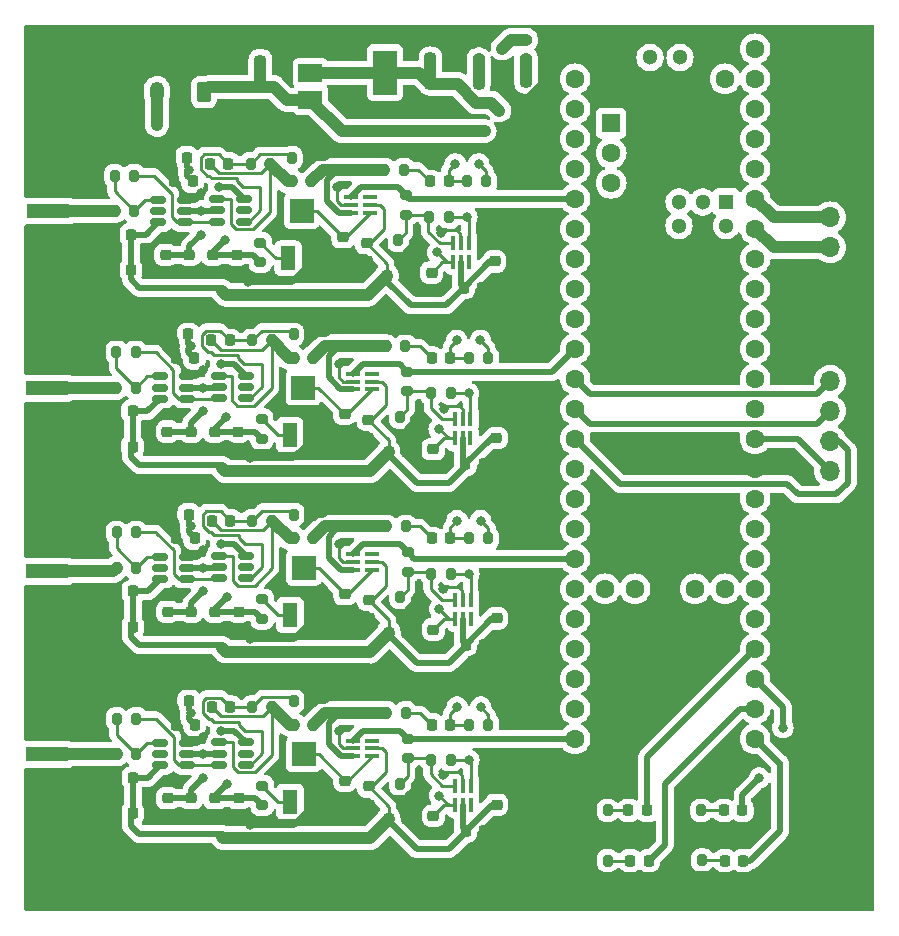
<source format=gbr>
%TF.GenerationSoftware,KiCad,Pcbnew,7.0.1*%
%TF.CreationDate,2023-03-27T19:42:42+02:00*%
%TF.ProjectId,OpenSPD_PCB,4f70656e-5350-4445-9f50-43422e6b6963,rev?*%
%TF.SameCoordinates,Original*%
%TF.FileFunction,Copper,L1,Top*%
%TF.FilePolarity,Positive*%
%FSLAX46Y46*%
G04 Gerber Fmt 4.6, Leading zero omitted, Abs format (unit mm)*
G04 Created by KiCad (PCBNEW 7.0.1) date 2023-03-27 19:42:42*
%MOMM*%
%LPD*%
G01*
G04 APERTURE LIST*
G04 Aperture macros list*
%AMRoundRect*
0 Rectangle with rounded corners*
0 $1 Rounding radius*
0 $2 $3 $4 $5 $6 $7 $8 $9 X,Y pos of 4 corners*
0 Add a 4 corners polygon primitive as box body*
4,1,4,$2,$3,$4,$5,$6,$7,$8,$9,$2,$3,0*
0 Add four circle primitives for the rounded corners*
1,1,$1+$1,$2,$3*
1,1,$1+$1,$4,$5*
1,1,$1+$1,$6,$7*
1,1,$1+$1,$8,$9*
0 Add four rect primitives between the rounded corners*
20,1,$1+$1,$2,$3,$4,$5,0*
20,1,$1+$1,$4,$5,$6,$7,0*
20,1,$1+$1,$6,$7,$8,$9,0*
20,1,$1+$1,$8,$9,$2,$3,0*%
G04 Aperture macros list end*
%TA.AperFunction,SMDPad,CuDef*%
%ADD10R,1.200000X0.399999*%
%TD*%
%TA.AperFunction,SMDPad,CuDef*%
%ADD11RoundRect,0.225000X0.225000X0.250000X-0.225000X0.250000X-0.225000X-0.250000X0.225000X-0.250000X0*%
%TD*%
%TA.AperFunction,SMDPad,CuDef*%
%ADD12RoundRect,0.225000X-0.225000X-0.250000X0.225000X-0.250000X0.225000X0.250000X-0.225000X0.250000X0*%
%TD*%
%TA.AperFunction,SMDPad,CuDef*%
%ADD13RoundRect,0.200000X-0.200000X-0.275000X0.200000X-0.275000X0.200000X0.275000X-0.200000X0.275000X0*%
%TD*%
%TA.AperFunction,SMDPad,CuDef*%
%ADD14RoundRect,0.218750X-0.218750X-0.256250X0.218750X-0.256250X0.218750X0.256250X-0.218750X0.256250X0*%
%TD*%
%TA.AperFunction,SMDPad,CuDef*%
%ADD15RoundRect,0.218750X0.256250X-0.218750X0.256250X0.218750X-0.256250X0.218750X-0.256250X-0.218750X0*%
%TD*%
%TA.AperFunction,SMDPad,CuDef*%
%ADD16RoundRect,0.225000X-0.250000X0.225000X-0.250000X-0.225000X0.250000X-0.225000X0.250000X0.225000X0*%
%TD*%
%TA.AperFunction,SMDPad,CuDef*%
%ADD17RoundRect,0.200000X0.200000X0.275000X-0.200000X0.275000X-0.200000X-0.275000X0.200000X-0.275000X0*%
%TD*%
%TA.AperFunction,ComponentPad*%
%ADD18C,6.400000*%
%TD*%
%TA.AperFunction,SMDPad,CuDef*%
%ADD19RoundRect,0.200000X0.275000X-0.200000X0.275000X0.200000X-0.275000X0.200000X-0.275000X-0.200000X0*%
%TD*%
%TA.AperFunction,SMDPad,CuDef*%
%ADD20RoundRect,0.150000X-0.512500X-0.150000X0.512500X-0.150000X0.512500X0.150000X-0.512500X0.150000X0*%
%TD*%
%TA.AperFunction,SMDPad,CuDef*%
%ADD21R,1.300000X2.000000*%
%TD*%
%TA.AperFunction,SMDPad,CuDef*%
%ADD22R,2.000000X2.000000*%
%TD*%
%TA.AperFunction,SMDPad,CuDef*%
%ADD23RoundRect,0.225000X0.250000X-0.225000X0.250000X0.225000X-0.250000X0.225000X-0.250000X-0.225000X0*%
%TD*%
%TA.AperFunction,ComponentPad*%
%ADD24R,1.700000X1.700000*%
%TD*%
%TA.AperFunction,ComponentPad*%
%ADD25O,1.700000X1.700000*%
%TD*%
%TA.AperFunction,SMDPad,CuDef*%
%ADD26R,3.600000X1.270000*%
%TD*%
%TA.AperFunction,SMDPad,CuDef*%
%ADD27R,4.200000X1.350000*%
%TD*%
%TA.AperFunction,SMDPad,CuDef*%
%ADD28R,0.399999X1.200000*%
%TD*%
%TA.AperFunction,SMDPad,CuDef*%
%ADD29RoundRect,0.150000X0.512500X0.150000X-0.512500X0.150000X-0.512500X-0.150000X0.512500X-0.150000X0*%
%TD*%
%TA.AperFunction,ComponentPad*%
%ADD30R,1.600000X1.600000*%
%TD*%
%TA.AperFunction,ComponentPad*%
%ADD31C,1.600000*%
%TD*%
%TA.AperFunction,ComponentPad*%
%ADD32R,1.300000X1.300000*%
%TD*%
%TA.AperFunction,ComponentPad*%
%ADD33C,1.300000*%
%TD*%
%TA.AperFunction,SMDPad,CuDef*%
%ADD34R,2.000000X1.500000*%
%TD*%
%TA.AperFunction,SMDPad,CuDef*%
%ADD35R,2.000000X3.800000*%
%TD*%
%TA.AperFunction,SMDPad,CuDef*%
%ADD36RoundRect,0.218750X0.218750X0.256250X-0.218750X0.256250X-0.218750X-0.256250X0.218750X-0.256250X0*%
%TD*%
%TA.AperFunction,ComponentPad*%
%ADD37RoundRect,0.250000X0.350000X0.625000X-0.350000X0.625000X-0.350000X-0.625000X0.350000X-0.625000X0*%
%TD*%
%TA.AperFunction,ComponentPad*%
%ADD38O,1.200000X1.750000*%
%TD*%
%TA.AperFunction,ViaPad*%
%ADD39C,0.800000*%
%TD*%
%TA.AperFunction,Conductor*%
%ADD40C,0.250000*%
%TD*%
%TA.AperFunction,Conductor*%
%ADD41C,1.000000*%
%TD*%
%TA.AperFunction,Conductor*%
%ADD42C,0.500000*%
%TD*%
G04 APERTURE END LIST*
D10*
%TO.P,U13,1,Q*%
%TO.N,PMT_3*%
X141089999Y-105814123D03*
%TO.P,U13,2,VEE*%
%TO.N,Earth*%
X141089999Y-106464123D03*
%TO.P,U13,3,VP*%
%TO.N,Net-(U13-VP)*%
X141089999Y-107114123D03*
%TO.P,U13,4,VN*%
%TO.N,Net-(U13-VN)*%
X142689998Y-107114123D03*
%TO.P,U13,5,VCCI/VCCO*%
%TO.N,+3.3V*%
X142689998Y-106464123D03*
%TO.P,U13,6,~{Q}*%
%TO.N,unconnected-(U13-~{Q}-Pad6)*%
X142689998Y-105814123D03*
%TD*%
D11*
%TO.P,C56,1*%
%TO.N,-3V3*%
X127165000Y-118250000D03*
%TO.P,C56,2*%
%TO.N,Earth*%
X125615000Y-118250000D03*
%TD*%
D12*
%TO.P,C28,1*%
%TO.N,+3.3V*%
X144087500Y-97200000D03*
%TO.P,C28,2*%
%TO.N,Earth*%
X145637500Y-97200000D03*
%TD*%
D13*
%TO.P,R15,1*%
%TO.N,Net-(U8--)*%
X136037500Y-87200000D03*
%TO.P,R15,2*%
%TO.N,Earth*%
X137687500Y-87200000D03*
%TD*%
D14*
%TO.P,D1,1,K*%
%TO.N,Net-(D1-K)*%
X147587500Y-74250000D03*
%TO.P,D1,2,A*%
%TO.N,Net-(D1-A)*%
X149162500Y-74250000D03*
%TD*%
D15*
%TO.P,-3\u002C3V ON,1,K*%
%TO.N,Earth*%
X155725000Y-67400000D03*
%TO.P,-3\u002C3V ON,2,A*%
%TO.N,Net-(D6-A)*%
X155725000Y-65825000D03*
%TD*%
D16*
%TO.P,C44,1*%
%TO.N,+3.3V*%
X142390000Y-109689124D03*
%TO.P,C44,2*%
%TO.N,Earth*%
X142390000Y-111239124D03*
%TD*%
D17*
%TO.P,R28,1*%
%TO.N,Net-(C47-Pad2)*%
X134215000Y-102964124D03*
%TO.P,R28,2*%
%TO.N,Net-(U12--)*%
X132565000Y-102964124D03*
%TD*%
D11*
%TO.P,C53,1*%
%TO.N,+3.3V*%
X122440000Y-124750000D03*
%TO.P,C53,2*%
%TO.N,Earth*%
X120890000Y-124750000D03*
%TD*%
%TO.P,C21,1*%
%TO.N,+3.3V*%
X122412500Y-96700000D03*
%TO.P,C21,2*%
%TO.N,Earth*%
X120862500Y-96700000D03*
%TD*%
D10*
%TO.P,U9,1,Q*%
%TO.N,PMT_2*%
X141062499Y-90549999D03*
%TO.P,U9,2,VEE*%
%TO.N,Earth*%
X141062499Y-91199999D03*
%TO.P,U9,3,VP*%
%TO.N,Net-(U9-VP)*%
X141062499Y-91849999D03*
%TO.P,U9,4,VN*%
%TO.N,Net-(U9-VN)*%
X142662498Y-91849999D03*
%TO.P,U9,5,VCCI/VCCO*%
%TO.N,+3.3V*%
X142662498Y-91199999D03*
%TO.P,U9,6,~{Q}*%
%TO.N,unconnected-(U9-~{Q}-Pad6)*%
X142662498Y-90549999D03*
%TD*%
D11*
%TO.P,C39,1*%
%TO.N,-3V3*%
X127665000Y-104464124D03*
%TO.P,C39,2*%
%TO.N,Earth*%
X126115000Y-104464124D03*
%TD*%
D18*
%TO.P,H2,1,1*%
%TO.N,Earth*%
X181225000Y-65750000D03*
%TD*%
D13*
%TO.P,R42,1*%
%TO.N,Net-(U17-VP)*%
X143890000Y-119250000D03*
%TO.P,R42,2*%
%TO.N,Net-(D4-K)*%
X145540000Y-119250000D03*
%TD*%
D11*
%TO.P,C41,1*%
%TO.N,-3V3*%
X127165000Y-102464124D03*
%TO.P,C41,2*%
%TO.N,Earth*%
X125615000Y-102464124D03*
%TD*%
D16*
%TO.P,C40,1*%
%TO.N,+3.3V*%
X129390000Y-110689124D03*
%TO.P,C40,2*%
%TO.N,Earth*%
X129390000Y-112239124D03*
%TD*%
D13*
%TO.P,R41,1*%
%TO.N,Net-(C62-Pad2)*%
X136065000Y-120250000D03*
%TO.P,R41,2*%
%TO.N,Net-(U17-VP)*%
X137715000Y-120250000D03*
%TD*%
%TO.P,R25,1*%
%TO.N,/Digital_frontend2/PMT_IN*%
X121065000Y-106964124D03*
%TO.P,R25,2*%
%TO.N,Net-(U11--)*%
X122715000Y-106964124D03*
%TD*%
D17*
%TO.P,R33,1*%
%TO.N,Net-(D3-A)*%
X149365000Y-107464124D03*
%TO.P,R33,2*%
%TO.N,Net-(U14-VP)*%
X147715000Y-107464124D03*
%TD*%
D11*
%TO.P,C36,1*%
%TO.N,+3.3V*%
X122440000Y-111964124D03*
%TO.P,C36,2*%
%TO.N,Earth*%
X120890000Y-111964124D03*
%TD*%
D12*
%TO.P,C61,1*%
%TO.N,+3.3V*%
X150615000Y-129250000D03*
%TO.P,C61,2*%
%TO.N,Earth*%
X152165000Y-129250000D03*
%TD*%
D19*
%TO.P,R19,1*%
%TO.N,+3.3V*%
X133362500Y-96025000D03*
%TO.P,R19,2*%
%TO.N,Net-(R19-Pad2)*%
X133362500Y-94375000D03*
%TD*%
D20*
%TO.P,U2,1*%
%TO.N,Net-(C1-Pad2)*%
X129587500Y-75750000D03*
%TO.P,U2,2,V-*%
%TO.N,-3V3*%
X129587500Y-76700000D03*
%TO.P,U2,3,+*%
%TO.N,Net-(U2-+)*%
X129587500Y-77650000D03*
%TO.P,U2,4,-*%
%TO.N,Net-(U2--)*%
X131862500Y-77650000D03*
%TO.P,U2,5,~{SHDN}*%
%TO.N,unconnected-(U2-~{SHDN}-Pad5)*%
X131862500Y-76700000D03*
%TO.P,U2,6,V+*%
%TO.N,+3.3V*%
X131862500Y-75750000D03*
%TD*%
D16*
%TO.P,C16,1*%
%TO.N,+5V*%
X133225000Y-66250000D03*
%TO.P,C16,2*%
%TO.N,Earth*%
X133225000Y-67800000D03*
%TD*%
D20*
%TO.P,U8,1*%
%TO.N,Net-(C32-Pad2)*%
X129725000Y-90700000D03*
%TO.P,U8,2,V-*%
%TO.N,-3V3*%
X129725000Y-91650000D03*
%TO.P,U8,3,+*%
%TO.N,Net-(U8-+)*%
X129725000Y-92600000D03*
%TO.P,U8,4,-*%
%TO.N,Net-(U8--)*%
X132000000Y-92600000D03*
%TO.P,U8,5,~{SHDN}*%
%TO.N,unconnected-(U8-~{SHDN}-Pad5)*%
X132000000Y-91650000D03*
%TO.P,U8,6,V+*%
%TO.N,+3.3V*%
X132000000Y-90700000D03*
%TD*%
D21*
%TO.P,RV3,1,1*%
%TO.N,Net-(R31-Pad2)*%
X135740000Y-110964124D03*
D22*
%TO.P,RV3,2,2*%
%TO.N,Net-(U13-VN)*%
X136890000Y-106964124D03*
D21*
%TO.P,RV3,3,3*%
%TO.N,Earth*%
X138040000Y-110964124D03*
%TD*%
D16*
%TO.P,C18,1*%
%TO.N,+3.3V*%
X147625000Y-66000000D03*
%TO.P,C18,2*%
%TO.N,Earth*%
X147625000Y-67550000D03*
%TD*%
D13*
%TO.P,R5,1*%
%TO.N,Net-(C1-Pad2)*%
X135900000Y-74250000D03*
%TO.P,R5,2*%
%TO.N,Net-(U3-VP)*%
X137550000Y-74250000D03*
%TD*%
D23*
%TO.P,C14,1*%
%TO.N,+3.3V*%
X153070000Y-81025000D03*
%TO.P,C14,2*%
%TO.N,Earth*%
X153070000Y-79475000D03*
%TD*%
D11*
%TO.P,C47,1*%
%TO.N,Net-(U12--)*%
X130665000Y-102964124D03*
%TO.P,C47,2*%
%TO.N,Net-(C47-Pad2)*%
X129115000Y-102964124D03*
%TD*%
%TO.P,C24,1*%
%TO.N,-3V3*%
X127637500Y-89200000D03*
%TO.P,C24,2*%
%TO.N,Earth*%
X126087500Y-89200000D03*
%TD*%
D16*
%TO.P,C50,1*%
%TO.N,-3V3*%
X125390000Y-126475000D03*
%TO.P,C50,2*%
%TO.N,Earth*%
X125390000Y-128025000D03*
%TD*%
D12*
%TO.P,C46,1*%
%TO.N,+3.3V*%
X150615000Y-113464124D03*
%TO.P,C46,2*%
%TO.N,Earth*%
X152165000Y-113464124D03*
%TD*%
D23*
%TO.P,C49,1*%
%TO.N,Earth*%
X147890000Y-113739124D03*
%TO.P,C49,2*%
%TO.N,Net-(U14-VN)*%
X147890000Y-112189124D03*
%TD*%
D16*
%TO.P,C2,1*%
%TO.N,Net-(U3-VN)*%
X140225000Y-78975000D03*
%TO.P,C2,2*%
%TO.N,Earth*%
X140225000Y-80525000D03*
%TD*%
D23*
%TO.P,C60,1*%
%TO.N,+3.3V*%
X153235000Y-127025000D03*
%TO.P,C60,2*%
%TO.N,Earth*%
X153235000Y-125475000D03*
%TD*%
D13*
%TO.P,R17,1*%
%TO.N,Net-(C32-Pad2)*%
X136037500Y-89200000D03*
%TO.P,R17,2*%
%TO.N,Net-(U9-VP)*%
X137687500Y-89200000D03*
%TD*%
D24*
%TO.P,SCK/MISO/MOSI/CS/GND,1,Pin_1*%
%TO.N,Earth*%
X181475000Y-88590000D03*
D25*
%TO.P,SCK/MISO/MOSI/CS/GND,2,Pin_2*%
%TO.N,CS*%
X181475000Y-91130000D03*
%TO.P,SCK/MISO/MOSI/CS/GND,3,Pin_3*%
%TO.N,MOSI*%
X181475000Y-93670000D03*
%TO.P,SCK/MISO/MOSI/CS/GND,4,Pin_4*%
%TO.N,MISO*%
X181475000Y-96210000D03*
%TO.P,SCK/MISO/MOSI/CS/GND,5,Pin_5*%
%TO.N,SCK*%
X181475000Y-98750000D03*
%TD*%
D26*
%TO.P,PMT 3,1,In*%
%TO.N,/Digital_frontend2/PMT_IN*%
X115187500Y-107250000D03*
D27*
%TO.P,PMT 3,2,Ext*%
%TO.N,Earth*%
X115387500Y-104425000D03*
X115387500Y-110075000D03*
%TD*%
D13*
%TO.P,R10,1*%
%TO.N,Net-(D1-A)*%
X150725000Y-74250000D03*
%TO.P,R10,2*%
%TO.N,Net-(U4-VN)*%
X152375000Y-74250000D03*
%TD*%
D18*
%TO.P,H4,1,1*%
%TO.N,Earth*%
X116725000Y-131750000D03*
%TD*%
D11*
%TO.P,C62,1*%
%TO.N,Net-(U16--)*%
X130665000Y-118750000D03*
%TO.P,C62,2*%
%TO.N,Net-(C62-Pad2)*%
X129115000Y-118750000D03*
%TD*%
D19*
%TO.P,R43,1*%
%TO.N,+3.3V*%
X133390000Y-127075000D03*
%TO.P,R43,2*%
%TO.N,Net-(R43-Pad2)*%
X133390000Y-125425000D03*
%TD*%
D21*
%TO.P,RV1,1,1*%
%TO.N,Net-(R7-Pad2)*%
X135575000Y-80750000D03*
D22*
%TO.P,RV1,2,2*%
%TO.N,Net-(U3-VN)*%
X136725000Y-76750000D03*
D21*
%TO.P,RV1,3,3*%
%TO.N,Earth*%
X137875000Y-80750000D03*
%TD*%
D13*
%TO.P,R38,1*%
%TO.N,Net-(U15--)*%
X121065000Y-119750000D03*
%TO.P,R38,2*%
%TO.N,Net-(U16-+)*%
X122715000Y-119750000D03*
%TD*%
D19*
%TO.P,R7,1*%
%TO.N,+3.3V*%
X133225000Y-81075000D03*
%TO.P,R7,2*%
%TO.N,Net-(R7-Pad2)*%
X133225000Y-79425000D03*
%TD*%
%TO.P,R12,1*%
%TO.N,Net-(U4-VP)*%
X145550000Y-77075000D03*
%TO.P,R12,2*%
%TO.N,PMT_1*%
X145550000Y-75425000D03*
%TD*%
D28*
%TO.P,U10,1,Q*%
%TO.N,Net-(D2-A)*%
X151012501Y-94399999D03*
%TO.P,U10,2,VEE*%
%TO.N,Earth*%
X150362501Y-94399999D03*
%TO.P,U10,3,VP*%
%TO.N,Net-(U10-VP)*%
X149712501Y-94399999D03*
%TO.P,U10,4,VN*%
%TO.N,Net-(U10-VN)*%
X149712501Y-95999998D03*
%TO.P,U10,5,VCCI/VCCO*%
%TO.N,+3.3V*%
X150362501Y-95999998D03*
%TO.P,U10,6,~{Q}*%
%TO.N,unconnected-(U10-~{Q}-Pad6)*%
X151012501Y-95999998D03*
%TD*%
D29*
%TO.P,U7,1*%
%TO.N,Net-(U8-+)*%
X127000000Y-92650000D03*
%TO.P,U7,2,V-*%
%TO.N,-3V3*%
X127000000Y-91700000D03*
%TO.P,U7,3,+*%
%TO.N,Earth*%
X127000000Y-90750000D03*
%TO.P,U7,4,-*%
%TO.N,Net-(U7--)*%
X124725000Y-90750000D03*
%TO.P,U7,5,~{SHDN}*%
%TO.N,unconnected-(U7-~{SHDN}-Pad5)*%
X124725000Y-91700000D03*
%TO.P,U7,6,V+*%
%TO.N,+3.3V*%
X124725000Y-92650000D03*
%TD*%
D17*
%TO.P,R54,1*%
%TO.N,Net-(D10-A)*%
X170625000Y-131700000D03*
%TO.P,R54,2*%
%TO.N,Earth*%
X168975000Y-131700000D03*
%TD*%
D16*
%TO.P,C25,1*%
%TO.N,+3.3V*%
X129362500Y-95425000D03*
%TO.P,C25,2*%
%TO.N,Earth*%
X129362500Y-96975000D03*
%TD*%
D13*
%TO.P,R14,1*%
%TO.N,Net-(U7--)*%
X121037500Y-88700000D03*
%TO.P,R14,2*%
%TO.N,Net-(U8-+)*%
X122687500Y-88700000D03*
%TD*%
D23*
%TO.P,C34,1*%
%TO.N,Earth*%
X147862500Y-98475000D03*
%TO.P,C34,2*%
%TO.N,Net-(U10-VN)*%
X147862500Y-96925000D03*
%TD*%
D10*
%TO.P,U17,1,Q*%
%TO.N,PMT_4*%
X141089999Y-121599999D03*
%TO.P,U17,2,VEE*%
%TO.N,Earth*%
X141089999Y-122249999D03*
%TO.P,U17,3,VP*%
%TO.N,Net-(U17-VP)*%
X141089999Y-122899999D03*
%TO.P,U17,4,VN*%
%TO.N,Net-(U17-VN)*%
X142689998Y-122899999D03*
%TO.P,U17,5,VCCI/VCCO*%
%TO.N,+3.3V*%
X142689998Y-122249999D03*
%TO.P,U17,6,~{Q}*%
%TO.N,unconnected-(U17-~{Q}-Pad6)*%
X142689998Y-121599999D03*
%TD*%
D16*
%TO.P,C29,1*%
%TO.N,+3.3V*%
X142362500Y-94425000D03*
%TO.P,C29,2*%
%TO.N,Earth*%
X142362500Y-95975000D03*
%TD*%
D19*
%TO.P,R31,1*%
%TO.N,+3.3V*%
X133390000Y-111289124D03*
%TO.P,R31,2*%
%TO.N,Net-(R31-Pad2)*%
X133390000Y-109639124D03*
%TD*%
D17*
%TO.P,R16,1*%
%TO.N,Net-(C32-Pad2)*%
X134187500Y-87700000D03*
%TO.P,R16,2*%
%TO.N,Net-(U8--)*%
X132537500Y-87700000D03*
%TD*%
D11*
%TO.P,C7,1*%
%TO.N,+3.3V*%
X122275000Y-78750000D03*
%TO.P,C7,2*%
%TO.N,Earth*%
X120725000Y-78750000D03*
%TD*%
D23*
%TO.P,C3,1*%
%TO.N,Earth*%
X147725000Y-83525000D03*
%TO.P,C3,2*%
%TO.N,Net-(U4-VN)*%
X147725000Y-81975000D03*
%TD*%
D11*
%TO.P,C23,1*%
%TO.N,+3.3V*%
X122412500Y-93700000D03*
%TO.P,C23,2*%
%TO.N,Earth*%
X120862500Y-93700000D03*
%TD*%
D13*
%TO.P,R22,1*%
%TO.N,Net-(D2-A)*%
X150862500Y-89200000D03*
%TO.P,R22,2*%
%TO.N,Net-(U10-VN)*%
X152512500Y-89200000D03*
%TD*%
%TO.P,R1,1*%
%TO.N,/Digital_frontend/PMT_IN*%
X120900000Y-76750000D03*
%TO.P,R1,2*%
%TO.N,Net-(U1--)*%
X122550000Y-76750000D03*
%TD*%
D30*
%TO.P,Teensy 4.1,1,GND*%
%TO.N,Earth*%
X159875000Y-63020000D03*
D31*
%TO.P,Teensy 4.1,2,0_RX1_CRX2_CS1*%
%TO.N,unconnected-(U5-0_RX1_CRX2_CS1-Pad2)*%
X159875000Y-65560000D03*
%TO.P,Teensy 4.1,3,1_TX1_CTX2_MISO1*%
%TO.N,unconnected-(U5-1_TX1_CTX2_MISO1-Pad3)*%
X159875000Y-68100000D03*
%TO.P,Teensy 4.1,4,2_OUT2*%
%TO.N,unconnected-(U5-2_OUT2-Pad4)*%
X159875000Y-70640000D03*
%TO.P,Teensy 4.1,5,3_LRCLK2*%
%TO.N,unconnected-(U5-3_LRCLK2-Pad5)*%
X159875000Y-73180000D03*
%TO.P,Teensy 4.1,6,4_BCLK2*%
%TO.N,PMT_1*%
X159875000Y-75720000D03*
%TO.P,Teensy 4.1,7,5_IN2*%
%TO.N,unconnected-(U5-5_IN2-Pad7)*%
X159875000Y-78260000D03*
%TO.P,Teensy 4.1,8,6_OUT1D*%
%TO.N,unconnected-(U5-6_OUT1D-Pad8)*%
X159875000Y-80800000D03*
%TO.P,Teensy 4.1,9,7_RX2_OUT1A*%
%TO.N,unconnected-(U5-7_RX2_OUT1A-Pad9)*%
X159875000Y-83340000D03*
%TO.P,Teensy 4.1,10,8_TX2_IN1*%
%TO.N,unconnected-(U5-8_TX2_IN1-Pad10)*%
X159875000Y-85880000D03*
%TO.P,Teensy 4.1,11,9_OUT1C*%
%TO.N,PMT_2*%
X159875000Y-88420000D03*
%TO.P,Teensy 4.1,12,10_CS_MQSR*%
%TO.N,CS*%
X159875000Y-90960000D03*
%TO.P,Teensy 4.1,13,11_MOSI_CTX1*%
%TO.N,MOSI*%
X159875000Y-93500000D03*
%TO.P,Teensy 4.1,14,12_MISO_MQSL*%
%TO.N,MISO*%
X159875000Y-96040000D03*
%TO.P,Teensy 4.1,15,3V3*%
%TO.N,unconnected-(U5-3V3-Pad15)*%
X159875000Y-98580000D03*
%TO.P,Teensy 4.1,16,24_A10_TX6_SCL2*%
%TO.N,unconnected-(U5-24_A10_TX6_SCL2-Pad16)*%
X159875000Y-101120000D03*
%TO.P,Teensy 4.1,17,25_A11_RX6_SDA2*%
%TO.N,unconnected-(U5-25_A11_RX6_SDA2-Pad17)*%
X159875000Y-103660000D03*
%TO.P,Teensy 4.1,18,26_A12_MOSI1*%
%TO.N,PMT_3*%
X159875000Y-106200000D03*
%TO.P,Teensy 4.1,19,27_A13_SCK1*%
%TO.N,unconnected-(U5-27_A13_SCK1-Pad19)*%
X159875000Y-108740000D03*
%TO.P,Teensy 4.1,20,28_RX7*%
%TO.N,unconnected-(U5-28_RX7-Pad20)*%
X159875000Y-111280000D03*
%TO.P,Teensy 4.1,21,29_TX7*%
%TO.N,unconnected-(U5-29_TX7-Pad21)*%
X159875000Y-113820000D03*
%TO.P,Teensy 4.1,22,30_CRX3*%
%TO.N,unconnected-(U5-30_CRX3-Pad22)*%
X159875000Y-116360000D03*
%TO.P,Teensy 4.1,23,31_CTX3*%
%TO.N,unconnected-(U5-31_CTX3-Pad23)*%
X159875000Y-118900000D03*
%TO.P,Teensy 4.1,24,32_OUT1B*%
%TO.N,PMT_4*%
X159875000Y-121440000D03*
%TO.P,Teensy 4.1,25,33_MCLK2*%
%TO.N,LED_4*%
X175115000Y-121440000D03*
%TO.P,Teensy 4.1,26,34_RX8*%
%TO.N,LED_3*%
X175115000Y-118900000D03*
%TO.P,Teensy 4.1,27,35_TX8*%
%TO.N,LED_2*%
X175115000Y-116360000D03*
%TO.P,Teensy 4.1,28,36_CS*%
%TO.N,LED_1*%
X175115000Y-113820000D03*
%TO.P,Teensy 4.1,29,37_CS*%
%TO.N,unconnected-(U5-37_CS-Pad29)*%
X175115000Y-111280000D03*
%TO.P,Teensy 4.1,30,38_CS1_IN1*%
%TO.N,unconnected-(U5-38_CS1_IN1-Pad30)*%
X175115000Y-108740000D03*
%TO.P,Teensy 4.1,31,39_MISO1_OUT1A*%
%TO.N,unconnected-(U5-39_MISO1_OUT1A-Pad31)*%
X175115000Y-106200000D03*
%TO.P,Teensy 4.1,32,40_A16*%
%TO.N,unconnected-(U5-40_A16-Pad32)*%
X175115000Y-103660000D03*
%TO.P,Teensy 4.1,33,41_A17*%
%TO.N,unconnected-(U5-41_A17-Pad33)*%
X175115000Y-101120000D03*
%TO.P,Teensy 4.1,34,GND*%
%TO.N,Earth*%
X175115000Y-98580000D03*
%TO.P,Teensy 4.1,35,13_SCK_LED*%
%TO.N,SCK*%
X175115000Y-96040000D03*
%TO.P,Teensy 4.1,36,14_A0_TX3_SPDIF_OUT*%
%TO.N,unconnected-(U5-14_A0_TX3_SPDIF_OUT-Pad36)*%
X175115000Y-93500000D03*
%TO.P,Teensy 4.1,37,15_A1_RX3_SPDIF_IN*%
%TO.N,unconnected-(U5-15_A1_RX3_SPDIF_IN-Pad37)*%
X175115000Y-90960000D03*
%TO.P,Teensy 4.1,38,16_A2_RX4_SCL1*%
%TO.N,unconnected-(U5-16_A2_RX4_SCL1-Pad38)*%
X175115000Y-88420000D03*
%TO.P,Teensy 4.1,39,17_A3_TX4_SDA1*%
%TO.N,unconnected-(U5-17_A3_TX4_SDA1-Pad39)*%
X175115000Y-85880000D03*
%TO.P,Teensy 4.1,40,18_A4_SDA*%
%TO.N,unconnected-(U5-18_A4_SDA-Pad40)*%
X175115000Y-83340000D03*
%TO.P,Teensy 4.1,41,19_A5_SCL*%
%TO.N,unconnected-(U5-19_A5_SCL-Pad41)*%
X175115000Y-80800000D03*
%TO.P,Teensy 4.1,42,20_A6_TX5_LRCLK1*%
%TO.N,TX*%
X175115000Y-78260000D03*
%TO.P,Teensy 4.1,43,21_A7_RX5_BCLK1*%
%TO.N,RX*%
X175115000Y-75720000D03*
%TO.P,Teensy 4.1,44,22_A8_CTX1*%
%TO.N,unconnected-(U5-22_A8_CTX1-Pad44)*%
X175115000Y-73180000D03*
%TO.P,Teensy 4.1,45,23_A9_CRX1_MCLK1*%
%TO.N,unconnected-(U5-23_A9_CRX1_MCLK1-Pad45)*%
X175115000Y-70640000D03*
%TO.P,Teensy 4.1,46,3V3*%
%TO.N,unconnected-(U5-3V3-Pad46)*%
X175115000Y-68100000D03*
%TO.P,Teensy 4.1,47,GND*%
%TO.N,unconnected-(U5-GND-Pad47)*%
X175115000Y-65560000D03*
%TO.P,Teensy 4.1,48,VIN*%
%TO.N,+5V*%
X175115000Y-63020000D03*
%TO.P,Teensy 4.1,49,VUSB*%
%TO.N,unconnected-(U5-VUSB-Pad49)*%
X172575000Y-65560000D03*
%TO.P,Teensy 4.1,50,VBAT*%
%TO.N,unconnected-(U5-VBAT-Pad50)*%
X162415000Y-108740000D03*
%TO.P,Teensy 4.1,51,3V3*%
%TO.N,unconnected-(U5-3V3-Pad51)*%
X164955000Y-108740000D03*
%TO.P,Teensy 4.1,52,GND*%
%TO.N,Earth*%
X167495000Y-108740000D03*
%TO.P,Teensy 4.1,53,PROGRAM*%
%TO.N,unconnected-(U5-PROGRAM-Pad53)*%
X170035000Y-108740000D03*
%TO.P,Teensy 4.1,54,ON_OFF*%
%TO.N,unconnected-(U5-ON_OFF-Pad54)*%
X172575000Y-108740000D03*
D30*
%TO.P,Teensy 4.1,55,5V*%
%TO.N,unconnected-(U5-5V-Pad55)*%
X162925800Y-69319200D03*
D31*
%TO.P,Teensy 4.1,56,D-*%
%TO.N,unconnected-(U5-D--Pad56)*%
X162925800Y-71859200D03*
%TO.P,Teensy 4.1,57,D+*%
%TO.N,unconnected-(U5-D+-Pad57)*%
X162925800Y-74399200D03*
%TO.P,Teensy 4.1,58,GND*%
%TO.N,Earth*%
X162925800Y-76939200D03*
%TO.P,Teensy 4.1,59,GND*%
X162925800Y-79479200D03*
D32*
%TO.P,Teensy 4.1,60,R+*%
%TO.N,unconnected-(U5-R+-Pad60)*%
X172676600Y-75990000D03*
D33*
%TO.P,Teensy 4.1,61,LED*%
%TO.N,unconnected-(U5-LED-Pad61)*%
X170676600Y-75990000D03*
%TO.P,Teensy 4.1,62,T-*%
%TO.N,unconnected-(U5-T--Pad62)*%
X168676600Y-75990000D03*
%TO.P,Teensy 4.1,63,T+*%
%TO.N,unconnected-(U5-T+-Pad63)*%
X168676600Y-77990000D03*
%TO.P,Teensy 4.1,64,GND*%
%TO.N,Earth*%
X170676600Y-77990000D03*
%TO.P,Teensy 4.1,65,R-*%
%TO.N,unconnected-(U5-R--Pad65)*%
X172676600Y-77990000D03*
%TO.P,Teensy 4.1,66,D-*%
%TO.N,unconnected-(U5-D--Pad66)*%
X168765000Y-63750000D03*
%TO.P,Teensy 4.1,67,D+*%
%TO.N,unconnected-(U5-D+-Pad67)*%
X166225000Y-63750000D03*
%TD*%
D29*
%TO.P,U11,1*%
%TO.N,Net-(U12-+)*%
X127027500Y-107914124D03*
%TO.P,U11,2,V-*%
%TO.N,-3V3*%
X127027500Y-106964124D03*
%TO.P,U11,3,+*%
%TO.N,Earth*%
X127027500Y-106014124D03*
%TO.P,U11,4,-*%
%TO.N,Net-(U11--)*%
X124752500Y-106014124D03*
%TO.P,U11,5,~{SHDN}*%
%TO.N,unconnected-(U11-~{SHDN}-Pad5)*%
X124752500Y-106964124D03*
%TO.P,U11,6,V+*%
%TO.N,+3.3V*%
X124752500Y-107914124D03*
%TD*%
D17*
%TO.P,R21,1*%
%TO.N,Net-(D2-A)*%
X149337500Y-92200000D03*
%TO.P,R21,2*%
%TO.N,Net-(U10-VP)*%
X147687500Y-92200000D03*
%TD*%
D16*
%TO.P,C63,1*%
%TO.N,Net-(U17-VN)*%
X140390000Y-124975000D03*
%TO.P,C63,2*%
%TO.N,Earth*%
X140390000Y-126525000D03*
%TD*%
D17*
%TO.P,R40,1*%
%TO.N,Net-(C62-Pad2)*%
X134215000Y-118750000D03*
%TO.P,R40,2*%
%TO.N,Net-(U16--)*%
X132565000Y-118750000D03*
%TD*%
%TO.P,R9,1*%
%TO.N,Net-(D1-A)*%
X149200000Y-77250000D03*
%TO.P,R9,2*%
%TO.N,Net-(U4-VP)*%
X147550000Y-77250000D03*
%TD*%
D19*
%TO.P,R50,1*%
%TO.N,Net-(D6-A)*%
X155725000Y-63900000D03*
%TO.P,R50,2*%
%TO.N,-3V3*%
X155725000Y-62250000D03*
%TD*%
D21*
%TO.P,RV2,1,1*%
%TO.N,Net-(R19-Pad2)*%
X135712500Y-95700000D03*
D22*
%TO.P,RV2,2,2*%
%TO.N,Net-(U9-VN)*%
X136862500Y-91700000D03*
D21*
%TO.P,RV2,3,3*%
%TO.N,Earth*%
X138012500Y-95700000D03*
%TD*%
D20*
%TO.P,U16,1*%
%TO.N,Net-(C62-Pad2)*%
X129752500Y-121750000D03*
%TO.P,U16,2,V-*%
%TO.N,-3V3*%
X129752500Y-122700000D03*
%TO.P,U16,3,+*%
%TO.N,Net-(U16-+)*%
X129752500Y-123650000D03*
%TO.P,U16,4,-*%
%TO.N,Net-(U16--)*%
X132027500Y-123650000D03*
%TO.P,U16,5,~{SHDN}*%
%TO.N,unconnected-(U16-~{SHDN}-Pad5)*%
X132027500Y-122700000D03*
%TO.P,U16,6,V+*%
%TO.N,+3.3V*%
X132027500Y-121750000D03*
%TD*%
D13*
%TO.P,R27,1*%
%TO.N,Net-(U12--)*%
X136065000Y-102464124D03*
%TO.P,R27,2*%
%TO.N,Earth*%
X137715000Y-102464124D03*
%TD*%
D23*
%TO.P,C45,1*%
%TO.N,+3.3V*%
X153235000Y-111239124D03*
%TO.P,C45,2*%
%TO.N,Earth*%
X153235000Y-109689124D03*
%TD*%
D13*
%TO.P,R3,1*%
%TO.N,Net-(U2--)*%
X135900000Y-72250000D03*
%TO.P,R3,2*%
%TO.N,Earth*%
X137550000Y-72250000D03*
%TD*%
D16*
%TO.P,C13,1*%
%TO.N,+3.3V*%
X142225000Y-79475000D03*
%TO.P,C13,2*%
%TO.N,Earth*%
X142225000Y-81025000D03*
%TD*%
D13*
%TO.P,R26,1*%
%TO.N,Net-(U11--)*%
X121065000Y-103964124D03*
%TO.P,R26,2*%
%TO.N,Net-(U12-+)*%
X122715000Y-103964124D03*
%TD*%
D11*
%TO.P,C8,1*%
%TO.N,-3V3*%
X127500000Y-74250000D03*
%TO.P,C8,2*%
%TO.N,Earth*%
X125950000Y-74250000D03*
%TD*%
D16*
%TO.P,C55,1*%
%TO.N,+3.3V*%
X129390000Y-126475000D03*
%TO.P,C55,2*%
%TO.N,Earth*%
X129390000Y-128025000D03*
%TD*%
D34*
%TO.P,U6,1,GND*%
%TO.N,Earth*%
X137475000Y-62750000D03*
%TO.P,U6,2,VO*%
%TO.N,+3.3V*%
X137475000Y-65050000D03*
D35*
X143775000Y-65050000D03*
D34*
%TO.P,U6,3,VI*%
%TO.N,+5V*%
X137475000Y-67350000D03*
%TD*%
D16*
%TO.P,C9,1*%
%TO.N,+3.3V*%
X129225000Y-80475000D03*
%TO.P,C9,2*%
%TO.N,Earth*%
X129225000Y-82025000D03*
%TD*%
D21*
%TO.P,RV4,1,1*%
%TO.N,Net-(R43-Pad2)*%
X135740000Y-126750000D03*
D22*
%TO.P,RV4,2,2*%
%TO.N,Net-(U17-VN)*%
X136890000Y-122750000D03*
D21*
%TO.P,RV4,3,3*%
%TO.N,Earth*%
X138040000Y-126750000D03*
%TD*%
D16*
%TO.P,C37,1*%
%TO.N,-3V3*%
X127390000Y-110689124D03*
%TO.P,C37,2*%
%TO.N,Earth*%
X127390000Y-112239124D03*
%TD*%
%TO.P,C22,1*%
%TO.N,-3V3*%
X127362500Y-95425000D03*
%TO.P,C22,2*%
%TO.N,Earth*%
X127362500Y-96975000D03*
%TD*%
D29*
%TO.P,U1,1*%
%TO.N,Net-(U2-+)*%
X126862500Y-77700000D03*
%TO.P,U1,2,V-*%
%TO.N,-3V3*%
X126862500Y-76750000D03*
%TO.P,U1,3,+*%
%TO.N,Earth*%
X126862500Y-75800000D03*
%TO.P,U1,4,-*%
%TO.N,Net-(U1--)*%
X124587500Y-75800000D03*
%TO.P,U1,5,~{SHDN}*%
%TO.N,unconnected-(U1-~{SHDN}-Pad5)*%
X124587500Y-76750000D03*
%TO.P,U1,6,V+*%
%TO.N,+3.3V*%
X124587500Y-77700000D03*
%TD*%
D16*
%TO.P,C35,1*%
%TO.N,-3V3*%
X125390000Y-110689124D03*
%TO.P,C35,2*%
%TO.N,Earth*%
X125390000Y-112239124D03*
%TD*%
D11*
%TO.P,C6,1*%
%TO.N,+3.3V*%
X122275000Y-81750000D03*
%TO.P,C6,2*%
%TO.N,Earth*%
X120725000Y-81750000D03*
%TD*%
D18*
%TO.P,H3,1,1*%
%TO.N,Earth*%
X116975000Y-65750000D03*
%TD*%
D16*
%TO.P,C42,1*%
%TO.N,+3.3V*%
X131390000Y-110689124D03*
%TO.P,C42,2*%
%TO.N,Earth*%
X131390000Y-112239124D03*
%TD*%
D13*
%TO.P,R11,1*%
%TO.N,Net-(U4-VP)*%
X144900000Y-79250000D03*
%TO.P,R11,2*%
%TO.N,Earth*%
X146550000Y-79250000D03*
%TD*%
D12*
%TO.P,C12,1*%
%TO.N,+3.3V*%
X143950000Y-82250000D03*
%TO.P,C12,2*%
%TO.N,Earth*%
X145500000Y-82250000D03*
%TD*%
D16*
%TO.P,C59,1*%
%TO.N,+3.3V*%
X142390000Y-125475000D03*
%TO.P,C59,2*%
%TO.N,Earth*%
X142390000Y-127025000D03*
%TD*%
D11*
%TO.P,C51,1*%
%TO.N,+3.3V*%
X122440000Y-127750000D03*
%TO.P,C51,2*%
%TO.N,Earth*%
X120890000Y-127750000D03*
%TD*%
D13*
%TO.P,R34,1*%
%TO.N,Net-(D3-A)*%
X150890000Y-104464124D03*
%TO.P,R34,2*%
%TO.N,Net-(U14-VN)*%
X152540000Y-104464124D03*
%TD*%
D18*
%TO.P,H1,1,1*%
%TO.N,Earth*%
X180975000Y-131750000D03*
%TD*%
D16*
%TO.P,C48,1*%
%TO.N,Net-(U13-VN)*%
X140390000Y-109189124D03*
%TO.P,C48,2*%
%TO.N,Earth*%
X140390000Y-110739124D03*
%TD*%
D13*
%TO.P,R23,1*%
%TO.N,Net-(U10-VP)*%
X145037500Y-94200000D03*
%TO.P,R23,2*%
%TO.N,Earth*%
X146687500Y-94200000D03*
%TD*%
D11*
%TO.P,C32,1*%
%TO.N,Net-(U8--)*%
X130637500Y-87700000D03*
%TO.P,C32,2*%
%TO.N,Net-(C32-Pad2)*%
X129087500Y-87700000D03*
%TD*%
D14*
%TO.P,D2,1,K*%
%TO.N,Net-(D2-K)*%
X147725000Y-89200000D03*
%TO.P,D2,2,A*%
%TO.N,Net-(D2-A)*%
X149300000Y-89200000D03*
%TD*%
D11*
%TO.P,C10,1*%
%TO.N,-3V3*%
X127000000Y-72250000D03*
%TO.P,C10,2*%
%TO.N,Earth*%
X125450000Y-72250000D03*
%TD*%
D14*
%TO.P,D4,1,K*%
%TO.N,Net-(D4-K)*%
X147752500Y-120250000D03*
%TO.P,D4,2,A*%
%TO.N,Net-(D4-A)*%
X149327500Y-120250000D03*
%TD*%
D13*
%TO.P,R2,1*%
%TO.N,Net-(U1--)*%
X120900000Y-73750000D03*
%TO.P,R2,2*%
%TO.N,Net-(U2-+)*%
X122550000Y-73750000D03*
%TD*%
D15*
%TO.P,+3\u002C3V ON,1,K*%
%TO.N,+3.3V*%
X151725000Y-67575000D03*
%TO.P,+3\u002C3V ON,2,A*%
%TO.N,Net-(D5-A)*%
X151725000Y-66000000D03*
%TD*%
D17*
%TO.P,R4,1*%
%TO.N,Net-(C1-Pad2)*%
X134050000Y-72750000D03*
%TO.P,R4,2*%
%TO.N,Net-(U2--)*%
X132400000Y-72750000D03*
%TD*%
D16*
%TO.P,C11,1*%
%TO.N,+3.3V*%
X131225000Y-80475000D03*
%TO.P,C11,2*%
%TO.N,Earth*%
X131225000Y-82025000D03*
%TD*%
D11*
%TO.P,C38,1*%
%TO.N,+3.3V*%
X122440000Y-108964124D03*
%TO.P,C38,2*%
%TO.N,Earth*%
X120890000Y-108964124D03*
%TD*%
D12*
%TO.P,C15,1*%
%TO.N,+3.3V*%
X150450000Y-83250000D03*
%TO.P,C15,2*%
%TO.N,Earth*%
X152000000Y-83250000D03*
%TD*%
D36*
%TO.P,PMT 2,1,K*%
%TO.N,LED_2*%
X174050000Y-127500000D03*
%TO.P,PMT 2,2,A*%
%TO.N,Net-(D8-A)*%
X172475000Y-127500000D03*
%TD*%
D11*
%TO.P,C26,1*%
%TO.N,-3V3*%
X127137500Y-87200000D03*
%TO.P,C26,2*%
%TO.N,Earth*%
X125587500Y-87200000D03*
%TD*%
D13*
%TO.P,R6,1*%
%TO.N,Net-(U3-VP)*%
X143725000Y-73250000D03*
%TO.P,R6,2*%
%TO.N,Net-(D1-K)*%
X145375000Y-73250000D03*
%TD*%
D17*
%TO.P,R51,1*%
%TO.N,Net-(D7-A)*%
X162625000Y-127500000D03*
%TO.P,R51,2*%
%TO.N,Earth*%
X160975000Y-127500000D03*
%TD*%
D26*
%TO.P,PMT 1,1,In*%
%TO.N,/Digital_frontend/PMT_IN*%
X115225000Y-76750000D03*
D27*
%TO.P,PMT 1,2,Ext*%
%TO.N,Earth*%
X115425000Y-73925000D03*
X115425000Y-79575000D03*
%TD*%
D14*
%TO.P,D3,1,K*%
%TO.N,Net-(D3-K)*%
X147752500Y-104464124D03*
%TO.P,D3,2,A*%
%TO.N,Net-(D3-A)*%
X149327500Y-104464124D03*
%TD*%
D24*
%TO.P,TX/RX/GND,1,Pin_1*%
%TO.N,Earth*%
X181475000Y-74750000D03*
D25*
%TO.P,TX/RX/GND,2,Pin_2*%
%TO.N,RX*%
X181475000Y-77290000D03*
%TO.P,TX/RX/GND,3,Pin_3*%
%TO.N,TX*%
X181475000Y-79830000D03*
%TD*%
D19*
%TO.P,R49,1*%
%TO.N,Net-(D5-A)*%
X151725000Y-63900000D03*
%TO.P,R49,2*%
%TO.N,Earth*%
X151725000Y-62250000D03*
%TD*%
D12*
%TO.P,C58,1*%
%TO.N,+3.3V*%
X144115000Y-128250000D03*
%TO.P,C58,2*%
%TO.N,Earth*%
X145665000Y-128250000D03*
%TD*%
D20*
%TO.P,U12,1*%
%TO.N,Net-(C47-Pad2)*%
X129752500Y-105964124D03*
%TO.P,U12,2,V-*%
%TO.N,-3V3*%
X129752500Y-106914124D03*
%TO.P,U12,3,+*%
%TO.N,Net-(U12-+)*%
X129752500Y-107864124D03*
%TO.P,U12,4,-*%
%TO.N,Net-(U12--)*%
X132027500Y-107864124D03*
%TO.P,U12,5,~{SHDN}*%
%TO.N,unconnected-(U12-~{SHDN}-Pad5)*%
X132027500Y-106914124D03*
%TO.P,U12,6,V+*%
%TO.N,+3.3V*%
X132027500Y-105964124D03*
%TD*%
D28*
%TO.P,U4,1,Q*%
%TO.N,Net-(D1-A)*%
X150875001Y-79449999D03*
%TO.P,U4,2,VEE*%
%TO.N,Earth*%
X150225001Y-79449999D03*
%TO.P,U4,3,VP*%
%TO.N,Net-(U4-VP)*%
X149575001Y-79449999D03*
%TO.P,U4,4,VN*%
%TO.N,Net-(U4-VN)*%
X149575001Y-81049998D03*
%TO.P,U4,5,VCCI/VCCO*%
%TO.N,+3.3V*%
X150225001Y-81049998D03*
%TO.P,U4,6,~{Q}*%
%TO.N,unconnected-(U4-~{Q}-Pad6)*%
X150875001Y-81049998D03*
%TD*%
D19*
%TO.P,R36,1*%
%TO.N,Net-(U14-VP)*%
X145715000Y-107289124D03*
%TO.P,R36,2*%
%TO.N,PMT_3*%
X145715000Y-105639124D03*
%TD*%
D26*
%TO.P,PMT 2,1,In*%
%TO.N,/Digital_frontend1/PMT_IN*%
X115187500Y-91750000D03*
D27*
%TO.P,PMT 2,2,Ext*%
%TO.N,Earth*%
X115387500Y-88925000D03*
X115387500Y-94575000D03*
%TD*%
D28*
%TO.P,U14,1,Q*%
%TO.N,Net-(D3-A)*%
X151040001Y-109664123D03*
%TO.P,U14,2,VEE*%
%TO.N,Earth*%
X150390001Y-109664123D03*
%TO.P,U14,3,VP*%
%TO.N,Net-(U14-VP)*%
X149740001Y-109664123D03*
%TO.P,U14,4,VN*%
%TO.N,Net-(U14-VN)*%
X149740001Y-111264122D03*
%TO.P,U14,5,VCCI/VCCO*%
%TO.N,+3.3V*%
X150390001Y-111264122D03*
%TO.P,U14,6,~{Q}*%
%TO.N,unconnected-(U14-~{Q}-Pad6)*%
X151040001Y-111264122D03*
%TD*%
D11*
%TO.P,C1,1*%
%TO.N,Net-(U2--)*%
X130500000Y-72750000D03*
%TO.P,C1,2*%
%TO.N,Net-(C1-Pad2)*%
X128950000Y-72750000D03*
%TD*%
D23*
%TO.P,C19,1*%
%TO.N,+3.3V*%
X147625000Y-63825000D03*
%TO.P,C19,2*%
%TO.N,Earth*%
X147625000Y-62275000D03*
%TD*%
D11*
%TO.P,C54,1*%
%TO.N,-3V3*%
X127665000Y-120250000D03*
%TO.P,C54,2*%
%TO.N,Earth*%
X126115000Y-120250000D03*
%TD*%
D12*
%TO.P,C31,1*%
%TO.N,+3.3V*%
X150587500Y-98200000D03*
%TO.P,C31,2*%
%TO.N,Earth*%
X152137500Y-98200000D03*
%TD*%
D13*
%TO.P,R18,1*%
%TO.N,Net-(U9-VP)*%
X143862500Y-88200000D03*
%TO.P,R18,2*%
%TO.N,Net-(D2-K)*%
X145512500Y-88200000D03*
%TD*%
%TO.P,R30,1*%
%TO.N,Net-(U13-VP)*%
X143890000Y-103464124D03*
%TO.P,R30,2*%
%TO.N,Net-(D3-K)*%
X145540000Y-103464124D03*
%TD*%
D36*
%TO.P,PMT 4,1,K*%
%TO.N,LED_4*%
X174125000Y-131750000D03*
%TO.P,PMT 4,2,A*%
%TO.N,Net-(D10-A)*%
X172550000Y-131750000D03*
%TD*%
D13*
%TO.P,R46,1*%
%TO.N,Net-(D4-A)*%
X150890000Y-120250000D03*
%TO.P,R46,2*%
%TO.N,Net-(U18-VN)*%
X152540000Y-120250000D03*
%TD*%
D16*
%TO.P,C4,1*%
%TO.N,-3V3*%
X125225000Y-80475000D03*
%TO.P,C4,2*%
%TO.N,Earth*%
X125225000Y-82025000D03*
%TD*%
D17*
%TO.P,R45,1*%
%TO.N,Net-(D4-A)*%
X149365000Y-123250000D03*
%TO.P,R45,2*%
%TO.N,Net-(U18-VP)*%
X147715000Y-123250000D03*
%TD*%
D37*
%TO.P,-3\u002C3V/GND/+5V,1,Pin_1*%
%TO.N,+5V*%
X128475000Y-66700000D03*
D38*
%TO.P,-3\u002C3V/GND/+5V,2,Pin_2*%
%TO.N,Earth*%
X126475000Y-66700000D03*
%TO.P,-3\u002C3V/GND/+5V,3,Pin_3*%
%TO.N,-3V3*%
X124475000Y-66700000D03*
%TD*%
D16*
%TO.P,C33,1*%
%TO.N,Net-(U9-VN)*%
X140362500Y-93925000D03*
%TO.P,C33,2*%
%TO.N,Earth*%
X140362500Y-95475000D03*
%TD*%
%TO.P,C5,1*%
%TO.N,-3V3*%
X127225000Y-80475000D03*
%TO.P,C5,2*%
%TO.N,Earth*%
X127225000Y-82025000D03*
%TD*%
%TO.P,C27,1*%
%TO.N,+3.3V*%
X131362500Y-95425000D03*
%TO.P,C27,2*%
%TO.N,Earth*%
X131362500Y-96975000D03*
%TD*%
D36*
%TO.P,PMT 1,1,K*%
%TO.N,LED_1*%
X165975000Y-127500000D03*
%TO.P,PMT 1,2,A*%
%TO.N,Net-(D7-A)*%
X164400000Y-127500000D03*
%TD*%
%TO.P,PMT 3,1,K*%
%TO.N,LED_3*%
X166125000Y-131750000D03*
%TO.P,PMT 3,2,A*%
%TO.N,Net-(D9-A)*%
X164550000Y-131750000D03*
%TD*%
D23*
%TO.P,C17,1*%
%TO.N,+5V*%
X133225000Y-64025000D03*
%TO.P,C17,2*%
%TO.N,Earth*%
X133225000Y-62475000D03*
%TD*%
%TO.P,C30,1*%
%TO.N,+3.3V*%
X153207500Y-95975000D03*
%TO.P,C30,2*%
%TO.N,Earth*%
X153207500Y-94425000D03*
%TD*%
D17*
%TO.P,R52,1*%
%TO.N,Net-(D8-A)*%
X170550000Y-127500000D03*
%TO.P,R52,2*%
%TO.N,Earth*%
X168900000Y-127500000D03*
%TD*%
D16*
%TO.P,C52,1*%
%TO.N,-3V3*%
X127390000Y-126475000D03*
%TO.P,C52,2*%
%TO.N,Earth*%
X127390000Y-128025000D03*
%TD*%
D13*
%TO.P,R13,1*%
%TO.N,/Digital_frontend1/PMT_IN*%
X121037500Y-91700000D03*
%TO.P,R13,2*%
%TO.N,Net-(U7--)*%
X122687500Y-91700000D03*
%TD*%
D26*
%TO.P,PMT 4,1,In*%
%TO.N,/Digital_frontend3/PMT_IN*%
X115187500Y-122750000D03*
D27*
%TO.P,PMT 4,2,Ext*%
%TO.N,Earth*%
X115387500Y-119925000D03*
X115387500Y-125575000D03*
%TD*%
D13*
%TO.P,R29,1*%
%TO.N,Net-(C47-Pad2)*%
X136065000Y-104464124D03*
%TO.P,R29,2*%
%TO.N,Net-(U13-VP)*%
X137715000Y-104464124D03*
%TD*%
D19*
%TO.P,R48,1*%
%TO.N,Net-(U18-VP)*%
X145715000Y-123075000D03*
%TO.P,R48,2*%
%TO.N,PMT_4*%
X145715000Y-121425000D03*
%TD*%
%TO.P,R24,1*%
%TO.N,Net-(U10-VP)*%
X145687500Y-92025000D03*
%TO.P,R24,2*%
%TO.N,PMT_2*%
X145687500Y-90375000D03*
%TD*%
D13*
%TO.P,R47,1*%
%TO.N,Net-(U18-VP)*%
X145065000Y-125250000D03*
%TO.P,R47,2*%
%TO.N,Earth*%
X146715000Y-125250000D03*
%TD*%
D17*
%TO.P,R53,1*%
%TO.N,Net-(D9-A)*%
X162625000Y-131750000D03*
%TO.P,R53,2*%
%TO.N,Earth*%
X160975000Y-131750000D03*
%TD*%
D13*
%TO.P,R37,1*%
%TO.N,/Digital_frontend3/PMT_IN*%
X121065000Y-122750000D03*
%TO.P,R37,2*%
%TO.N,Net-(U15--)*%
X122715000Y-122750000D03*
%TD*%
D28*
%TO.P,U18,1,Q*%
%TO.N,Net-(D4-A)*%
X151040001Y-125449999D03*
%TO.P,U18,2,VEE*%
%TO.N,Earth*%
X150390001Y-125449999D03*
%TO.P,U18,3,VP*%
%TO.N,Net-(U18-VP)*%
X149740001Y-125449999D03*
%TO.P,U18,4,VN*%
%TO.N,Net-(U18-VN)*%
X149740001Y-127049998D03*
%TO.P,U18,5,VCCI/VCCO*%
%TO.N,+3.3V*%
X150390001Y-127049998D03*
%TO.P,U18,6,~{Q}*%
%TO.N,unconnected-(U18-~{Q}-Pad6)*%
X151040001Y-127049998D03*
%TD*%
D23*
%TO.P,C64,1*%
%TO.N,Earth*%
X147890000Y-129525000D03*
%TO.P,C64,2*%
%TO.N,Net-(U18-VN)*%
X147890000Y-127975000D03*
%TD*%
D16*
%TO.P,C20,1*%
%TO.N,-3V3*%
X125362500Y-95425000D03*
%TO.P,C20,2*%
%TO.N,Earth*%
X125362500Y-96975000D03*
%TD*%
D13*
%TO.P,R35,1*%
%TO.N,Net-(U14-VP)*%
X145065000Y-109464124D03*
%TO.P,R35,2*%
%TO.N,Earth*%
X146715000Y-109464124D03*
%TD*%
D10*
%TO.P,U3,1,Q*%
%TO.N,PMT_1*%
X140924999Y-75599999D03*
%TO.P,U3,2,VEE*%
%TO.N,Earth*%
X140924999Y-76249999D03*
%TO.P,U3,3,VP*%
%TO.N,Net-(U3-VP)*%
X140924999Y-76899999D03*
%TO.P,U3,4,VN*%
%TO.N,Net-(U3-VN)*%
X142524998Y-76899999D03*
%TO.P,U3,5,VCCI/VCCO*%
%TO.N,+3.3V*%
X142524998Y-76249999D03*
%TO.P,U3,6,~{Q}*%
%TO.N,unconnected-(U3-~{Q}-Pad6)*%
X142524998Y-75599999D03*
%TD*%
D13*
%TO.P,R39,1*%
%TO.N,Net-(U16--)*%
X136065000Y-118250000D03*
%TO.P,R39,2*%
%TO.N,Earth*%
X137715000Y-118250000D03*
%TD*%
D29*
%TO.P,U15,1*%
%TO.N,Net-(U16-+)*%
X127027500Y-123700000D03*
%TO.P,U15,2,V-*%
%TO.N,-3V3*%
X127027500Y-122750000D03*
%TO.P,U15,3,+*%
%TO.N,Earth*%
X127027500Y-121800000D03*
%TO.P,U15,4,-*%
%TO.N,Net-(U15--)*%
X124752500Y-121800000D03*
%TO.P,U15,5,~{SHDN}*%
%TO.N,unconnected-(U15-~{SHDN}-Pad5)*%
X124752500Y-122750000D03*
%TO.P,U15,6,V+*%
%TO.N,+3.3V*%
X124752500Y-123700000D03*
%TD*%
D12*
%TO.P,C43,1*%
%TO.N,+3.3V*%
X144115000Y-112464124D03*
%TO.P,C43,2*%
%TO.N,Earth*%
X145665000Y-112464124D03*
%TD*%
D16*
%TO.P,C57,1*%
%TO.N,+3.3V*%
X131390000Y-126475000D03*
%TO.P,C57,2*%
%TO.N,Earth*%
X131390000Y-128025000D03*
%TD*%
D39*
%TO.N,Earth*%
X153362500Y-93200000D03*
X145975000Y-67250000D03*
X128362500Y-90200000D03*
X153225000Y-78250000D03*
X170225000Y-125000000D03*
X153390000Y-124250000D03*
X158475000Y-131750000D03*
X148725306Y-108800001D03*
X123862500Y-87200000D03*
X139725000Y-117250000D03*
X153390000Y-128750000D03*
X148750000Y-93500000D03*
X123725000Y-72250000D03*
X139475000Y-101500000D03*
X132390000Y-112964124D03*
X153362500Y-97700000D03*
X139725000Y-74750000D03*
X145362500Y-95700000D03*
X170225000Y-129750000D03*
X123890000Y-102464124D03*
X140390000Y-112464124D03*
X153225000Y-82750000D03*
X123862500Y-96700000D03*
X120862500Y-95200000D03*
X128225000Y-75250000D03*
X139225000Y-71750000D03*
X148725306Y-124500001D03*
X153390000Y-112964124D03*
X123890000Y-127750000D03*
X123890000Y-118250000D03*
X123725000Y-81750000D03*
X145390000Y-110964124D03*
X140362500Y-97200000D03*
X120890000Y-126250000D03*
X158475000Y-127500000D03*
X139725000Y-86250000D03*
X132225000Y-82750000D03*
X132390000Y-128750000D03*
X149725000Y-62250000D03*
X128390000Y-105464124D03*
X139862500Y-89700000D03*
X145225000Y-80750000D03*
X132362500Y-97700000D03*
X135225000Y-62500000D03*
X120890000Y-110464124D03*
X148525306Y-78600001D03*
X140390000Y-128250000D03*
X128390000Y-121250000D03*
X123890000Y-111964124D03*
X139890000Y-120750000D03*
X140225000Y-82250000D03*
X131725000Y-67750000D03*
X120725000Y-80250000D03*
X139890000Y-104964124D03*
X157475000Y-64500000D03*
X153390000Y-108464124D03*
X145390000Y-126750000D03*
%TO.N,Net-(U4-VN)*%
X148225000Y-80250000D03*
X151725000Y-72750000D03*
%TO.N,-3V3*%
X128225000Y-76750000D03*
X128225000Y-78750000D03*
X127390000Y-119250000D03*
X127362500Y-88200000D03*
X153725000Y-63000000D03*
X127390000Y-103464124D03*
X128390000Y-106964124D03*
X128362500Y-93700000D03*
X124475000Y-69500000D03*
X128390000Y-124750000D03*
X128390000Y-122750000D03*
X127225000Y-73250000D03*
X128390000Y-108964124D03*
X128362500Y-91700000D03*
%TO.N,+3.3V*%
X129890000Y-120750000D03*
X129725000Y-74750000D03*
X130390000Y-109464124D03*
X153475000Y-68250000D03*
X129862500Y-89700000D03*
X129975000Y-98500000D03*
X130390000Y-125250000D03*
X129890000Y-104964124D03*
X130225000Y-79250000D03*
X129975000Y-83500000D03*
X129975000Y-113750000D03*
X129975000Y-129750000D03*
X130362500Y-94200000D03*
%TO.N,+5V*%
X152225000Y-70000000D03*
%TO.N,Net-(U10-VN)*%
X151862500Y-87700000D03*
X148362500Y-95200000D03*
%TO.N,Net-(U14-VN)*%
X151890000Y-102964124D03*
X148390000Y-110464124D03*
%TO.N,Net-(U18-VN)*%
X148390000Y-126250000D03*
X151890000Y-118750000D03*
%TO.N,Net-(D1-A)*%
X149725000Y-72750000D03*
X150725000Y-77250000D03*
%TO.N,Net-(D2-A)*%
X149862500Y-87700000D03*
X150862500Y-92200000D03*
%TO.N,Net-(D3-A)*%
X150890000Y-107464124D03*
X149890000Y-102964124D03*
%TO.N,Net-(D4-A)*%
X149890000Y-118750000D03*
X150890000Y-123250000D03*
%TO.N,LED_2*%
X175475000Y-124750000D03*
X177475000Y-120500000D03*
%TD*%
D40*
%TO.N,Net-(U2--)*%
X130500000Y-72750000D02*
X132400000Y-72750000D01*
X131225000Y-74000000D02*
X129171751Y-74000000D01*
X128175000Y-72272183D02*
X128497183Y-71950000D01*
X132246751Y-77650000D02*
X133225000Y-76671751D01*
X131225000Y-74250000D02*
X131225000Y-74000000D01*
X133225000Y-74750000D02*
X131725000Y-74750000D01*
X130575000Y-72825000D02*
X130500000Y-72750000D01*
X131725000Y-74750000D02*
X131225000Y-74250000D01*
X128175000Y-73227817D02*
X128175000Y-72272183D01*
X129171751Y-74000000D02*
X128921751Y-73750000D01*
X131862500Y-77650000D02*
X131478249Y-77650000D01*
X128497183Y-71950000D02*
X129700000Y-71950000D01*
X129700000Y-71950000D02*
X130500000Y-72750000D01*
X135575000Y-71925000D02*
X135900000Y-72250000D01*
X133225000Y-71925000D02*
X135575000Y-71925000D01*
X132400000Y-72750000D02*
X133225000Y-71925000D01*
X133225000Y-76671751D02*
X133225000Y-74750000D01*
X128697183Y-73750000D02*
X128175000Y-73227817D01*
X131862500Y-77650000D02*
X132246751Y-77650000D01*
X128921751Y-73750000D02*
X128697183Y-73750000D01*
%TO.N,Net-(C1-Pad2)*%
X129587500Y-75750000D02*
X130725000Y-75750000D01*
X134050000Y-76750000D02*
X134050000Y-72750000D01*
X131153249Y-78275000D02*
X132571751Y-78275000D01*
X133250000Y-73550000D02*
X129750000Y-73550000D01*
X130725000Y-77846751D02*
X131153249Y-78275000D01*
X132571751Y-78275000D02*
X134050000Y-76796751D01*
X134050000Y-72750000D02*
X134225000Y-72925000D01*
X134050000Y-72750000D02*
X133250000Y-73550000D01*
D41*
X135550000Y-74250000D02*
X134050000Y-72750000D01*
X135900000Y-74250000D02*
X135550000Y-74250000D01*
D40*
X129750000Y-73550000D02*
X128950000Y-72750000D01*
X134050000Y-76796751D02*
X134050000Y-76750000D01*
X130725000Y-75750000D02*
X130725000Y-77846751D01*
%TO.N,Net-(U3-VN)*%
X136725000Y-76750000D02*
X138000000Y-76750000D01*
X138000000Y-76750000D02*
X140225000Y-78975000D01*
X140225000Y-78975000D02*
X140449997Y-78975000D01*
X140449997Y-78975000D02*
X142524998Y-76899999D01*
D41*
%TO.N,Earth*%
X147625000Y-62275000D02*
X149700000Y-62275000D01*
D42*
X125615000Y-118250000D02*
X123890000Y-118250000D01*
X140000000Y-80750000D02*
X140225000Y-80525000D01*
X120890000Y-111964124D02*
X120890000Y-110464124D01*
D41*
X149750000Y-62275000D02*
X151700000Y-62275000D01*
D42*
X127812500Y-90750000D02*
X128362500Y-90200000D01*
X152890000Y-129250000D02*
X153390000Y-128750000D01*
X153207500Y-94425000D02*
X153207500Y-93355000D01*
X168900000Y-126325000D02*
X170225000Y-125000000D01*
X125587500Y-87200000D02*
X123862500Y-87200000D01*
X126087500Y-89200000D02*
X126087500Y-87700000D01*
X129390000Y-128025000D02*
X131390000Y-128025000D01*
X131637500Y-96975000D02*
X132362500Y-97700000D01*
X127027500Y-106014124D02*
X127840000Y-106014124D01*
X126115000Y-104464124D02*
X126115000Y-102964124D01*
X125450000Y-72250000D02*
X123725000Y-72250000D01*
X120862500Y-95200000D02*
X120862500Y-93700000D01*
D40*
X150337807Y-124550000D02*
X150037808Y-124250001D01*
D42*
X136040000Y-128750000D02*
X138040000Y-126750000D01*
X153362500Y-93200000D02*
X153207500Y-93355000D01*
X124165000Y-128025000D02*
X123890000Y-127750000D01*
X131225000Y-82025000D02*
X131500000Y-82025000D01*
X153235000Y-109689124D02*
X153235000Y-108619124D01*
X131500000Y-82025000D02*
X132225000Y-82750000D01*
X152862500Y-98200000D02*
X153362500Y-97700000D01*
X145665000Y-128250000D02*
X145665000Y-127025000D01*
D41*
X157475000Y-65849309D02*
X157475000Y-64500000D01*
D42*
X127027500Y-121800000D02*
X127840000Y-121800000D01*
X146775000Y-83525000D02*
X145500000Y-82250000D01*
X125390000Y-128025000D02*
X127390000Y-128025000D01*
X126862500Y-75800000D02*
X127675000Y-75800000D01*
X145500000Y-80475000D02*
X145500000Y-80300000D01*
X126115000Y-118750000D02*
X125615000Y-118250000D01*
D40*
X150137807Y-79500000D02*
X150137807Y-78650000D01*
D42*
X125390000Y-112239124D02*
X124165000Y-112239124D01*
D41*
X159875000Y-63020000D02*
X158955000Y-63020000D01*
X135200000Y-62475000D02*
X135225000Y-62500000D01*
D42*
X145665000Y-111239124D02*
X145390000Y-110964124D01*
X127390000Y-128025000D02*
X129390000Y-128025000D01*
X125362500Y-96975000D02*
X124137500Y-96975000D01*
D40*
X149000000Y-93250000D02*
X148750000Y-93500000D01*
X150137807Y-78650000D02*
X149837808Y-78350001D01*
D42*
X124137500Y-96975000D02*
X123862500Y-96700000D01*
D40*
X149837808Y-78350001D02*
X148775306Y-78350001D01*
D42*
X129225000Y-82025000D02*
X131225000Y-82025000D01*
D41*
X151700000Y-62275000D02*
X151725000Y-62250000D01*
D42*
X153235000Y-125475000D02*
X153235000Y-124405000D01*
D40*
X150337807Y-109700000D02*
X150337807Y-108850000D01*
D42*
X140225000Y-80525000D02*
X140225000Y-82250000D01*
X125362500Y-96975000D02*
X127362500Y-96975000D01*
X136012500Y-97700000D02*
X138012500Y-95700000D01*
X137715000Y-102464124D02*
X138510876Y-102464124D01*
X152000000Y-83250000D02*
X152725000Y-83250000D01*
X146940000Y-113739124D02*
X145665000Y-112464124D01*
X168975000Y-131700000D02*
X168975000Y-131000000D01*
X146940000Y-129525000D02*
X145665000Y-128250000D01*
D41*
X149725000Y-62250000D02*
X149750000Y-62275000D01*
X135225000Y-62500000D02*
X135250000Y-62475000D01*
X146275000Y-67550000D02*
X145975000Y-67250000D01*
D42*
X145500000Y-82250000D02*
X145500000Y-81025000D01*
X131665000Y-128025000D02*
X132390000Y-128750000D01*
X125950000Y-72750000D02*
X125450000Y-72250000D01*
X152890000Y-113464124D02*
X153390000Y-112964124D01*
X147890000Y-113739124D02*
X146940000Y-113739124D01*
X120725000Y-80250000D02*
X120725000Y-78750000D01*
D41*
X137200000Y-62475000D02*
X137475000Y-62750000D01*
D42*
X131390000Y-112239124D02*
X131665000Y-112239124D01*
X129362500Y-96975000D02*
X131362500Y-96975000D01*
X131390000Y-128025000D02*
X131665000Y-128025000D01*
X125225000Y-82025000D02*
X127225000Y-82025000D01*
X160975000Y-127500000D02*
X158475000Y-127500000D01*
D41*
X155924309Y-67400000D02*
X157475000Y-65849309D01*
D40*
X140212499Y-91199999D02*
X139862500Y-90850000D01*
D42*
X120890000Y-126250000D02*
X120890000Y-124750000D01*
X145500000Y-81025000D02*
X145225000Y-80750000D01*
X145362500Y-95700000D02*
X145637500Y-95425000D01*
D41*
X135250000Y-62475000D02*
X137200000Y-62475000D01*
D40*
X150037808Y-124250001D02*
X148975306Y-124250001D01*
X139725000Y-75900000D02*
X139725000Y-74750000D01*
D42*
X138775000Y-87200000D02*
X139725000Y-86250000D01*
X127225000Y-82025000D02*
X129225000Y-82025000D01*
X137715000Y-118250000D02*
X138725000Y-118250000D01*
X152725000Y-83250000D02*
X153225000Y-82750000D01*
X145665000Y-112464124D02*
X145665000Y-111239124D01*
X138040000Y-110964124D02*
X140165000Y-110964124D01*
X153225000Y-78250000D02*
X153070000Y-78405000D01*
X140390000Y-110739124D02*
X140390000Y-112464124D01*
D40*
X141062499Y-91199999D02*
X140212499Y-91199999D01*
D42*
X153390000Y-124250000D02*
X153235000Y-124405000D01*
X120725000Y-81750000D02*
X120725000Y-80250000D01*
X145665000Y-126300000D02*
X146715000Y-125250000D01*
X131362500Y-96975000D02*
X131637500Y-96975000D01*
X126115000Y-120250000D02*
X126115000Y-118750000D01*
D40*
X140239999Y-122249999D02*
X139890000Y-121900000D01*
X140924999Y-76249999D02*
X140074999Y-76249999D01*
D42*
X126115000Y-102964124D02*
X125615000Y-102464124D01*
X145637500Y-95975000D02*
X145362500Y-95700000D01*
X132390000Y-112964124D02*
X136040000Y-112964124D01*
X138725000Y-72250000D02*
X139225000Y-71750000D01*
D40*
X150362501Y-93549999D02*
X150062502Y-93250000D01*
D42*
X127840000Y-106014124D02*
X128390000Y-105464124D01*
X138040000Y-126750000D02*
X140165000Y-126750000D01*
X145390000Y-126750000D02*
X145665000Y-126475000D01*
X160975000Y-131750000D02*
X158475000Y-131750000D01*
X127000000Y-90750000D02*
X127812500Y-90750000D01*
X131665000Y-112239124D02*
X132390000Y-112964124D01*
D40*
X150337807Y-125400000D02*
X150337807Y-124550000D01*
X140239999Y-106464123D02*
X139890000Y-106114124D01*
D42*
X152137500Y-98200000D02*
X152862500Y-98200000D01*
X147890000Y-129525000D02*
X146940000Y-129525000D01*
X145665000Y-126475000D02*
X145665000Y-126300000D01*
D40*
X141089999Y-122249999D02*
X140239999Y-122249999D01*
D41*
X133225000Y-67800000D02*
X131775000Y-67800000D01*
D42*
X129390000Y-112239124D02*
X131390000Y-112239124D01*
X136040000Y-112964124D02*
X138040000Y-110964124D01*
X145637500Y-97200000D02*
X145637500Y-95975000D01*
X145225000Y-80750000D02*
X145500000Y-80475000D01*
X153070000Y-79475000D02*
X153070000Y-78405000D01*
X120862500Y-96700000D02*
X120862500Y-95200000D01*
X125950000Y-74250000D02*
X125950000Y-72750000D01*
D40*
X139890000Y-106114124D02*
X139890000Y-104964124D01*
X139862500Y-90850000D02*
X139862500Y-89700000D01*
D42*
X145665000Y-127025000D02*
X145390000Y-126750000D01*
X140362500Y-95475000D02*
X140362500Y-97200000D01*
D40*
X140074999Y-76249999D02*
X139725000Y-75900000D01*
D41*
X133225000Y-62475000D02*
X135200000Y-62475000D01*
D42*
X138012500Y-95700000D02*
X140137500Y-95700000D01*
X138510876Y-102464124D02*
X139475000Y-101500000D01*
X120890000Y-127750000D02*
X120890000Y-126250000D01*
X145637500Y-95250000D02*
X146687500Y-94200000D01*
X124000000Y-82025000D02*
X123725000Y-81750000D01*
X137687500Y-87200000D02*
X138775000Y-87200000D01*
X125225000Y-82025000D02*
X124000000Y-82025000D01*
X168900000Y-127500000D02*
X168900000Y-126325000D01*
X137875000Y-80750000D02*
X140000000Y-80750000D01*
D40*
X141089999Y-106464123D02*
X140239999Y-106464123D01*
D41*
X147625000Y-67550000D02*
X146275000Y-67550000D01*
D42*
X168975000Y-131000000D02*
X170225000Y-129750000D01*
X124165000Y-112239124D02*
X123890000Y-111964124D01*
D41*
X155725000Y-67400000D02*
X155924309Y-67400000D01*
D42*
X138725000Y-118250000D02*
X139725000Y-117250000D01*
X132225000Y-82750000D02*
X135875000Y-82750000D01*
X125615000Y-102464124D02*
X123890000Y-102464124D01*
X135875000Y-82750000D02*
X137875000Y-80750000D01*
X140165000Y-110964124D02*
X140390000Y-110739124D01*
X145390000Y-110964124D02*
X145665000Y-110689124D01*
X140137500Y-95700000D02*
X140362500Y-95475000D01*
X127362500Y-96975000D02*
X129362500Y-96975000D01*
X127675000Y-75800000D02*
X128225000Y-75250000D01*
D41*
X149700000Y-62275000D02*
X149725000Y-62250000D01*
D42*
X126087500Y-87700000D02*
X125587500Y-87200000D01*
D40*
X150037808Y-108550001D02*
X148975306Y-108550001D01*
X150062502Y-93250000D02*
X149000000Y-93250000D01*
D42*
X125390000Y-128025000D02*
X124165000Y-128025000D01*
X147862500Y-98475000D02*
X146912500Y-98475000D01*
X127390000Y-112239124D02*
X129390000Y-112239124D01*
X152165000Y-113464124D02*
X152890000Y-113464124D01*
X132362500Y-97700000D02*
X136012500Y-97700000D01*
X127840000Y-121800000D02*
X128390000Y-121250000D01*
X145637500Y-95425000D02*
X145637500Y-95250000D01*
D40*
X150362501Y-94399999D02*
X150362501Y-93549999D01*
D41*
X131775000Y-67800000D02*
X131725000Y-67750000D01*
D42*
X132390000Y-128750000D02*
X136040000Y-128750000D01*
X145665000Y-110514124D02*
X146715000Y-109464124D01*
X152165000Y-129250000D02*
X152890000Y-129250000D01*
X147725000Y-83525000D02*
X146775000Y-83525000D01*
X140165000Y-126750000D02*
X140390000Y-126525000D01*
X120890000Y-110464124D02*
X120890000Y-108964124D01*
D40*
X150337807Y-108850000D02*
X150037808Y-108550001D01*
X139890000Y-121900000D02*
X139890000Y-120750000D01*
D42*
X137550000Y-72250000D02*
X138725000Y-72250000D01*
X146912500Y-98475000D02*
X145637500Y-97200000D01*
D41*
X158955000Y-63020000D02*
X157475000Y-64500000D01*
D42*
X145500000Y-80300000D02*
X146550000Y-79250000D01*
X153390000Y-108464124D02*
X153235000Y-108619124D01*
X125390000Y-112239124D02*
X127390000Y-112239124D01*
X145665000Y-110689124D02*
X145665000Y-110514124D01*
X140390000Y-126525000D02*
X140390000Y-128250000D01*
D40*
%TO.N,Net-(U4-VN)*%
X149024998Y-81049998D02*
X148225000Y-80250000D01*
X152375000Y-73400000D02*
X151725000Y-72750000D01*
X148650002Y-81049998D02*
X147725000Y-81975000D01*
X149575001Y-81049998D02*
X149024998Y-81049998D01*
X149024998Y-81049998D02*
X148650002Y-81049998D01*
X152375000Y-74250000D02*
X152375000Y-73400000D01*
D41*
%TO.N,-3V3*%
X154475000Y-62250000D02*
X153725000Y-63000000D01*
D42*
X127165000Y-103964124D02*
X127665000Y-104464124D01*
X125390000Y-126475000D02*
X127390000Y-126475000D01*
X128390000Y-106964124D02*
X129702500Y-106964124D01*
X127027500Y-106964124D02*
X128390000Y-106964124D01*
X127390000Y-109964124D02*
X128390000Y-108964124D01*
X127362500Y-88200000D02*
X127137500Y-88425000D01*
X127027500Y-122750000D02*
X128390000Y-122750000D01*
X127000000Y-91700000D02*
X128362500Y-91700000D01*
X127165000Y-119475000D02*
X127165000Y-119750000D01*
X127390000Y-103464124D02*
X127165000Y-103689124D01*
X127390000Y-119250000D02*
X127165000Y-119475000D01*
X127390000Y-110689124D02*
X127390000Y-109964124D01*
X125225000Y-80475000D02*
X127225000Y-80475000D01*
X127165000Y-103689124D02*
X127165000Y-103964124D01*
X127165000Y-119025000D02*
X127390000Y-119250000D01*
X129675000Y-91700000D02*
X129725000Y-91650000D01*
X127165000Y-118250000D02*
X127165000Y-119025000D01*
X127225000Y-79750000D02*
X128225000Y-78750000D01*
X127000000Y-73475000D02*
X127000000Y-73750000D01*
X129702500Y-122750000D02*
X129752500Y-122700000D01*
X127362500Y-95425000D02*
X127362500Y-94700000D01*
X127137500Y-87975000D02*
X127362500Y-88200000D01*
X129702500Y-106964124D02*
X129752500Y-106914124D01*
X127000000Y-73750000D02*
X127500000Y-74250000D01*
X127000000Y-73025000D02*
X127225000Y-73250000D01*
X127362500Y-94700000D02*
X128362500Y-93700000D01*
X127225000Y-80475000D02*
X127225000Y-79750000D01*
X127137500Y-87200000D02*
X127137500Y-87975000D01*
X127390000Y-125750000D02*
X128390000Y-124750000D01*
X127390000Y-126475000D02*
X127390000Y-125750000D01*
X127137500Y-88700000D02*
X127637500Y-89200000D01*
X128390000Y-122750000D02*
X129702500Y-122750000D01*
D41*
X124475000Y-66700000D02*
X124475000Y-69500000D01*
X155725000Y-62250000D02*
X154475000Y-62250000D01*
D42*
X128362500Y-91700000D02*
X129675000Y-91700000D01*
X127225000Y-73250000D02*
X127000000Y-73475000D01*
X127000000Y-72250000D02*
X127000000Y-73025000D01*
X127165000Y-102464124D02*
X127165000Y-103239124D01*
X127137500Y-88425000D02*
X127137500Y-88700000D01*
X129537500Y-76750000D02*
X129587500Y-76700000D01*
X126862500Y-76750000D02*
X128225000Y-76750000D01*
X127165000Y-103239124D02*
X127390000Y-103464124D01*
X125390000Y-110689124D02*
X127390000Y-110689124D01*
X128225000Y-76750000D02*
X129537500Y-76750000D01*
X127165000Y-119750000D02*
X127665000Y-120250000D01*
X125362500Y-95425000D02*
X127362500Y-95425000D01*
%TO.N,+3.3V*%
X129390000Y-126475000D02*
X129390000Y-126250000D01*
X122275000Y-81750000D02*
X122275000Y-82550000D01*
X131027500Y-120750000D02*
X129890000Y-120750000D01*
X131027500Y-104964124D02*
X129890000Y-104964124D01*
X131362500Y-95425000D02*
X132762500Y-95425000D01*
D41*
X129975000Y-129750000D02*
X130075000Y-129850000D01*
D42*
X150225001Y-81049998D02*
X150225001Y-83025001D01*
D40*
X143890000Y-124250000D02*
X143890000Y-122600001D01*
X142637500Y-94425000D02*
X143862500Y-93200000D01*
X143950000Y-81200000D02*
X143950000Y-82250000D01*
D42*
X122975000Y-113500000D02*
X129725000Y-113500000D01*
D40*
X142362500Y-94425000D02*
X144087500Y-96150000D01*
D41*
X129975000Y-98500000D02*
X130275000Y-98800000D01*
D40*
X142225000Y-79475000D02*
X142500000Y-79475000D01*
D42*
X123702500Y-124750000D02*
X124752500Y-123700000D01*
D41*
X143950000Y-82250000D02*
X142350000Y-83850000D01*
D42*
X129225000Y-80250000D02*
X130225000Y-79250000D01*
X122440000Y-124750000D02*
X123702500Y-124750000D01*
X152675000Y-81025000D02*
X150450000Y-83250000D01*
D40*
X142524998Y-76249999D02*
X143374998Y-76249999D01*
D42*
X150362501Y-97975001D02*
X150587500Y-98200000D01*
X131000000Y-89700000D02*
X129862500Y-89700000D01*
X143950000Y-82725000D02*
X143950000Y-82250000D01*
X122275000Y-112800000D02*
X122975000Y-113500000D01*
X150450000Y-83250000D02*
X148975000Y-84725000D01*
X131225000Y-80475000D02*
X129225000Y-80475000D01*
X131362500Y-95425000D02*
X129362500Y-95425000D01*
D40*
X143862500Y-93200000D02*
X143862500Y-91550001D01*
D42*
X150390001Y-129025001D02*
X150615000Y-129250000D01*
X149225000Y-115025000D02*
X146475000Y-115025000D01*
X150225001Y-83025001D02*
X150450000Y-83250000D01*
X123537500Y-78750000D02*
X124587500Y-77700000D01*
X131225000Y-80475000D02*
X132625000Y-80475000D01*
X130862500Y-74750000D02*
X129725000Y-74750000D01*
D41*
X146675000Y-65050000D02*
X147625000Y-66000000D01*
D42*
X122275000Y-82550000D02*
X122975000Y-83250000D01*
X149225000Y-130775000D02*
X146475000Y-130775000D01*
X123675000Y-93700000D02*
X124725000Y-92650000D01*
D41*
X151525691Y-67575000D02*
X151725000Y-67575000D01*
D42*
X123702500Y-108964124D02*
X124752500Y-107914124D01*
X146475000Y-99775000D02*
X144200000Y-97500000D01*
D40*
X142689998Y-122249999D02*
X143539998Y-122249999D01*
D41*
X142350000Y-83850000D02*
X130325000Y-83850000D01*
D42*
X129362500Y-95425000D02*
X129362500Y-95200000D01*
X122275000Y-128000000D02*
X122275000Y-128800000D01*
X129725000Y-83250000D02*
X129975000Y-83500000D01*
X129390000Y-126250000D02*
X130390000Y-125250000D01*
D40*
X144115000Y-127200000D02*
X144115000Y-128250000D01*
D42*
X131390000Y-126475000D02*
X132790000Y-126475000D01*
X150390001Y-113239125D02*
X150615000Y-113464124D01*
X122275000Y-97550000D02*
X122975000Y-98250000D01*
X122975000Y-83250000D02*
X129725000Y-83250000D01*
D40*
X143374998Y-76249999D02*
X143725000Y-76600001D01*
X142225000Y-79475000D02*
X143950000Y-81200000D01*
D42*
X150700000Y-98275000D02*
X149225000Y-99750000D01*
D40*
X142662498Y-91199999D02*
X143512498Y-91199999D01*
D41*
X130325000Y-83850000D02*
X129975000Y-83500000D01*
D40*
X142362500Y-94425000D02*
X142637500Y-94425000D01*
X144115000Y-111414124D02*
X144115000Y-112464124D01*
D42*
X132027500Y-105964124D02*
X131027500Y-104964124D01*
X148975000Y-84725000D02*
X148975000Y-84750000D01*
D41*
X142487500Y-98800000D02*
X144087500Y-97200000D01*
D42*
X150700000Y-113525000D02*
X149225000Y-115000000D01*
D41*
X142515000Y-114064124D02*
X144115000Y-112464124D01*
D42*
X122975000Y-98250000D02*
X129725000Y-98250000D01*
D41*
X147625000Y-63825000D02*
X147625000Y-66000000D01*
D42*
X122440000Y-108964124D02*
X122440000Y-111964124D01*
X122975000Y-129500000D02*
X129725000Y-129500000D01*
X150362501Y-95999998D02*
X150362501Y-97975001D01*
X129390000Y-110464124D02*
X130390000Y-109464124D01*
X149225000Y-99775000D02*
X146475000Y-99775000D01*
D41*
X143775000Y-65050000D02*
X146675000Y-65050000D01*
D42*
X146475000Y-130775000D02*
X144200000Y-128500000D01*
X131390000Y-110689124D02*
X129390000Y-110689124D01*
X148975000Y-84750000D02*
X145975000Y-84750000D01*
D41*
X149950691Y-66000000D02*
X151525691Y-67575000D01*
D42*
X153207500Y-95975000D02*
X152812500Y-95975000D01*
D40*
X144087500Y-96150000D02*
X144087500Y-97200000D01*
D42*
X129390000Y-110689124D02*
X129390000Y-110464124D01*
X150390001Y-111264122D02*
X150390001Y-113239125D01*
D40*
X142500000Y-79475000D02*
X143725000Y-78250000D01*
D42*
X153235000Y-111239124D02*
X152840000Y-111239124D01*
X153235000Y-127025000D02*
X152840000Y-127025000D01*
X122275000Y-128800000D02*
X122975000Y-129500000D01*
D41*
X130289124Y-114064124D02*
X142515000Y-114064124D01*
X130075000Y-129850000D02*
X142515000Y-129850000D01*
D42*
X122440000Y-124750000D02*
X122440000Y-127750000D01*
D41*
X137475000Y-65050000D02*
X143775000Y-65050000D01*
D42*
X132027500Y-121750000D02*
X131027500Y-120750000D01*
X122275000Y-78750000D02*
X122275000Y-81750000D01*
D40*
X143890000Y-108464124D02*
X143890000Y-106814125D01*
D42*
X152812500Y-95975000D02*
X150587500Y-98200000D01*
X131390000Y-126475000D02*
X129390000Y-126475000D01*
X122275000Y-96750000D02*
X122275000Y-97550000D01*
D40*
X142665000Y-109689124D02*
X143890000Y-108464124D01*
X143539998Y-122249999D02*
X143890000Y-122600001D01*
D42*
X152840000Y-127025000D02*
X150615000Y-129250000D01*
X132000000Y-90700000D02*
X131000000Y-89700000D01*
D40*
X142390000Y-109689124D02*
X142665000Y-109689124D01*
D42*
X131390000Y-110689124D02*
X132790000Y-110689124D01*
D40*
X142689998Y-106464123D02*
X143539998Y-106464123D01*
D42*
X132790000Y-126475000D02*
X133390000Y-127075000D01*
X122412500Y-93700000D02*
X122412500Y-96700000D01*
D41*
X147625000Y-66000000D02*
X149950691Y-66000000D01*
D42*
X122275000Y-112000000D02*
X122275000Y-112800000D01*
X129362500Y-95200000D02*
X130362500Y-94200000D01*
D41*
X151725000Y-67575000D02*
X152800000Y-67575000D01*
D42*
X150390001Y-127049998D02*
X150390001Y-129025001D01*
X132625000Y-80475000D02*
X133225000Y-81075000D01*
D40*
X143725000Y-78250000D02*
X143725000Y-76600001D01*
D41*
X142515000Y-129850000D02*
X144115000Y-128250000D01*
D42*
X131862500Y-75750000D02*
X130862500Y-74750000D01*
D40*
X143512498Y-91199999D02*
X143862500Y-91550001D01*
D42*
X122412500Y-93700000D02*
X123675000Y-93700000D01*
D40*
X142390000Y-125475000D02*
X142665000Y-125475000D01*
D41*
X129975000Y-113750000D02*
X130289124Y-114064124D01*
D42*
X122275000Y-78750000D02*
X123537500Y-78750000D01*
D41*
X130275000Y-98800000D02*
X142487500Y-98800000D01*
D42*
X129725000Y-129500000D02*
X129975000Y-129750000D01*
D40*
X142390000Y-109689124D02*
X144115000Y-111414124D01*
D42*
X129225000Y-80475000D02*
X129225000Y-80250000D01*
X122440000Y-108964124D02*
X123702500Y-108964124D01*
X150700000Y-129275000D02*
X149225000Y-130750000D01*
X132790000Y-110689124D02*
X133390000Y-111289124D01*
D41*
X152800000Y-67575000D02*
X153475000Y-68250000D01*
D42*
X132762500Y-95425000D02*
X133362500Y-96025000D01*
D40*
X142390000Y-125475000D02*
X144115000Y-127200000D01*
D42*
X153070000Y-81025000D02*
X152675000Y-81025000D01*
D40*
X143539998Y-106464123D02*
X143890000Y-106814125D01*
X142665000Y-125475000D02*
X143890000Y-124250000D01*
D42*
X146475000Y-115025000D02*
X144200000Y-112750000D01*
X152840000Y-111239124D02*
X150615000Y-113464124D01*
X145975000Y-84750000D02*
X143950000Y-82725000D01*
D41*
%TO.N,+5V*%
X128475000Y-66700000D02*
X128925000Y-66250000D01*
X135475000Y-67350000D02*
X137475000Y-67350000D01*
X133225000Y-66250000D02*
X133225000Y-64025000D01*
X140125000Y-70000000D02*
X152225000Y-70000000D01*
X134375000Y-66250000D02*
X135475000Y-67350000D01*
X133225000Y-66250000D02*
X134375000Y-66250000D01*
X128925000Y-66250000D02*
X133225000Y-66250000D01*
X137475000Y-67350000D02*
X140125000Y-70000000D01*
D40*
%TO.N,Net-(U8--)*%
X129059251Y-88700000D02*
X128834683Y-88700000D01*
X130712500Y-87775000D02*
X130637500Y-87700000D01*
X130637500Y-87700000D02*
X132537500Y-87700000D01*
X133362500Y-89700000D02*
X131862500Y-89700000D01*
X129309251Y-88950000D02*
X129059251Y-88700000D01*
X132537500Y-87700000D02*
X133362500Y-86875000D01*
X129837500Y-86900000D02*
X130637500Y-87700000D01*
X128634683Y-86900000D02*
X129837500Y-86900000D01*
X132000000Y-92600000D02*
X131615749Y-92600000D01*
X131362500Y-89200000D02*
X131362500Y-88950000D01*
X132000000Y-92600000D02*
X132384251Y-92600000D01*
X128312500Y-88177817D02*
X128312500Y-87222183D01*
X133362500Y-86875000D02*
X135712500Y-86875000D01*
X131862500Y-89700000D02*
X131362500Y-89200000D01*
X128834683Y-88700000D02*
X128312500Y-88177817D01*
X132384251Y-92600000D02*
X133362500Y-91621751D01*
X128312500Y-87222183D02*
X128634683Y-86900000D01*
X135712500Y-86875000D02*
X136037500Y-87200000D01*
X131362500Y-88950000D02*
X129309251Y-88950000D01*
X133362500Y-91621751D02*
X133362500Y-89700000D01*
%TO.N,Net-(C32-Pad2)*%
X129725000Y-90700000D02*
X130862500Y-90700000D01*
X130862500Y-92796751D02*
X131290749Y-93225000D01*
X133387500Y-88500000D02*
X129887500Y-88500000D01*
D41*
X136037500Y-89200000D02*
X135687500Y-89200000D01*
D40*
X130862500Y-90700000D02*
X130862500Y-92796751D01*
X134187500Y-87700000D02*
X133387500Y-88500000D01*
X132709251Y-93225000D02*
X134187500Y-91746751D01*
X134187500Y-87700000D02*
X134362500Y-87875000D01*
X129887500Y-88500000D02*
X129087500Y-87700000D01*
D41*
X135687500Y-89200000D02*
X134187500Y-87700000D01*
D40*
X131290749Y-93225000D02*
X132709251Y-93225000D01*
X134187500Y-91700000D02*
X134187500Y-87700000D01*
X134187500Y-91746751D02*
X134187500Y-91700000D01*
%TO.N,Net-(U9-VN)*%
X140362500Y-93925000D02*
X140587497Y-93925000D01*
X136862500Y-91700000D02*
X138137500Y-91700000D01*
X138137500Y-91700000D02*
X140362500Y-93925000D01*
X140587497Y-93925000D02*
X142662498Y-91849999D01*
%TO.N,Net-(U10-VN)*%
X152512500Y-89200000D02*
X152512500Y-88350000D01*
X149162498Y-95999998D02*
X148362500Y-95200000D01*
X149162498Y-95999998D02*
X148787502Y-95999998D01*
X149712501Y-95999998D02*
X149162498Y-95999998D01*
X148787502Y-95999998D02*
X147862500Y-96925000D01*
X152512500Y-88350000D02*
X151862500Y-87700000D01*
%TO.N,Net-(U12--)*%
X135740000Y-102139124D02*
X136065000Y-102464124D01*
X133390000Y-102139124D02*
X135740000Y-102139124D01*
X132027500Y-107864124D02*
X132411751Y-107864124D01*
X128340000Y-102486307D02*
X128662183Y-102164124D01*
X128662183Y-102164124D02*
X129865000Y-102164124D01*
X133390000Y-104964124D02*
X131890000Y-104964124D01*
X128340000Y-103441941D02*
X128340000Y-102486307D01*
X130665000Y-102964124D02*
X132565000Y-102964124D01*
X129086751Y-103964124D02*
X128862183Y-103964124D01*
X131390000Y-104214124D02*
X129336751Y-104214124D01*
X131390000Y-104464124D02*
X131390000Y-104214124D01*
X130740000Y-103039124D02*
X130665000Y-102964124D01*
X132027500Y-107864124D02*
X131643249Y-107864124D01*
X128862183Y-103964124D02*
X128340000Y-103441941D01*
X132411751Y-107864124D02*
X133390000Y-106885875D01*
X133390000Y-106885875D02*
X133390000Y-104964124D01*
X129865000Y-102164124D02*
X130665000Y-102964124D01*
X129336751Y-104214124D02*
X129086751Y-103964124D01*
X132565000Y-102964124D02*
X133390000Y-102139124D01*
X131890000Y-104964124D02*
X131390000Y-104464124D01*
D41*
%TO.N,Net-(C47-Pad2)*%
X136065000Y-104464124D02*
X135715000Y-104464124D01*
D40*
X129915000Y-103764124D02*
X129115000Y-102964124D01*
X130890000Y-108060875D02*
X131318249Y-108489124D01*
X134215000Y-102964124D02*
X133415000Y-103764124D01*
X131318249Y-108489124D02*
X132736751Y-108489124D01*
X132736751Y-108489124D02*
X134215000Y-107010875D01*
D41*
X135715000Y-104464124D02*
X134215000Y-102964124D01*
D40*
X130890000Y-105964124D02*
X130890000Y-108060875D01*
X134215000Y-107010875D02*
X134215000Y-106964124D01*
X134215000Y-106964124D02*
X134215000Y-102964124D01*
X134215000Y-102964124D02*
X134390000Y-103139124D01*
X129752500Y-105964124D02*
X130890000Y-105964124D01*
X133415000Y-103764124D02*
X129915000Y-103764124D01*
%TO.N,Net-(U13-VN)*%
X138165000Y-106964124D02*
X140390000Y-109189124D01*
X140614997Y-109189124D02*
X142689998Y-107114123D01*
X136890000Y-106964124D02*
X138165000Y-106964124D01*
X140390000Y-109189124D02*
X140614997Y-109189124D01*
%TO.N,Net-(U14-VN)*%
X149189998Y-111264122D02*
X148390000Y-110464124D01*
X149740001Y-111264122D02*
X149189998Y-111264122D01*
X148815002Y-111264122D02*
X147890000Y-112189124D01*
X149189998Y-111264122D02*
X148815002Y-111264122D01*
X152540000Y-104464124D02*
X152540000Y-103614124D01*
X152540000Y-103614124D02*
X151890000Y-102964124D01*
%TO.N,Net-(U16--)*%
X131390000Y-120000000D02*
X129336751Y-120000000D01*
X129336751Y-120000000D02*
X129086751Y-119750000D01*
X128340000Y-119227817D02*
X128340000Y-118272183D01*
X129086751Y-119750000D02*
X128862183Y-119750000D01*
X130740000Y-118825000D02*
X130665000Y-118750000D01*
X128662183Y-117950000D02*
X129865000Y-117950000D01*
X135740000Y-117925000D02*
X136065000Y-118250000D01*
X132027500Y-123650000D02*
X132411751Y-123650000D01*
X132565000Y-118750000D02*
X133390000Y-117925000D01*
X131890000Y-120750000D02*
X131390000Y-120250000D01*
X133390000Y-117925000D02*
X135740000Y-117925000D01*
X130665000Y-118750000D02*
X132565000Y-118750000D01*
X132027500Y-123650000D02*
X131643249Y-123650000D01*
X131390000Y-120250000D02*
X131390000Y-120000000D01*
X129865000Y-117950000D02*
X130665000Y-118750000D01*
X128340000Y-118272183D02*
X128662183Y-117950000D01*
X132411751Y-123650000D02*
X133390000Y-122671751D01*
X133390000Y-122671751D02*
X133390000Y-120750000D01*
X128862183Y-119750000D02*
X128340000Y-119227817D01*
X133390000Y-120750000D02*
X131890000Y-120750000D01*
D41*
%TO.N,Net-(C62-Pad2)*%
X136065000Y-120250000D02*
X135715000Y-120250000D01*
D40*
X129915000Y-119550000D02*
X129115000Y-118750000D01*
X133415000Y-119550000D02*
X129915000Y-119550000D01*
X134215000Y-118750000D02*
X134390000Y-118925000D01*
D41*
X135715000Y-120250000D02*
X134215000Y-118750000D01*
D40*
X131318249Y-124275000D02*
X132736751Y-124275000D01*
X134215000Y-122750000D02*
X134215000Y-118750000D01*
X129752500Y-121750000D02*
X130890000Y-121750000D01*
X134215000Y-122796751D02*
X134215000Y-122750000D01*
X130890000Y-123846751D02*
X131318249Y-124275000D01*
X134215000Y-118750000D02*
X133415000Y-119550000D01*
X132736751Y-124275000D02*
X134215000Y-122796751D01*
X130890000Y-121750000D02*
X130890000Y-123846751D01*
%TO.N,Net-(U17-VN)*%
X136890000Y-122750000D02*
X138165000Y-122750000D01*
X138165000Y-122750000D02*
X140390000Y-124975000D01*
X140614997Y-124975000D02*
X142689998Y-122899999D01*
X140390000Y-124975000D02*
X140614997Y-124975000D01*
%TO.N,Net-(U18-VN)*%
X149189998Y-127049998D02*
X148815002Y-127049998D01*
X149189998Y-127049998D02*
X148390000Y-126250000D01*
X149740001Y-127049998D02*
X149189998Y-127049998D01*
X152540000Y-120250000D02*
X152540000Y-119400000D01*
X152540000Y-119400000D02*
X151890000Y-118750000D01*
X148815002Y-127049998D02*
X147890000Y-127975000D01*
%TO.N,Net-(D1-K)*%
X146587500Y-73250000D02*
X147587500Y-74250000D01*
X145375000Y-73250000D02*
X146587500Y-73250000D01*
%TO.N,Net-(D1-A)*%
X150875001Y-77400001D02*
X150875001Y-79449999D01*
X149162500Y-77212500D02*
X149200000Y-77250000D01*
X149162500Y-74250000D02*
X150725000Y-74250000D01*
X149200000Y-77250000D02*
X150725000Y-77250000D01*
X149162500Y-73312500D02*
X149725000Y-72750000D01*
X149162500Y-74250000D02*
X149162500Y-73312500D01*
X150725000Y-77250000D02*
X150875001Y-77400001D01*
%TO.N,Net-(D2-K)*%
X145512500Y-88200000D02*
X146725000Y-88200000D01*
X146725000Y-88200000D02*
X147725000Y-89200000D01*
%TO.N,Net-(D2-A)*%
X149300000Y-88262500D02*
X149862500Y-87700000D01*
X149300000Y-89200000D02*
X149300000Y-88262500D01*
X149300000Y-89200000D02*
X150862500Y-89200000D01*
X149337500Y-92200000D02*
X150862500Y-92200000D01*
X150862500Y-92200000D02*
X151012501Y-92350001D01*
X149300000Y-92162500D02*
X149337500Y-92200000D01*
X151012501Y-92350001D02*
X151012501Y-94399999D01*
%TO.N,Net-(D3-K)*%
X145540000Y-103464124D02*
X146752500Y-103464124D01*
X146752500Y-103464124D02*
X147752500Y-104464124D01*
%TO.N,Net-(D3-A)*%
X151040001Y-107614125D02*
X151040001Y-109664123D01*
X150890000Y-107464124D02*
X151040001Y-107614125D01*
X149365000Y-107464124D02*
X150890000Y-107464124D01*
X149327500Y-104464124D02*
X149327500Y-103526624D01*
X149327500Y-103526624D02*
X149890000Y-102964124D01*
X149327500Y-104464124D02*
X150890000Y-104464124D01*
X149327500Y-107426624D02*
X149365000Y-107464124D01*
%TO.N,Net-(D4-K)*%
X145540000Y-119250000D02*
X146752500Y-119250000D01*
X146752500Y-119250000D02*
X147752500Y-120250000D01*
%TO.N,Net-(D4-A)*%
X149327500Y-120250000D02*
X149327500Y-119312500D01*
X151040001Y-123400001D02*
X151040001Y-125449999D01*
X149327500Y-123212500D02*
X149365000Y-123250000D01*
X149365000Y-123250000D02*
X150890000Y-123250000D01*
X149327500Y-120250000D02*
X150890000Y-120250000D01*
X150890000Y-123250000D02*
X151040001Y-123400001D01*
X149327500Y-119312500D02*
X149890000Y-118750000D01*
D41*
%TO.N,Net-(D5-A)*%
X151725000Y-63900000D02*
X151725000Y-66000000D01*
%TO.N,Net-(D6-A)*%
X155725000Y-65825000D02*
X155725000Y-63900000D01*
D42*
%TO.N,LED_1*%
X165975000Y-127500000D02*
X165975000Y-122960000D01*
X165975000Y-122960000D02*
X175115000Y-113820000D01*
D40*
%TO.N,Net-(D7-A)*%
X164400000Y-127500000D02*
X162625000Y-127500000D01*
D42*
%TO.N,LED_2*%
X175115000Y-116360000D02*
X177475000Y-118720000D01*
X177475000Y-118720000D02*
X177475000Y-120500000D01*
X174050000Y-126175000D02*
X175475000Y-124750000D01*
X174050000Y-127500000D02*
X174050000Y-126175000D01*
D40*
%TO.N,Net-(D8-A)*%
X170550000Y-127500000D02*
X172475000Y-127500000D01*
D42*
%TO.N,LED_3*%
X173825000Y-118900000D02*
X167475000Y-125250000D01*
X167475000Y-125250000D02*
X167475000Y-130400000D01*
X167475000Y-130400000D02*
X166125000Y-131750000D01*
X175115000Y-118900000D02*
X173825000Y-118900000D01*
D40*
%TO.N,Net-(D9-A)*%
X162625000Y-131750000D02*
X164550000Y-131750000D01*
D42*
%TO.N,LED_4*%
X177175000Y-123500000D02*
X175115000Y-121440000D01*
X177225000Y-123500000D02*
X177175000Y-123500000D01*
X177225000Y-129250000D02*
X177225000Y-123500000D01*
X174725000Y-131750000D02*
X177225000Y-129250000D01*
X174125000Y-131750000D02*
X174725000Y-131750000D01*
D40*
%TO.N,Net-(D10-A)*%
X172500000Y-131700000D02*
X172550000Y-131750000D01*
X170625000Y-131700000D02*
X172500000Y-131700000D01*
D41*
%TO.N,/Digital_frontend/PMT_IN*%
X115225000Y-76750000D02*
X120900000Y-76750000D01*
D42*
%TO.N,CS*%
X181475000Y-91130000D02*
X180355000Y-92250000D01*
X161165000Y-92250000D02*
X159875000Y-90960000D01*
X180355000Y-92250000D02*
X161165000Y-92250000D01*
%TO.N,MOSI*%
X159875000Y-93500000D02*
X161125000Y-94750000D01*
X180395000Y-94750000D02*
X181475000Y-93670000D01*
X161125000Y-94750000D02*
X180395000Y-94750000D01*
%TO.N,MISO*%
X181475000Y-96210000D02*
X182185000Y-96210000D01*
X181975000Y-100750000D02*
X178725000Y-100750000D01*
X163705000Y-99870000D02*
X159875000Y-96040000D01*
X182975000Y-99750000D02*
X181975000Y-100750000D01*
X182185000Y-96210000D02*
X182975000Y-97000000D01*
X177845000Y-99870000D02*
X163705000Y-99870000D01*
X182975000Y-97000000D02*
X182975000Y-99750000D01*
X178725000Y-100750000D02*
X177845000Y-99870000D01*
%TO.N,SCK*%
X178765000Y-96040000D02*
X181475000Y-98750000D01*
X175115000Y-96040000D02*
X178765000Y-96040000D01*
D41*
%TO.N,RX*%
X175115000Y-75720000D02*
X176685000Y-77290000D01*
X176685000Y-77290000D02*
X181475000Y-77290000D01*
%TO.N,TX*%
X175115000Y-78260000D02*
X176685000Y-79830000D01*
X176685000Y-79830000D02*
X181475000Y-79830000D01*
%TO.N,/Digital_frontend1/PMT_IN*%
X115187500Y-91750000D02*
X120987500Y-91750000D01*
X120987500Y-91750000D02*
X121037500Y-91700000D01*
%TO.N,/Digital_frontend2/PMT_IN*%
X115187500Y-107250000D02*
X120779124Y-107250000D01*
X120779124Y-107250000D02*
X121065000Y-106964124D01*
%TO.N,/Digital_frontend3/PMT_IN*%
X115187500Y-122750000D02*
X121065000Y-122750000D01*
D40*
%TO.N,Net-(U1--)*%
X123500000Y-75800000D02*
X124587500Y-75800000D01*
X122550000Y-76750000D02*
X123500000Y-75800000D01*
X120900000Y-73750000D02*
X120900000Y-75100000D01*
X120900000Y-75100000D02*
X122550000Y-76750000D01*
%TO.N,Net-(U2-+)*%
X129537500Y-77700000D02*
X129587500Y-77650000D01*
X124225000Y-73750000D02*
X124225000Y-73777817D01*
X125725000Y-75277817D02*
X125725000Y-77250000D01*
X124225000Y-73777817D02*
X125725000Y-75277817D01*
X125725000Y-77250000D02*
X126175000Y-77700000D01*
X122550000Y-73750000D02*
X124225000Y-73750000D01*
X126862500Y-77700000D02*
X129537500Y-77700000D01*
X126175000Y-77700000D02*
X126862500Y-77700000D01*
D41*
%TO.N,Net-(U3-VP)*%
X137550000Y-74250000D02*
X138550000Y-73250000D01*
D42*
X138875000Y-74100000D02*
X139725000Y-73250000D01*
X140924999Y-76899999D02*
X139874998Y-76899998D01*
X139874998Y-76899998D02*
X138875000Y-75900000D01*
D41*
X139725000Y-73250000D02*
X141225000Y-73250000D01*
X138550000Y-73250000D02*
X139725000Y-73250000D01*
D42*
X138875000Y-75900000D02*
X138875000Y-74100000D01*
D41*
X141225000Y-73250000D02*
X143725000Y-73250000D01*
D40*
%TO.N,Net-(R7-Pad2)*%
X134550000Y-80750000D02*
X133225000Y-79425000D01*
X135575000Y-80750000D02*
X134550000Y-80750000D01*
%TO.N,Net-(U4-VP)*%
X145550000Y-78600000D02*
X144900000Y-79250000D01*
X145550000Y-77075000D02*
X147375000Y-77075000D01*
X147375000Y-77075000D02*
X147550000Y-77250000D01*
X147462806Y-78562806D02*
X147462806Y-77300001D01*
X148400000Y-79500000D02*
X147462806Y-78562806D01*
X149487807Y-79500000D02*
X148400000Y-79500000D01*
X145550000Y-77075000D02*
X145550000Y-78600000D01*
X147550000Y-77250000D02*
X147550000Y-77424998D01*
D42*
%TO.N,PMT_1*%
X140924999Y-75599999D02*
X141774998Y-74750000D01*
X141774998Y-74750000D02*
X144875000Y-74750000D01*
X145550000Y-75425000D02*
X145845000Y-75720000D01*
X144875000Y-74750000D02*
X145550000Y-75425000D01*
X145845000Y-75720000D02*
X159875000Y-75720000D01*
D40*
%TO.N,Net-(U7--)*%
X121037500Y-90050000D02*
X122687500Y-91700000D01*
X123637500Y-90750000D02*
X124725000Y-90750000D01*
X121037500Y-88700000D02*
X121037500Y-90050000D01*
X122687500Y-91700000D02*
X123637500Y-90750000D01*
%TO.N,Net-(U8-+)*%
X125862500Y-90227817D02*
X125862500Y-92200000D01*
X127000000Y-92650000D02*
X129675000Y-92650000D01*
X124362500Y-88727817D02*
X125862500Y-90227817D01*
X124362500Y-88700000D02*
X124362500Y-88727817D01*
X126312500Y-92650000D02*
X127000000Y-92650000D01*
X122687500Y-88700000D02*
X124362500Y-88700000D01*
X129675000Y-92650000D02*
X129725000Y-92600000D01*
X125862500Y-92200000D02*
X126312500Y-92650000D01*
D41*
%TO.N,Net-(U9-VP)*%
X141362500Y-88200000D02*
X143862500Y-88200000D01*
D42*
X141062499Y-91849999D02*
X140012498Y-91849998D01*
D41*
X138687500Y-88200000D02*
X139862500Y-88200000D01*
X139862500Y-88200000D02*
X141362500Y-88200000D01*
D42*
X140012498Y-91849998D02*
X139012500Y-90850000D01*
X139012500Y-89050000D02*
X139862500Y-88200000D01*
X139012500Y-90850000D02*
X139012500Y-89050000D01*
D41*
X137687500Y-89200000D02*
X138687500Y-88200000D01*
D40*
%TO.N,Net-(R19-Pad2)*%
X135712500Y-95700000D02*
X134687500Y-95700000D01*
X134687500Y-95700000D02*
X133362500Y-94375000D01*
%TO.N,Net-(U10-VP)*%
X145687500Y-92025000D02*
X147512500Y-92025000D01*
X148624694Y-94399999D02*
X147687500Y-93462805D01*
X149712501Y-94399999D02*
X148624694Y-94399999D01*
X147687500Y-93462805D02*
X147687500Y-92200000D01*
X147512500Y-92025000D02*
X147687500Y-92200000D01*
X145687500Y-92025000D02*
X145687500Y-93550000D01*
X145687500Y-93550000D02*
X145037500Y-94200000D01*
D42*
%TO.N,PMT_2*%
X141912498Y-89700000D02*
X145012500Y-89700000D01*
X157920000Y-90375000D02*
X159875000Y-88420000D01*
X141062499Y-90549999D02*
X141912498Y-89700000D01*
X145687500Y-90375000D02*
X157920000Y-90375000D01*
X145012500Y-89700000D02*
X145687500Y-90375000D01*
D40*
%TO.N,Net-(U11--)*%
X123665000Y-106014124D02*
X124752500Y-106014124D01*
X122715000Y-106964124D02*
X123665000Y-106014124D01*
X121065000Y-103964124D02*
X121065000Y-105314124D01*
X121065000Y-105314124D02*
X122715000Y-106964124D01*
%TO.N,Net-(U12-+)*%
X126340000Y-107914124D02*
X127027500Y-107914124D01*
X125890000Y-105491941D02*
X125890000Y-107464124D01*
X122715000Y-103964124D02*
X124390000Y-103964124D01*
X127027500Y-107914124D02*
X129702500Y-107914124D01*
X124390000Y-103964124D02*
X124390000Y-103991941D01*
X129702500Y-107914124D02*
X129752500Y-107864124D01*
X125890000Y-107464124D02*
X126340000Y-107914124D01*
X124390000Y-103991941D02*
X125890000Y-105491941D01*
D42*
%TO.N,Net-(U13-VP)*%
X139040000Y-104314124D02*
X139890000Y-103464124D01*
X140039998Y-107114122D02*
X139040000Y-106114124D01*
D41*
X138715000Y-103464124D02*
X139890000Y-103464124D01*
D42*
X139040000Y-106114124D02*
X139040000Y-104314124D01*
D41*
X141390000Y-103464124D02*
X143890000Y-103464124D01*
X137715000Y-104464124D02*
X138715000Y-103464124D01*
X139890000Y-103464124D02*
X141390000Y-103464124D01*
D42*
X141089999Y-107114123D02*
X140039998Y-107114122D01*
D40*
%TO.N,Net-(R31-Pad2)*%
X134715000Y-110964124D02*
X133390000Y-109639124D01*
X135740000Y-110964124D02*
X134715000Y-110964124D01*
%TO.N,Net-(U14-VP)*%
X147662806Y-108762806D02*
X147662806Y-107500001D01*
X145715000Y-108814124D02*
X145065000Y-109464124D01*
X148600000Y-109700000D02*
X147662806Y-108762806D01*
X147715000Y-107464124D02*
X147715000Y-107639122D01*
X149687807Y-109700000D02*
X148600000Y-109700000D01*
X145715000Y-107289124D02*
X147540000Y-107289124D01*
X145715000Y-107289124D02*
X145715000Y-108814124D01*
X147540000Y-107289124D02*
X147715000Y-107464124D01*
D42*
%TO.N,PMT_3*%
X141939998Y-104964124D02*
X145040000Y-104964124D01*
X145040000Y-104964124D02*
X145715000Y-105639124D01*
X141089999Y-105814123D02*
X141939998Y-104964124D01*
X145715000Y-105639124D02*
X146275876Y-106200000D01*
X146275876Y-106200000D02*
X159875000Y-106200000D01*
D40*
%TO.N,Net-(U15--)*%
X122715000Y-122750000D02*
X123665000Y-121800000D01*
X121065000Y-121100000D02*
X122715000Y-122750000D01*
X123665000Y-121800000D02*
X124752500Y-121800000D01*
X121065000Y-119750000D02*
X121065000Y-121100000D01*
%TO.N,Net-(U16-+)*%
X125890000Y-121277817D02*
X125890000Y-123250000D01*
X122715000Y-119750000D02*
X124390000Y-119750000D01*
X124390000Y-119750000D02*
X124390000Y-119777817D01*
X129702500Y-123700000D02*
X129752500Y-123650000D01*
X127027500Y-123700000D02*
X129702500Y-123700000D01*
X124390000Y-119777817D02*
X125890000Y-121277817D01*
X125890000Y-123250000D02*
X126340000Y-123700000D01*
X126340000Y-123700000D02*
X127027500Y-123700000D01*
D41*
%TO.N,Net-(U17-VP)*%
X137715000Y-120250000D02*
X138715000Y-119250000D01*
D42*
X141089999Y-122899999D02*
X140039998Y-122899998D01*
D41*
X141390000Y-119250000D02*
X143890000Y-119250000D01*
X138715000Y-119250000D02*
X139890000Y-119250000D01*
X139890000Y-119250000D02*
X141390000Y-119250000D01*
D42*
X140039998Y-122899998D02*
X139040000Y-121900000D01*
X139040000Y-120100000D02*
X139890000Y-119250000D01*
X139040000Y-121900000D02*
X139040000Y-120100000D01*
D40*
%TO.N,Net-(R43-Pad2)*%
X134715000Y-126750000D02*
X133390000Y-125425000D01*
X135740000Y-126750000D02*
X134715000Y-126750000D01*
%TO.N,Net-(U18-VP)*%
X145715000Y-123075000D02*
X145715000Y-124600000D01*
X147540000Y-123075000D02*
X147715000Y-123250000D01*
X147662806Y-124462806D02*
X147662806Y-123200001D01*
X147715000Y-123250000D02*
X147715000Y-123424998D01*
X145715000Y-123075000D02*
X147540000Y-123075000D01*
X149687807Y-125400000D02*
X148600000Y-125400000D01*
X145715000Y-124600000D02*
X145065000Y-125250000D01*
X148600000Y-125400000D02*
X147662806Y-124462806D01*
D42*
%TO.N,PMT_4*%
X141939998Y-120750000D02*
X145040000Y-120750000D01*
X145040000Y-120750000D02*
X145715000Y-121425000D01*
X145715000Y-121425000D02*
X145730000Y-121440000D01*
X141089999Y-121599999D02*
X141939998Y-120750000D01*
X145730000Y-121440000D02*
X159875000Y-121440000D01*
%TD*%
%TA.AperFunction,Conductor*%
%TO.N,Earth*%
G36*
X142212501Y-66067113D02*
G01*
X142257888Y-66112500D01*
X142274501Y-66174500D01*
X142274501Y-66997872D01*
X142280909Y-67057483D01*
X142331204Y-67192331D01*
X142417454Y-67307546D01*
X142532669Y-67393796D01*
X142667517Y-67444091D01*
X142727127Y-67450500D01*
X144822872Y-67450499D01*
X144882483Y-67444091D01*
X145017331Y-67393796D01*
X145132546Y-67307546D01*
X145218796Y-67192331D01*
X145269091Y-67057483D01*
X145275500Y-66997873D01*
X145275500Y-66174500D01*
X145292113Y-66112500D01*
X145337500Y-66067113D01*
X145399500Y-66050500D01*
X146209217Y-66050500D01*
X146256670Y-66059939D01*
X146296898Y-66086819D01*
X146676961Y-66466881D01*
X146706986Y-66515557D01*
X146712998Y-66533700D01*
X146802031Y-66678044D01*
X146921955Y-66797968D01*
X147066300Y-66887002D01*
X147066302Y-66887002D01*
X147066303Y-66887003D01*
X147227292Y-66940349D01*
X147276579Y-66945383D01*
X147312875Y-66954790D01*
X147323942Y-66959540D01*
X147381737Y-66971416D01*
X147390854Y-66973654D01*
X147447582Y-66989887D01*
X147449339Y-66990021D01*
X147471011Y-66993621D01*
X147472715Y-66994063D01*
X147488807Y-66994879D01*
X147507483Y-66997258D01*
X147523258Y-67000500D01*
X147523259Y-67000500D01*
X147582241Y-67000500D01*
X147591655Y-67000857D01*
X147650476Y-67005337D01*
X147652221Y-67005114D01*
X147674179Y-67004280D01*
X147675934Y-67004369D01*
X147675934Y-67004368D01*
X147675936Y-67004369D01*
X147691858Y-67001929D01*
X147710634Y-67000500D01*
X149484908Y-67000500D01*
X149532361Y-67009939D01*
X149572589Y-67036819D01*
X150808141Y-68272371D01*
X150810334Y-68274620D01*
X150870632Y-68338053D01*
X150895463Y-68355336D01*
X150919043Y-68371748D01*
X150926567Y-68377421D01*
X150972285Y-68414699D01*
X150999246Y-68428782D01*
X151012671Y-68436915D01*
X151037642Y-68454295D01*
X151091854Y-68477559D01*
X151100364Y-68481601D01*
X151152642Y-68508909D01*
X151181891Y-68517277D01*
X151196661Y-68522535D01*
X151224633Y-68534540D01*
X151224636Y-68534540D01*
X151224637Y-68534541D01*
X151282417Y-68546414D01*
X151291560Y-68548657D01*
X151348273Y-68564886D01*
X151378611Y-68567196D01*
X151394139Y-68569373D01*
X151423950Y-68575500D01*
X151482935Y-68575500D01*
X151492350Y-68575858D01*
X151496497Y-68576173D01*
X151551167Y-68580337D01*
X151577969Y-68576923D01*
X151581343Y-68576494D01*
X151597008Y-68575500D01*
X151623259Y-68575500D01*
X151775742Y-68575500D01*
X152334217Y-68575500D01*
X152381670Y-68584939D01*
X152421898Y-68611819D01*
X152642094Y-68832015D01*
X152673800Y-68886189D01*
X152674913Y-68948948D01*
X152645149Y-69004213D01*
X152592133Y-69037820D01*
X152529452Y-69041158D01*
X152526060Y-69040461D01*
X152526058Y-69040460D01*
X152326741Y-68999500D01*
X152326739Y-68999500D01*
X140590783Y-68999500D01*
X140543330Y-68990061D01*
X140503102Y-68963181D01*
X139011818Y-67471898D01*
X138984938Y-67431670D01*
X138975499Y-67384217D01*
X138975499Y-66552130D01*
X138973518Y-66533700D01*
X138969091Y-66492517D01*
X138918796Y-66357669D01*
X138856392Y-66274308D01*
X138834493Y-66226356D01*
X138834494Y-66173638D01*
X138856394Y-66125689D01*
X138875487Y-66100183D01*
X138919248Y-66063615D01*
X138974750Y-66050500D01*
X142150501Y-66050500D01*
X142212501Y-66067113D01*
G37*
%TD.AperFunction*%
%TA.AperFunction,Conductor*%
G36*
X154416094Y-61009449D02*
G01*
X154449781Y-61000500D01*
X185100500Y-61000500D01*
X185162500Y-61017113D01*
X185207887Y-61062500D01*
X185224500Y-61124500D01*
X185224500Y-135875500D01*
X185207887Y-135937500D01*
X185162500Y-135982887D01*
X185100500Y-135999500D01*
X113374000Y-135999500D01*
X113312000Y-135982887D01*
X113266613Y-135937500D01*
X113250000Y-135875500D01*
X113250000Y-124009500D01*
X113266613Y-123947500D01*
X113312000Y-123902113D01*
X113374000Y-123885500D01*
X117035049Y-123885499D01*
X117035372Y-123885499D01*
X117094983Y-123879091D01*
X117229831Y-123828796D01*
X117251178Y-123812816D01*
X117301383Y-123775233D01*
X117336534Y-123756846D01*
X117375693Y-123750500D01*
X121115740Y-123750500D01*
X121115742Y-123750500D01*
X121267438Y-123735074D01*
X121269315Y-123734484D01*
X121279828Y-123731187D01*
X121316948Y-123725500D01*
X121321617Y-123725500D01*
X121339261Y-123723896D01*
X121392196Y-123719086D01*
X121554606Y-123668478D01*
X121700185Y-123580472D01*
X121740455Y-123540202D01*
X121802319Y-123478339D01*
X121857906Y-123446245D01*
X121922094Y-123446245D01*
X121977681Y-123478339D01*
X122087905Y-123588563D01*
X122119519Y-123642412D01*
X122120882Y-123704840D01*
X122091647Y-123760017D01*
X122039228Y-123793950D01*
X121906300Y-123837997D01*
X121761955Y-123927031D01*
X121642031Y-124046955D01*
X121552997Y-124191300D01*
X121499650Y-124352292D01*
X121489500Y-124451655D01*
X121489500Y-125048344D01*
X121499650Y-125147707D01*
X121552997Y-125308699D01*
X121642031Y-125453044D01*
X121653181Y-125464194D01*
X121680061Y-125504422D01*
X121689500Y-125551875D01*
X121689500Y-126948125D01*
X121680061Y-126995578D01*
X121653181Y-127035806D01*
X121642031Y-127046955D01*
X121552997Y-127191300D01*
X121499650Y-127352292D01*
X121489500Y-127451655D01*
X121489500Y-128048344D01*
X121499650Y-128147707D01*
X121518206Y-128203704D01*
X121524500Y-128242708D01*
X121524500Y-128736294D01*
X121523191Y-128754264D01*
X121519711Y-128778023D01*
X121524028Y-128827369D01*
X121524500Y-128838176D01*
X121524500Y-128843708D01*
X121528098Y-128874496D01*
X121528464Y-128878081D01*
X121535110Y-128954041D01*
X121539329Y-128973071D01*
X121539758Y-128974251D01*
X121539759Y-128974255D01*
X121565413Y-129044742D01*
X121566582Y-129048107D01*
X121590580Y-129120524D01*
X121599075Y-129138072D01*
X121640979Y-129201784D01*
X121642889Y-129204782D01*
X121665149Y-129240869D01*
X121682952Y-129269732D01*
X121695253Y-129284831D01*
X121750710Y-129337152D01*
X121753297Y-129339665D01*
X122077876Y-129664244D01*
X122399268Y-129985635D01*
X122411044Y-129999260D01*
X122425390Y-130018530D01*
X122463355Y-130050386D01*
X122471317Y-130057684D01*
X122475224Y-130061591D01*
X122499537Y-130080815D01*
X122502337Y-130083096D01*
X122560754Y-130132115D01*
X122577165Y-130142569D01*
X122578319Y-130143107D01*
X122578323Y-130143110D01*
X122646328Y-130174821D01*
X122649451Y-130176333D01*
X122716567Y-130210040D01*
X122717704Y-130210611D01*
X122736084Y-130216998D01*
X122737321Y-130217253D01*
X122737327Y-130217256D01*
X122810862Y-130232439D01*
X122814209Y-130233181D01*
X122887279Y-130250500D01*
X122887281Y-130250500D01*
X122888505Y-130250790D01*
X122907876Y-130252769D01*
X122909140Y-130252732D01*
X122909144Y-130252733D01*
X122984110Y-130250552D01*
X122987716Y-130250500D01*
X129039827Y-130250500D01*
X129098626Y-130265327D01*
X129143363Y-130306263D01*
X129195598Y-130385520D01*
X129357450Y-130547371D01*
X129359643Y-130549620D01*
X129419941Y-130613053D01*
X129445583Y-130630900D01*
X129468352Y-130646748D01*
X129475876Y-130652421D01*
X129521594Y-130689699D01*
X129548555Y-130703782D01*
X129561980Y-130711915D01*
X129586951Y-130729295D01*
X129641163Y-130752559D01*
X129649673Y-130756601D01*
X129701951Y-130783909D01*
X129731200Y-130792277D01*
X129745970Y-130797535D01*
X129773942Y-130809540D01*
X129773945Y-130809540D01*
X129773946Y-130809541D01*
X129831726Y-130821414D01*
X129840869Y-130823657D01*
X129897582Y-130839886D01*
X129927920Y-130842196D01*
X129943448Y-130844373D01*
X129973259Y-130850500D01*
X130032244Y-130850500D01*
X130041659Y-130850858D01*
X130045806Y-130851173D01*
X130100476Y-130855337D01*
X130127278Y-130851923D01*
X130130652Y-130851494D01*
X130146317Y-130850500D01*
X142500721Y-130850500D01*
X142503862Y-130850539D01*
X142591363Y-130852757D01*
X142649432Y-130842348D01*
X142658736Y-130841043D01*
X142717438Y-130835074D01*
X142746467Y-130825965D01*
X142761700Y-130822226D01*
X142791653Y-130816858D01*
X142846426Y-130794978D01*
X142855301Y-130791819D01*
X142878427Y-130784563D01*
X142911588Y-130774159D01*
X142938194Y-130759390D01*
X142952362Y-130752662D01*
X142980617Y-130741377D01*
X143029879Y-130708909D01*
X143037910Y-130704043D01*
X143089502Y-130675409D01*
X143112587Y-130655589D01*
X143125114Y-130646144D01*
X143150519Y-130629402D01*
X143192251Y-130587668D01*
X143199123Y-130581300D01*
X143243895Y-130542866D01*
X143262519Y-130518803D01*
X143272880Y-130507039D01*
X144121595Y-129658324D01*
X144177182Y-129626231D01*
X144241370Y-129626231D01*
X144296957Y-129658325D01*
X145899269Y-131260637D01*
X145911051Y-131274270D01*
X145925389Y-131293529D01*
X145963337Y-131325372D01*
X145971311Y-131332680D01*
X145975221Y-131336590D01*
X145999537Y-131355816D01*
X146002336Y-131358096D01*
X146060752Y-131407113D01*
X146077179Y-131417578D01*
X146146320Y-131449819D01*
X146149567Y-131451391D01*
X146217699Y-131485609D01*
X146236087Y-131492000D01*
X146237323Y-131492255D01*
X146237327Y-131492257D01*
X146310895Y-131507447D01*
X146314242Y-131508189D01*
X146387279Y-131525500D01*
X146387281Y-131525500D01*
X146388509Y-131525791D01*
X146407878Y-131527770D01*
X146409140Y-131527733D01*
X146409144Y-131527734D01*
X146481533Y-131525627D01*
X146484131Y-131525552D01*
X146487737Y-131525500D01*
X149268704Y-131525500D01*
X149268709Y-131525500D01*
X149399255Y-131510241D01*
X149564117Y-131450237D01*
X149710696Y-131353830D01*
X149831092Y-131226218D01*
X149851538Y-131190801D01*
X149871238Y-131165128D01*
X150774549Y-130261817D01*
X150814777Y-130234938D01*
X150862230Y-130225499D01*
X150888345Y-130225499D01*
X150969039Y-130217256D01*
X150987708Y-130215349D01*
X151148697Y-130162003D01*
X151293044Y-130072968D01*
X151412968Y-129953044D01*
X151495438Y-129819340D01*
X151502002Y-129808699D01*
X151505015Y-129799608D01*
X151555349Y-129647708D01*
X151565500Y-129548345D01*
X151565499Y-129412228D01*
X151574938Y-129364777D01*
X151601816Y-129324550D01*
X152914548Y-128011817D01*
X152954776Y-127984938D01*
X153002229Y-127975499D01*
X153533345Y-127975499D01*
X153596124Y-127969086D01*
X153632708Y-127965349D01*
X153793697Y-127912003D01*
X153809597Y-127902196D01*
X153938044Y-127822968D01*
X154057968Y-127703044D01*
X154147002Y-127558699D01*
X154150894Y-127546956D01*
X154200349Y-127397708D01*
X154210500Y-127298345D01*
X154210499Y-126751656D01*
X154200349Y-126652292D01*
X154147003Y-126491303D01*
X154147002Y-126491302D01*
X154147002Y-126491300D01*
X154057968Y-126346955D01*
X153938044Y-126227031D01*
X153793699Y-126137997D01*
X153632707Y-126084650D01*
X153543494Y-126075536D01*
X153533344Y-126074500D01*
X152936655Y-126074500D01*
X152837292Y-126084650D01*
X152676300Y-126137997D01*
X152531955Y-126227031D01*
X152412032Y-126346954D01*
X152350937Y-126446004D01*
X152335593Y-126466001D01*
X152302832Y-126500725D01*
X152300319Y-126503311D01*
X151952181Y-126851450D01*
X151902818Y-126881700D01*
X151845102Y-126886242D01*
X151791615Y-126864087D01*
X151754015Y-126820064D01*
X151740500Y-126763769D01*
X151740500Y-126402128D01*
X151740500Y-126402126D01*
X151734092Y-126342515D01*
X151715746Y-126293328D01*
X151707929Y-126249997D01*
X151715748Y-126206663D01*
X151729991Y-126168478D01*
X151734092Y-126157482D01*
X151740501Y-126097872D01*
X151740500Y-124802127D01*
X151734092Y-124742516D01*
X151683797Y-124607668D01*
X151683794Y-124607664D01*
X151678978Y-124594751D01*
X151671847Y-124581118D01*
X151665501Y-124541957D01*
X151665501Y-123741019D01*
X151682114Y-123679019D01*
X151717179Y-123618284D01*
X151726836Y-123588563D01*
X151775674Y-123438256D01*
X151795460Y-123250000D01*
X151775674Y-123061744D01*
X151721217Y-122894144D01*
X151717179Y-122881715D01*
X151622533Y-122717783D01*
X151495870Y-122577110D01*
X151342734Y-122465850D01*
X151280835Y-122438291D01*
X151257225Y-122427779D01*
X151205839Y-122385268D01*
X151183907Y-122322286D01*
X151197773Y-122257051D01*
X151243427Y-122208435D01*
X151307662Y-122190500D01*
X158748337Y-122190500D01*
X158805594Y-122204511D01*
X158849912Y-122243377D01*
X158874953Y-122279140D01*
X159035859Y-122440046D01*
X159222264Y-122570567D01*
X159222265Y-122570567D01*
X159222266Y-122570568D01*
X159428504Y-122666739D01*
X159648308Y-122725635D01*
X159875000Y-122745468D01*
X160101692Y-122725635D01*
X160321496Y-122666739D01*
X160527734Y-122570568D01*
X160714139Y-122440047D01*
X160875047Y-122279139D01*
X161005568Y-122092734D01*
X161101739Y-121886496D01*
X161160635Y-121666692D01*
X161180468Y-121440000D01*
X161160635Y-121213308D01*
X161101739Y-120993504D01*
X161005568Y-120787266D01*
X160979474Y-120750000D01*
X160875046Y-120600859D01*
X160714140Y-120439953D01*
X160527733Y-120309431D01*
X160486727Y-120290310D01*
X160469724Y-120282381D01*
X160417549Y-120236625D01*
X160398129Y-120170000D01*
X160417549Y-120103375D01*
X160469725Y-120057618D01*
X160527734Y-120030568D01*
X160714139Y-119900047D01*
X160875047Y-119739139D01*
X161005568Y-119552734D01*
X161101739Y-119346496D01*
X161160635Y-119126692D01*
X161180468Y-118900000D01*
X161180464Y-118899959D01*
X161164685Y-118719604D01*
X161160635Y-118673308D01*
X161101739Y-118453504D01*
X161005568Y-118247266D01*
X161005551Y-118247242D01*
X160875046Y-118060859D01*
X160714140Y-117899953D01*
X160527736Y-117769433D01*
X160469723Y-117742381D01*
X160417548Y-117696623D01*
X160398129Y-117629997D01*
X160417549Y-117563372D01*
X160469721Y-117517619D01*
X160527734Y-117490568D01*
X160714139Y-117360047D01*
X160875047Y-117199139D01*
X161005568Y-117012734D01*
X161101739Y-116806496D01*
X161160635Y-116586692D01*
X161180468Y-116360000D01*
X161160635Y-116133308D01*
X161101739Y-115913504D01*
X161005568Y-115707266D01*
X161001454Y-115701391D01*
X160875046Y-115520859D01*
X160714140Y-115359953D01*
X160527732Y-115229430D01*
X160469724Y-115202380D01*
X160417549Y-115156623D01*
X160398130Y-115089997D01*
X160417550Y-115023373D01*
X160469721Y-114977619D01*
X160527734Y-114950568D01*
X160714139Y-114820047D01*
X160875047Y-114659139D01*
X161005568Y-114472734D01*
X161101739Y-114266496D01*
X161160635Y-114046692D01*
X161180468Y-113820000D01*
X161160635Y-113593308D01*
X161101739Y-113373504D01*
X161005568Y-113167266D01*
X160986212Y-113139623D01*
X160875046Y-112980859D01*
X160714140Y-112819953D01*
X160527733Y-112689431D01*
X160469725Y-112662382D01*
X160417549Y-112616625D01*
X160398129Y-112550000D01*
X160417549Y-112483375D01*
X160469725Y-112437618D01*
X160493306Y-112426622D01*
X160527734Y-112410568D01*
X160714139Y-112280047D01*
X160875047Y-112119139D01*
X161005568Y-111932734D01*
X161101739Y-111726496D01*
X161160635Y-111506692D01*
X161180468Y-111280000D01*
X161177953Y-111251259D01*
X161160635Y-111053310D01*
X161160635Y-111053308D01*
X161101739Y-110833504D01*
X161005568Y-110627266D01*
X160969760Y-110576127D01*
X160875046Y-110440859D01*
X160714140Y-110279953D01*
X160527733Y-110149431D01*
X160469725Y-110122382D01*
X160417549Y-110076625D01*
X160398129Y-110010000D01*
X160417549Y-109943375D01*
X160469725Y-109897618D01*
X160527734Y-109870568D01*
X160714139Y-109740047D01*
X160875047Y-109579139D01*
X161005568Y-109392734D01*
X161032618Y-109334724D01*
X161078375Y-109282549D01*
X161145000Y-109263129D01*
X161211625Y-109282549D01*
X161257382Y-109334725D01*
X161284431Y-109392733D01*
X161414953Y-109579140D01*
X161575859Y-109740046D01*
X161762264Y-109870567D01*
X161762265Y-109870567D01*
X161762266Y-109870568D01*
X161968504Y-109966739D01*
X162188308Y-110025635D01*
X162415000Y-110045468D01*
X162641692Y-110025635D01*
X162861496Y-109966739D01*
X163067734Y-109870568D01*
X163254139Y-109740047D01*
X163415047Y-109579139D01*
X163545568Y-109392734D01*
X163572618Y-109334724D01*
X163618375Y-109282549D01*
X163685000Y-109263129D01*
X163751625Y-109282549D01*
X163797382Y-109334725D01*
X163824431Y-109392733D01*
X163954953Y-109579140D01*
X164115859Y-109740046D01*
X164302264Y-109870567D01*
X164302265Y-109870567D01*
X164302266Y-109870568D01*
X164508504Y-109966739D01*
X164728308Y-110025635D01*
X164955000Y-110045468D01*
X165181692Y-110025635D01*
X165401496Y-109966739D01*
X165607734Y-109870568D01*
X165794139Y-109740047D01*
X165955047Y-109579139D01*
X166085568Y-109392734D01*
X166181739Y-109186496D01*
X166240635Y-108966692D01*
X166260468Y-108740000D01*
X166240635Y-108513308D01*
X166181739Y-108293504D01*
X166085568Y-108087266D01*
X166077266Y-108075410D01*
X165955046Y-107900859D01*
X165794140Y-107739953D01*
X165607735Y-107609432D01*
X165401497Y-107513261D01*
X165181689Y-107454364D01*
X164955000Y-107434531D01*
X164728310Y-107454364D01*
X164508502Y-107513261D01*
X164302264Y-107609432D01*
X164115859Y-107739953D01*
X163954953Y-107900859D01*
X163824433Y-108087263D01*
X163824433Y-108087264D01*
X163824432Y-108087266D01*
X163797463Y-108145102D01*
X163797382Y-108145275D01*
X163751625Y-108197450D01*
X163685000Y-108216869D01*
X163618375Y-108197450D01*
X163572618Y-108145275D01*
X163545568Y-108087266D01*
X163537892Y-108076303D01*
X163415046Y-107900859D01*
X163254140Y-107739953D01*
X163067735Y-107609432D01*
X162861497Y-107513261D01*
X162641689Y-107454364D01*
X162415000Y-107434531D01*
X162188310Y-107454364D01*
X161968502Y-107513261D01*
X161762264Y-107609432D01*
X161575859Y-107739953D01*
X161414953Y-107900859D01*
X161284433Y-108087263D01*
X161284433Y-108087264D01*
X161284432Y-108087266D01*
X161257463Y-108145102D01*
X161257382Y-108145275D01*
X161211625Y-108197450D01*
X161145000Y-108216869D01*
X161078375Y-108197450D01*
X161032618Y-108145275D01*
X161005568Y-108087266D01*
X160997892Y-108076303D01*
X160875046Y-107900859D01*
X160714140Y-107739953D01*
X160527733Y-107609431D01*
X160469725Y-107582382D01*
X160417549Y-107536625D01*
X160398129Y-107470000D01*
X160417549Y-107403375D01*
X160469725Y-107357618D01*
X160491140Y-107347632D01*
X160527734Y-107330568D01*
X160714139Y-107200047D01*
X160875047Y-107039139D01*
X161005568Y-106852734D01*
X161101739Y-106646496D01*
X161160635Y-106426692D01*
X161180468Y-106200000D01*
X161160635Y-105973308D01*
X161101739Y-105753504D01*
X161005568Y-105547266D01*
X160998392Y-105537018D01*
X160875046Y-105360859D01*
X160714140Y-105199953D01*
X160527733Y-105069431D01*
X160469725Y-105042382D01*
X160417549Y-104996625D01*
X160398129Y-104930000D01*
X160417549Y-104863375D01*
X160469725Y-104817618D01*
X160527734Y-104790568D01*
X160714139Y-104660047D01*
X160875047Y-104499139D01*
X161005568Y-104312734D01*
X161101739Y-104106496D01*
X161160635Y-103886692D01*
X161180468Y-103660000D01*
X161179633Y-103650461D01*
X161168805Y-103526689D01*
X161160635Y-103433308D01*
X161101739Y-103213504D01*
X161005568Y-103007266D01*
X160997005Y-102995037D01*
X160875046Y-102820859D01*
X160714140Y-102659953D01*
X160527733Y-102529431D01*
X160469725Y-102502382D01*
X160417549Y-102456625D01*
X160398129Y-102390000D01*
X160417549Y-102323375D01*
X160469725Y-102277618D01*
X160527734Y-102250568D01*
X160714139Y-102120047D01*
X160875047Y-101959139D01*
X161005568Y-101772734D01*
X161101739Y-101566496D01*
X161160635Y-101346692D01*
X161180468Y-101120000D01*
X161160635Y-100893308D01*
X161101739Y-100673504D01*
X161005568Y-100467266D01*
X160995646Y-100453096D01*
X160875046Y-100280859D01*
X160714140Y-100119953D01*
X160527732Y-99989430D01*
X160469724Y-99962380D01*
X160417549Y-99916623D01*
X160398130Y-99849997D01*
X160417550Y-99783373D01*
X160469721Y-99737619D01*
X160527734Y-99710568D01*
X160714139Y-99580047D01*
X160875047Y-99419139D01*
X161005568Y-99232734D01*
X161101739Y-99026496D01*
X161160635Y-98806692D01*
X161171222Y-98685674D01*
X161196375Y-98620995D01*
X161252340Y-98579959D01*
X161321589Y-98575420D01*
X161382432Y-98608800D01*
X163129269Y-100355637D01*
X163141051Y-100369270D01*
X163155389Y-100388529D01*
X163193337Y-100420372D01*
X163201311Y-100427680D01*
X163205221Y-100431590D01*
X163229537Y-100450816D01*
X163232336Y-100453096D01*
X163290752Y-100502113D01*
X163307179Y-100512578D01*
X163376320Y-100544819D01*
X163379567Y-100546391D01*
X163447699Y-100580609D01*
X163466087Y-100587000D01*
X163467323Y-100587255D01*
X163467327Y-100587257D01*
X163540895Y-100602447D01*
X163544242Y-100603189D01*
X163617279Y-100620500D01*
X163617281Y-100620500D01*
X163618509Y-100620791D01*
X163637878Y-100622770D01*
X163639140Y-100622733D01*
X163639144Y-100622734D01*
X163711533Y-100620627D01*
X163714131Y-100620552D01*
X163717737Y-100620500D01*
X173740863Y-100620500D01*
X173795707Y-100633288D01*
X173839239Y-100669013D01*
X173862480Y-100720309D01*
X173860638Y-100776593D01*
X173829364Y-100893308D01*
X173809531Y-101119999D01*
X173829364Y-101346689D01*
X173888261Y-101566497D01*
X173984432Y-101772735D01*
X174114953Y-101959140D01*
X174275859Y-102120046D01*
X174361445Y-102179973D01*
X174462266Y-102250568D01*
X174520275Y-102277618D01*
X174572450Y-102323375D01*
X174591869Y-102390000D01*
X174572450Y-102456625D01*
X174520275Y-102502382D01*
X174462263Y-102529433D01*
X174275859Y-102659953D01*
X174114953Y-102820859D01*
X173984432Y-103007264D01*
X173888261Y-103213502D01*
X173829364Y-103433310D01*
X173809531Y-103659999D01*
X173829364Y-103886689D01*
X173888261Y-104106497D01*
X173984432Y-104312735D01*
X174114953Y-104499140D01*
X174275859Y-104660046D01*
X174422136Y-104762469D01*
X174462266Y-104790568D01*
X174520275Y-104817618D01*
X174572450Y-104863375D01*
X174591869Y-104930000D01*
X174572450Y-104996625D01*
X174520275Y-105042382D01*
X174462263Y-105069433D01*
X174275859Y-105199953D01*
X174114953Y-105360859D01*
X173984432Y-105547264D01*
X173888261Y-105753502D01*
X173829364Y-105973310D01*
X173809531Y-106199999D01*
X173829364Y-106426689D01*
X173888261Y-106646497D01*
X173984432Y-106852735D01*
X174114953Y-107039140D01*
X174275859Y-107200046D01*
X174462263Y-107330566D01*
X174462266Y-107330568D01*
X174498860Y-107347632D01*
X174520275Y-107357618D01*
X174572450Y-107403375D01*
X174591869Y-107470000D01*
X174572450Y-107536625D01*
X174520275Y-107582382D01*
X174462263Y-107609433D01*
X174275859Y-107739953D01*
X174114953Y-107900859D01*
X173984433Y-108087263D01*
X173984433Y-108087264D01*
X173984432Y-108087266D01*
X173957463Y-108145102D01*
X173957382Y-108145275D01*
X173911625Y-108197450D01*
X173845000Y-108216869D01*
X173778375Y-108197450D01*
X173732618Y-108145275D01*
X173705568Y-108087266D01*
X173697892Y-108076303D01*
X173575046Y-107900859D01*
X173414140Y-107739953D01*
X173227735Y-107609432D01*
X173021497Y-107513261D01*
X172801689Y-107454364D01*
X172575000Y-107434531D01*
X172348310Y-107454364D01*
X172128502Y-107513261D01*
X171922264Y-107609432D01*
X171735859Y-107739953D01*
X171574953Y-107900859D01*
X171444433Y-108087263D01*
X171444433Y-108087264D01*
X171444432Y-108087266D01*
X171417463Y-108145102D01*
X171417382Y-108145275D01*
X171371625Y-108197450D01*
X171305000Y-108216869D01*
X171238375Y-108197450D01*
X171192618Y-108145275D01*
X171165568Y-108087266D01*
X171157892Y-108076303D01*
X171035046Y-107900859D01*
X170874140Y-107739953D01*
X170687735Y-107609432D01*
X170481497Y-107513261D01*
X170261689Y-107454364D01*
X170035000Y-107434531D01*
X169808310Y-107454364D01*
X169588502Y-107513261D01*
X169382264Y-107609432D01*
X169195859Y-107739953D01*
X169034953Y-107900859D01*
X168904432Y-108087264D01*
X168808261Y-108293502D01*
X168749364Y-108513310D01*
X168729531Y-108739999D01*
X168749364Y-108966689D01*
X168808261Y-109186497D01*
X168904432Y-109392735D01*
X169034953Y-109579140D01*
X169195859Y-109740046D01*
X169382264Y-109870567D01*
X169382265Y-109870567D01*
X169382266Y-109870568D01*
X169588504Y-109966739D01*
X169808308Y-110025635D01*
X170035000Y-110045468D01*
X170261692Y-110025635D01*
X170481496Y-109966739D01*
X170687734Y-109870568D01*
X170874139Y-109740047D01*
X171035047Y-109579139D01*
X171165568Y-109392734D01*
X171192618Y-109334724D01*
X171238375Y-109282549D01*
X171305000Y-109263129D01*
X171371625Y-109282549D01*
X171417382Y-109334725D01*
X171444431Y-109392733D01*
X171574953Y-109579140D01*
X171735859Y-109740046D01*
X171922264Y-109870567D01*
X171922265Y-109870567D01*
X171922266Y-109870568D01*
X172128504Y-109966739D01*
X172348308Y-110025635D01*
X172575000Y-110045468D01*
X172801692Y-110025635D01*
X173021496Y-109966739D01*
X173227734Y-109870568D01*
X173414139Y-109740047D01*
X173575047Y-109579139D01*
X173705568Y-109392734D01*
X173732618Y-109334724D01*
X173778375Y-109282549D01*
X173845000Y-109263129D01*
X173911625Y-109282549D01*
X173957382Y-109334725D01*
X173984431Y-109392733D01*
X174114953Y-109579140D01*
X174275859Y-109740046D01*
X174416645Y-109838624D01*
X174462266Y-109870568D01*
X174520273Y-109897617D01*
X174572449Y-109943373D01*
X174591869Y-110009997D01*
X174572451Y-110076622D01*
X174520276Y-110122380D01*
X174462266Y-110149431D01*
X174275859Y-110279953D01*
X174114953Y-110440859D01*
X173984432Y-110627264D01*
X173888261Y-110833502D01*
X173829364Y-111053310D01*
X173809531Y-111279999D01*
X173829364Y-111506689D01*
X173888261Y-111726497D01*
X173984432Y-111932735D01*
X174114953Y-112119140D01*
X174275859Y-112280046D01*
X174420374Y-112381235D01*
X174462266Y-112410568D01*
X174496694Y-112426622D01*
X174520275Y-112437618D01*
X174572450Y-112483375D01*
X174591869Y-112550000D01*
X174572450Y-112616625D01*
X174520275Y-112662382D01*
X174462263Y-112689433D01*
X174275859Y-112819953D01*
X174114953Y-112980859D01*
X173984432Y-113167264D01*
X173888261Y-113373502D01*
X173829364Y-113593310D01*
X173809531Y-113820000D01*
X173824129Y-113986860D01*
X173817123Y-114040078D01*
X173788282Y-114085348D01*
X165489358Y-122384272D01*
X165475727Y-122396053D01*
X165456467Y-122410392D01*
X165424633Y-122448329D01*
X165417341Y-122456289D01*
X165413408Y-122460222D01*
X165394176Y-122484545D01*
X165391902Y-122487337D01*
X165342894Y-122545744D01*
X165332418Y-122562187D01*
X165300192Y-122631294D01*
X165298622Y-122634536D01*
X165264393Y-122702692D01*
X165257996Y-122721098D01*
X165242573Y-122795788D01*
X165241793Y-122799305D01*
X165224208Y-122873505D01*
X165222229Y-122892878D01*
X165224448Y-122969131D01*
X165224500Y-122972737D01*
X165224500Y-126550141D01*
X165207433Y-126612920D01*
X165160932Y-126658418D01*
X165097795Y-126674111D01*
X165035403Y-126655680D01*
X164924785Y-126587450D01*
X164765185Y-126534563D01*
X164666674Y-126524500D01*
X164133326Y-126524500D01*
X164034814Y-126534563D01*
X163875214Y-126587450D01*
X163732106Y-126675720D01*
X163613219Y-126794607D01*
X163603741Y-126809974D01*
X163558392Y-126853289D01*
X163497648Y-126868875D01*
X163437046Y-126852746D01*
X163392087Y-126809027D01*
X163380472Y-126789814D01*
X163260186Y-126669528D01*
X163166544Y-126612920D01*
X163114606Y-126581522D01*
X162966241Y-126535290D01*
X162952193Y-126530913D01*
X162881617Y-126524500D01*
X162881616Y-126524500D01*
X162368384Y-126524500D01*
X162368383Y-126524500D01*
X162297806Y-126530913D01*
X162236101Y-126550141D01*
X162135394Y-126581522D01*
X162135392Y-126581522D01*
X162135392Y-126581523D01*
X161989813Y-126669528D01*
X161869528Y-126789813D01*
X161781523Y-126935392D01*
X161781522Y-126935394D01*
X161769036Y-126975465D01*
X161730913Y-127097806D01*
X161724500Y-127168383D01*
X161724500Y-127831617D01*
X161730913Y-127902193D01*
X161730914Y-127902196D01*
X161781522Y-128064606D01*
X161781523Y-128064607D01*
X161869528Y-128210186D01*
X161989813Y-128330471D01*
X161989815Y-128330472D01*
X162135394Y-128418478D01*
X162297804Y-128469086D01*
X162344857Y-128473362D01*
X162368383Y-128475500D01*
X162368384Y-128475500D01*
X162881616Y-128475500D01*
X162881617Y-128475500D01*
X162899261Y-128473896D01*
X162952196Y-128469086D01*
X163114606Y-128418478D01*
X163260185Y-128330472D01*
X163380472Y-128210185D01*
X163383369Y-128205393D01*
X163392086Y-128190974D01*
X163437045Y-128147254D01*
X163497648Y-128131124D01*
X163558392Y-128146711D01*
X163603742Y-128190027D01*
X163613219Y-128205392D01*
X163732106Y-128324279D01*
X163732108Y-128324280D01*
X163732109Y-128324281D01*
X163875213Y-128412549D01*
X163937956Y-128433340D01*
X164034814Y-128465436D01*
X164133326Y-128475500D01*
X164666674Y-128475500D01*
X164765185Y-128465436D01*
X164802581Y-128453044D01*
X164924787Y-128412549D01*
X165067891Y-128324281D01*
X165099818Y-128292353D01*
X165155406Y-128260259D01*
X165219594Y-128260259D01*
X165275182Y-128292354D01*
X165307106Y-128324279D01*
X165307108Y-128324280D01*
X165307109Y-128324281D01*
X165450213Y-128412549D01*
X165512956Y-128433340D01*
X165609814Y-128465436D01*
X165708326Y-128475500D01*
X166241674Y-128475500D01*
X166340185Y-128465436D01*
X166377581Y-128453044D01*
X166499787Y-128412549D01*
X166535402Y-128390580D01*
X166597794Y-128372149D01*
X166660931Y-128387841D01*
X166707433Y-128433340D01*
X166724500Y-128496119D01*
X166724500Y-130037770D01*
X166715061Y-130085223D01*
X166688181Y-130125451D01*
X166075451Y-130738181D01*
X166035223Y-130765061D01*
X165987770Y-130774500D01*
X165858326Y-130774500D01*
X165759814Y-130784563D01*
X165600214Y-130837450D01*
X165457106Y-130925720D01*
X165425181Y-130957646D01*
X165369594Y-130989740D01*
X165305406Y-130989740D01*
X165249819Y-130957646D01*
X165217893Y-130925720D01*
X165126792Y-130869528D01*
X165074787Y-130837451D01*
X165074786Y-130837450D01*
X165074785Y-130837450D01*
X164915185Y-130784563D01*
X164816674Y-130774500D01*
X164283326Y-130774500D01*
X164184814Y-130784563D01*
X164025214Y-130837450D01*
X163882106Y-130925720D01*
X163763219Y-131044607D01*
X163750272Y-131065598D01*
X163705165Y-131108778D01*
X163644734Y-131124500D01*
X163501602Y-131124500D01*
X163440686Y-131108506D01*
X163395485Y-131064650D01*
X163380472Y-131039815D01*
X163380470Y-131039813D01*
X163380469Y-131039811D01*
X163260186Y-130919528D01*
X163172180Y-130866326D01*
X163114606Y-130831522D01*
X162966241Y-130785290D01*
X162952193Y-130780913D01*
X162881617Y-130774500D01*
X162881616Y-130774500D01*
X162368384Y-130774500D01*
X162368383Y-130774500D01*
X162297806Y-130780913D01*
X162242898Y-130798023D01*
X162135394Y-130831522D01*
X162135392Y-130831522D01*
X162135392Y-130831523D01*
X161989813Y-130919528D01*
X161869528Y-131039813D01*
X161781523Y-131185392D01*
X161730913Y-131347806D01*
X161724500Y-131418383D01*
X161724500Y-132081617D01*
X161730913Y-132152193D01*
X161730914Y-132152196D01*
X161781522Y-132314606D01*
X161798113Y-132342050D01*
X161869528Y-132460186D01*
X161989813Y-132580471D01*
X161989815Y-132580472D01*
X162135394Y-132668478D01*
X162297804Y-132719086D01*
X162344857Y-132723362D01*
X162368383Y-132725500D01*
X162368384Y-132725500D01*
X162881616Y-132725500D01*
X162881617Y-132725500D01*
X162899261Y-132723896D01*
X162952196Y-132719086D01*
X163114606Y-132668478D01*
X163260185Y-132580472D01*
X163380472Y-132460185D01*
X163395485Y-132435349D01*
X163440686Y-132391494D01*
X163501602Y-132375500D01*
X163644734Y-132375500D01*
X163705165Y-132391222D01*
X163750272Y-132434402D01*
X163763219Y-132455392D01*
X163882106Y-132574279D01*
X163882108Y-132574280D01*
X163882109Y-132574281D01*
X164025213Y-132662549D01*
X164105013Y-132688992D01*
X164184814Y-132715436D01*
X164283326Y-132725500D01*
X164816674Y-132725500D01*
X164915185Y-132715436D01*
X164915185Y-132715435D01*
X165074787Y-132662549D01*
X165217891Y-132574281D01*
X165249818Y-132542353D01*
X165305406Y-132510259D01*
X165369594Y-132510259D01*
X165425182Y-132542354D01*
X165457106Y-132574279D01*
X165457108Y-132574280D01*
X165457109Y-132574281D01*
X165600213Y-132662549D01*
X165680013Y-132688992D01*
X165759814Y-132715436D01*
X165858326Y-132725500D01*
X166391674Y-132725500D01*
X166490185Y-132715436D01*
X166490185Y-132715435D01*
X166649787Y-132662549D01*
X166792891Y-132574281D01*
X166911781Y-132455391D01*
X167000049Y-132312287D01*
X167052936Y-132152685D01*
X167063000Y-132054174D01*
X167063000Y-131924730D01*
X167072439Y-131877277D01*
X167099319Y-131837049D01*
X167529254Y-131407113D01*
X167960638Y-130975727D01*
X167974256Y-130963957D01*
X167993530Y-130949610D01*
X168025382Y-130911649D01*
X168032668Y-130903697D01*
X168036590Y-130899777D01*
X168055863Y-130875399D01*
X168058030Y-130872739D01*
X168106302Y-130815214D01*
X168106303Y-130815210D01*
X168107119Y-130814239D01*
X168117575Y-130797825D01*
X168118109Y-130796679D01*
X168118111Y-130796677D01*
X168149816Y-130728682D01*
X168151369Y-130725475D01*
X168185040Y-130658433D01*
X168185040Y-130658429D01*
X168185610Y-130657296D01*
X168191999Y-130638917D01*
X168192256Y-130637673D01*
X168207431Y-130564171D01*
X168208186Y-130560767D01*
X168225500Y-130487721D01*
X168225500Y-130487719D01*
X168225790Y-130486495D01*
X168227769Y-130467123D01*
X168227732Y-130465859D01*
X168227733Y-130465856D01*
X168225552Y-130390889D01*
X168225500Y-130387284D01*
X168225500Y-125612230D01*
X168234939Y-125564777D01*
X168261819Y-125524549D01*
X169215861Y-124570507D01*
X173993410Y-119792955D01*
X174048995Y-119760863D01*
X174113183Y-119760863D01*
X174168770Y-119792957D01*
X174275859Y-119900046D01*
X174411046Y-119994704D01*
X174462266Y-120030568D01*
X174520273Y-120057617D01*
X174572449Y-120103373D01*
X174591869Y-120169997D01*
X174572451Y-120236622D01*
X174520276Y-120282380D01*
X174462266Y-120309431D01*
X174275859Y-120439953D01*
X174114953Y-120600859D01*
X173984432Y-120787264D01*
X173888261Y-120993502D01*
X173829364Y-121213310D01*
X173809531Y-121439999D01*
X173829364Y-121666689D01*
X173888261Y-121886497D01*
X173984432Y-122092735D01*
X174114953Y-122279140D01*
X174275859Y-122440046D01*
X174462264Y-122570567D01*
X174462265Y-122570567D01*
X174462266Y-122570568D01*
X174668504Y-122666739D01*
X174888308Y-122725635D01*
X175028212Y-122737875D01*
X175114999Y-122745468D01*
X175114999Y-122745467D01*
X175115000Y-122745468D01*
X175281861Y-122730869D01*
X175335077Y-122737875D01*
X175380348Y-122766716D01*
X176438181Y-123824549D01*
X176465061Y-123864777D01*
X176474500Y-123912230D01*
X176474500Y-124217410D01*
X176457887Y-124279410D01*
X176412500Y-124324797D01*
X176350500Y-124341410D01*
X176288500Y-124324797D01*
X176243113Y-124279410D01*
X176207533Y-124217783D01*
X176080870Y-124077110D01*
X175927730Y-123965848D01*
X175754802Y-123888855D01*
X175569648Y-123849500D01*
X175569646Y-123849500D01*
X175380354Y-123849500D01*
X175380352Y-123849500D01*
X175195197Y-123888855D01*
X175022269Y-123965848D01*
X174869129Y-124077110D01*
X174742466Y-124217783D01*
X174647821Y-124381714D01*
X174592478Y-124552040D01*
X174562228Y-124601402D01*
X173564358Y-125599272D01*
X173550727Y-125611053D01*
X173531467Y-125625392D01*
X173499633Y-125663329D01*
X173492341Y-125671289D01*
X173488408Y-125675222D01*
X173469176Y-125699545D01*
X173466902Y-125702337D01*
X173417894Y-125760744D01*
X173407418Y-125777187D01*
X173375192Y-125846294D01*
X173373622Y-125849536D01*
X173339393Y-125917692D01*
X173332996Y-125936098D01*
X173317573Y-126010788D01*
X173316793Y-126014305D01*
X173299208Y-126088505D01*
X173297229Y-126107878D01*
X173299448Y-126184131D01*
X173299500Y-126187737D01*
X173299500Y-126550141D01*
X173282433Y-126612920D01*
X173235932Y-126658418D01*
X173172795Y-126674111D01*
X173110403Y-126655680D01*
X172999785Y-126587450D01*
X172840185Y-126534563D01*
X172741674Y-126524500D01*
X172208326Y-126524500D01*
X172109814Y-126534563D01*
X171950214Y-126587450D01*
X171807106Y-126675720D01*
X171688219Y-126794607D01*
X171675272Y-126815598D01*
X171630165Y-126858778D01*
X171569734Y-126874500D01*
X171426602Y-126874500D01*
X171365686Y-126858506D01*
X171320485Y-126814650D01*
X171305472Y-126789815D01*
X171305470Y-126789813D01*
X171305469Y-126789811D01*
X171185186Y-126669528D01*
X171091544Y-126612920D01*
X171039606Y-126581522D01*
X170891241Y-126535290D01*
X170877193Y-126530913D01*
X170806617Y-126524500D01*
X170806616Y-126524500D01*
X170293384Y-126524500D01*
X170293383Y-126524500D01*
X170222806Y-126530913D01*
X170161101Y-126550141D01*
X170060394Y-126581522D01*
X170060392Y-126581522D01*
X170060392Y-126581523D01*
X169914813Y-126669528D01*
X169794528Y-126789813D01*
X169706523Y-126935392D01*
X169706522Y-126935394D01*
X169694036Y-126975465D01*
X169655913Y-127097806D01*
X169649500Y-127168383D01*
X169649500Y-127831617D01*
X169655913Y-127902193D01*
X169655914Y-127902196D01*
X169706522Y-128064606D01*
X169706523Y-128064607D01*
X169794528Y-128210186D01*
X169914813Y-128330471D01*
X169914815Y-128330472D01*
X170060394Y-128418478D01*
X170222804Y-128469086D01*
X170269857Y-128473362D01*
X170293383Y-128475500D01*
X170293384Y-128475500D01*
X170806616Y-128475500D01*
X170806617Y-128475500D01*
X170824261Y-128473896D01*
X170877196Y-128469086D01*
X171039606Y-128418478D01*
X171185185Y-128330472D01*
X171305472Y-128210185D01*
X171320485Y-128185349D01*
X171365686Y-128141494D01*
X171426602Y-128125500D01*
X171569734Y-128125500D01*
X171630165Y-128141222D01*
X171675272Y-128184402D01*
X171688219Y-128205392D01*
X171807106Y-128324279D01*
X171807108Y-128324280D01*
X171807109Y-128324281D01*
X171950213Y-128412549D01*
X172012956Y-128433340D01*
X172109814Y-128465436D01*
X172208326Y-128475500D01*
X172741674Y-128475500D01*
X172840185Y-128465436D01*
X172877581Y-128453044D01*
X172999787Y-128412549D01*
X173142891Y-128324281D01*
X173174818Y-128292353D01*
X173230406Y-128260259D01*
X173294594Y-128260259D01*
X173350182Y-128292354D01*
X173382106Y-128324279D01*
X173382108Y-128324280D01*
X173382109Y-128324281D01*
X173525213Y-128412549D01*
X173587956Y-128433340D01*
X173684814Y-128465436D01*
X173783326Y-128475500D01*
X174316674Y-128475500D01*
X174415185Y-128465436D01*
X174452581Y-128453044D01*
X174574787Y-128412549D01*
X174717891Y-128324281D01*
X174836781Y-128205391D01*
X174925049Y-128062287D01*
X174977936Y-127902685D01*
X174988000Y-127804174D01*
X174988000Y-127195826D01*
X174986080Y-127177031D01*
X174977936Y-127097314D01*
X174943686Y-126993955D01*
X174925049Y-126937713D01*
X174836781Y-126794609D01*
X174836779Y-126794607D01*
X174836620Y-126794349D01*
X174809939Y-126754418D01*
X174800500Y-126706965D01*
X174800500Y-126537230D01*
X174809939Y-126489777D01*
X174836819Y-126449549D01*
X174943853Y-126342515D01*
X175627772Y-125658593D01*
X175656282Y-125637304D01*
X175689665Y-125624988D01*
X175754803Y-125611144D01*
X175754804Y-125611143D01*
X175754806Y-125611143D01*
X175927730Y-125534151D01*
X176080870Y-125422889D01*
X176207533Y-125282216D01*
X176243113Y-125220590D01*
X176288500Y-125175203D01*
X176350500Y-125158590D01*
X176412500Y-125175203D01*
X176457887Y-125220590D01*
X176474500Y-125282590D01*
X176474500Y-128887771D01*
X176465061Y-128935224D01*
X176438181Y-128975452D01*
X174648584Y-130765047D01*
X174589500Y-130798023D01*
X174521901Y-130795072D01*
X174490189Y-130784564D01*
X174391674Y-130774500D01*
X173858326Y-130774500D01*
X173759814Y-130784563D01*
X173600214Y-130837450D01*
X173457106Y-130925720D01*
X173425181Y-130957646D01*
X173369594Y-130989740D01*
X173305406Y-130989740D01*
X173249819Y-130957646D01*
X173217893Y-130925720D01*
X173126792Y-130869528D01*
X173074787Y-130837451D01*
X173074786Y-130837450D01*
X173074785Y-130837450D01*
X172915185Y-130784563D01*
X172816674Y-130774500D01*
X172283326Y-130774500D01*
X172184814Y-130784563D01*
X172025214Y-130837450D01*
X171882106Y-130925720D01*
X171769646Y-131038181D01*
X171729418Y-131065061D01*
X171681965Y-131074500D01*
X171501602Y-131074500D01*
X171440686Y-131058506D01*
X171395485Y-131014650D01*
X171380472Y-130989815D01*
X171380470Y-130989813D01*
X171380469Y-130989811D01*
X171260186Y-130869528D01*
X171135973Y-130794439D01*
X171114606Y-130781522D01*
X170952196Y-130730914D01*
X170952193Y-130730913D01*
X170881617Y-130724500D01*
X170881616Y-130724500D01*
X170368384Y-130724500D01*
X170368383Y-130724500D01*
X170297806Y-130730913D01*
X170264226Y-130741377D01*
X170135394Y-130781522D01*
X170135392Y-130781522D01*
X170135392Y-130781523D01*
X169989813Y-130869528D01*
X169869528Y-130989813D01*
X169781523Y-131135392D01*
X169781522Y-131135394D01*
X169765942Y-131185392D01*
X169730913Y-131297806D01*
X169724500Y-131368383D01*
X169724500Y-132031617D01*
X169730913Y-132102193D01*
X169730914Y-132102196D01*
X169781522Y-132264606D01*
X169810345Y-132312285D01*
X169869528Y-132410186D01*
X169989813Y-132530471D01*
X169989815Y-132530472D01*
X170135394Y-132618478D01*
X170297804Y-132669086D01*
X170344857Y-132673361D01*
X170368383Y-132675500D01*
X170368384Y-132675500D01*
X170881616Y-132675500D01*
X170881617Y-132675500D01*
X170899260Y-132673896D01*
X170952196Y-132669086D01*
X171114606Y-132618478D01*
X171260185Y-132530472D01*
X171380472Y-132410185D01*
X171395485Y-132385349D01*
X171440686Y-132341494D01*
X171501602Y-132325500D01*
X171613895Y-132325500D01*
X171674327Y-132341223D01*
X171719434Y-132384404D01*
X171763219Y-132455392D01*
X171882106Y-132574279D01*
X171882108Y-132574280D01*
X171882109Y-132574281D01*
X172025213Y-132662549D01*
X172105013Y-132688992D01*
X172184814Y-132715436D01*
X172283326Y-132725500D01*
X172816674Y-132725500D01*
X172915185Y-132715436D01*
X172915185Y-132715435D01*
X173074787Y-132662549D01*
X173217891Y-132574281D01*
X173249818Y-132542353D01*
X173305406Y-132510259D01*
X173369594Y-132510259D01*
X173425182Y-132542354D01*
X173457106Y-132574279D01*
X173457108Y-132574280D01*
X173457109Y-132574281D01*
X173600213Y-132662549D01*
X173680013Y-132688992D01*
X173759814Y-132715436D01*
X173858326Y-132725500D01*
X174391674Y-132725500D01*
X174490185Y-132715436D01*
X174490185Y-132715435D01*
X174649787Y-132662549D01*
X174792891Y-132574281D01*
X174852580Y-132514590D01*
X174897849Y-132485752D01*
X174899251Y-132485241D01*
X174899255Y-132485241D01*
X174969779Y-132459572D01*
X174973096Y-132458419D01*
X175044334Y-132434814D01*
X175044336Y-132434812D01*
X175045536Y-132434415D01*
X175063063Y-132425929D01*
X175064112Y-132425238D01*
X175064117Y-132425237D01*
X175126806Y-132384005D01*
X175129798Y-132382099D01*
X175193656Y-132342712D01*
X175193656Y-132342711D01*
X175194729Y-132342050D01*
X175209824Y-132329753D01*
X175210692Y-132328832D01*
X175210696Y-132328830D01*
X175262184Y-132274254D01*
X175264630Y-132271736D01*
X177710642Y-129825724D01*
X177724260Y-129813954D01*
X177743530Y-129799610D01*
X177775376Y-129761656D01*
X177782662Y-129753704D01*
X177786591Y-129749777D01*
X177805833Y-129725439D01*
X177808090Y-129722670D01*
X177822853Y-129705075D01*
X177856302Y-129665214D01*
X177856303Y-129665211D01*
X177857115Y-129664244D01*
X177867573Y-129647827D01*
X177868106Y-129646682D01*
X177868111Y-129646677D01*
X177899833Y-129578646D01*
X177901362Y-129575488D01*
X177935040Y-129508433D01*
X177935040Y-129508432D01*
X177935612Y-129507294D01*
X177942000Y-129488914D01*
X177942255Y-129487675D01*
X177942257Y-129487673D01*
X177957447Y-129414103D01*
X177958186Y-129410770D01*
X177975500Y-129337721D01*
X177975500Y-129337717D01*
X177975791Y-129336489D01*
X177977770Y-129317121D01*
X177977733Y-129315859D01*
X177977734Y-129315856D01*
X177975552Y-129240869D01*
X177975500Y-129237263D01*
X177975500Y-123525446D01*
X177975710Y-123518236D01*
X177979331Y-123456066D01*
X177968515Y-123394731D01*
X177967469Y-123387591D01*
X177966901Y-123382729D01*
X177960241Y-123325745D01*
X177956404Y-123315206D01*
X177950810Y-123294324D01*
X177948865Y-123283289D01*
X177924193Y-123226094D01*
X177921535Y-123219400D01*
X177900238Y-123160884D01*
X177894076Y-123151516D01*
X177883817Y-123132490D01*
X177879377Y-123122196D01*
X177842187Y-123072243D01*
X177838054Y-123066340D01*
X177835030Y-123061742D01*
X177803830Y-123014304D01*
X177795673Y-123006608D01*
X177781304Y-122990462D01*
X177774610Y-122981470D01*
X177764202Y-122972737D01*
X177757180Y-122966844D01*
X177726894Y-122941432D01*
X177721543Y-122936670D01*
X177676218Y-122893908D01*
X177676216Y-122893906D01*
X177676213Y-122893904D01*
X177666503Y-122888298D01*
X177648803Y-122875905D01*
X177640214Y-122868698D01*
X177640212Y-122868697D01*
X177640210Y-122868695D01*
X177587482Y-122842214D01*
X177555452Y-122819085D01*
X176441716Y-121705348D01*
X176412875Y-121660077D01*
X176405869Y-121606861D01*
X176420468Y-121440000D01*
X176400635Y-121213308D01*
X176341739Y-120993504D01*
X176245568Y-120787266D01*
X176219474Y-120750000D01*
X176115046Y-120600859D01*
X175954140Y-120439953D01*
X175767733Y-120309431D01*
X175726727Y-120290310D01*
X175709724Y-120282381D01*
X175657549Y-120236625D01*
X175638129Y-120170000D01*
X175657549Y-120103375D01*
X175709725Y-120057618D01*
X175767734Y-120030568D01*
X175954139Y-119900047D01*
X176115047Y-119739139D01*
X176245568Y-119552734D01*
X176341739Y-119346496D01*
X176400635Y-119126692D01*
X176408032Y-119042144D01*
X176411223Y-119005674D01*
X176436375Y-118940995D01*
X176492340Y-118899959D01*
X176561589Y-118895420D01*
X176622432Y-118928800D01*
X176688181Y-118994549D01*
X176715061Y-119034777D01*
X176724500Y-119082230D01*
X176724500Y-119965678D01*
X176707887Y-120027678D01*
X176647820Y-120131715D01*
X176589326Y-120311742D01*
X176569540Y-120499999D01*
X176589326Y-120688257D01*
X176647820Y-120868284D01*
X176742466Y-121032216D01*
X176869129Y-121172889D01*
X177022269Y-121284151D01*
X177195197Y-121361144D01*
X177380352Y-121400500D01*
X177380354Y-121400500D01*
X177569646Y-121400500D01*
X177569648Y-121400500D01*
X177694047Y-121374058D01*
X177754803Y-121361144D01*
X177927730Y-121284151D01*
X177938093Y-121276622D01*
X178080870Y-121172889D01*
X178207533Y-121032216D01*
X178302179Y-120868284D01*
X178328324Y-120787819D01*
X178360674Y-120688256D01*
X178380460Y-120500000D01*
X178360674Y-120311744D01*
X178314618Y-120170000D01*
X178302179Y-120131715D01*
X178242113Y-120027678D01*
X178225500Y-119965678D01*
X178225500Y-118783706D01*
X178226809Y-118765736D01*
X178227338Y-118762118D01*
X178230289Y-118741977D01*
X178225972Y-118692631D01*
X178225500Y-118681824D01*
X178225500Y-118676289D01*
X178221903Y-118645521D01*
X178221536Y-118641929D01*
X178214889Y-118565949D01*
X178210672Y-118546930D01*
X178208082Y-118539815D01*
X178184591Y-118475273D01*
X178183408Y-118471868D01*
X178159417Y-118399468D01*
X178150929Y-118381936D01*
X178150237Y-118380884D01*
X178150237Y-118380883D01*
X178108999Y-118318184D01*
X178107087Y-118315181D01*
X178100823Y-118305026D01*
X178085951Y-118280914D01*
X178067050Y-118250270D01*
X178054750Y-118235172D01*
X177999290Y-118182848D01*
X177996703Y-118180335D01*
X176441716Y-116625348D01*
X176412875Y-116580077D01*
X176405869Y-116526861D01*
X176420468Y-116360000D01*
X176400635Y-116133308D01*
X176341739Y-115913504D01*
X176245568Y-115707266D01*
X176241454Y-115701391D01*
X176115046Y-115520859D01*
X175954140Y-115359953D01*
X175767732Y-115229430D01*
X175709724Y-115202380D01*
X175657549Y-115156623D01*
X175638130Y-115089997D01*
X175657550Y-115023373D01*
X175709721Y-114977619D01*
X175767734Y-114950568D01*
X175954139Y-114820047D01*
X176115047Y-114659139D01*
X176245568Y-114472734D01*
X176341739Y-114266496D01*
X176400635Y-114046692D01*
X176420468Y-113820000D01*
X176400635Y-113593308D01*
X176341739Y-113373504D01*
X176245568Y-113167266D01*
X176226212Y-113139623D01*
X176115046Y-112980859D01*
X175954140Y-112819953D01*
X175767733Y-112689431D01*
X175709725Y-112662382D01*
X175657549Y-112616625D01*
X175638129Y-112550000D01*
X175657549Y-112483375D01*
X175709725Y-112437618D01*
X175733306Y-112426622D01*
X175767734Y-112410568D01*
X175954139Y-112280047D01*
X176115047Y-112119139D01*
X176245568Y-111932734D01*
X176341739Y-111726496D01*
X176400635Y-111506692D01*
X176420468Y-111280000D01*
X176417953Y-111251259D01*
X176400635Y-111053310D01*
X176400635Y-111053308D01*
X176341739Y-110833504D01*
X176245568Y-110627266D01*
X176209760Y-110576127D01*
X176115046Y-110440859D01*
X175954140Y-110279953D01*
X175767733Y-110149431D01*
X175709725Y-110122382D01*
X175657549Y-110076625D01*
X175638129Y-110010000D01*
X175657549Y-109943375D01*
X175709725Y-109897618D01*
X175767734Y-109870568D01*
X175954139Y-109740047D01*
X176115047Y-109579139D01*
X176245568Y-109392734D01*
X176341739Y-109186496D01*
X176400635Y-108966692D01*
X176420468Y-108740000D01*
X176400635Y-108513308D01*
X176341739Y-108293504D01*
X176245568Y-108087266D01*
X176237266Y-108075410D01*
X176115046Y-107900859D01*
X175954140Y-107739953D01*
X175767733Y-107609431D01*
X175709725Y-107582382D01*
X175657549Y-107536625D01*
X175638129Y-107470000D01*
X175657549Y-107403375D01*
X175709725Y-107357618D01*
X175731140Y-107347632D01*
X175767734Y-107330568D01*
X175954139Y-107200047D01*
X176115047Y-107039139D01*
X176245568Y-106852734D01*
X176341739Y-106646496D01*
X176400635Y-106426692D01*
X176420468Y-106200000D01*
X176400635Y-105973308D01*
X176341739Y-105753504D01*
X176245568Y-105547266D01*
X176238392Y-105537018D01*
X176115046Y-105360859D01*
X175954140Y-105199953D01*
X175767733Y-105069431D01*
X175709725Y-105042382D01*
X175657549Y-104996625D01*
X175638129Y-104930000D01*
X175657549Y-104863375D01*
X175709725Y-104817618D01*
X175767734Y-104790568D01*
X175954139Y-104660047D01*
X176115047Y-104499139D01*
X176245568Y-104312734D01*
X176341739Y-104106496D01*
X176400635Y-103886692D01*
X176420468Y-103660000D01*
X176419633Y-103650461D01*
X176408805Y-103526689D01*
X176400635Y-103433308D01*
X176341739Y-103213504D01*
X176245568Y-103007266D01*
X176237005Y-102995037D01*
X176115046Y-102820859D01*
X175954140Y-102659953D01*
X175767733Y-102529431D01*
X175709725Y-102502382D01*
X175657549Y-102456625D01*
X175638129Y-102390000D01*
X175657549Y-102323375D01*
X175709725Y-102277618D01*
X175767734Y-102250568D01*
X175954139Y-102120047D01*
X176115047Y-101959139D01*
X176245568Y-101772734D01*
X176341739Y-101566496D01*
X176400635Y-101346692D01*
X176420468Y-101120000D01*
X176400635Y-100893308D01*
X176400634Y-100893307D01*
X176369362Y-100776593D01*
X176367520Y-100720309D01*
X176390761Y-100669013D01*
X176434293Y-100633288D01*
X176489137Y-100620500D01*
X177482770Y-100620500D01*
X177530223Y-100629939D01*
X177570451Y-100656819D01*
X178149269Y-101235637D01*
X178161051Y-101249270D01*
X178175390Y-101268530D01*
X178180693Y-101272980D01*
X178213337Y-101300372D01*
X178221311Y-101307680D01*
X178225221Y-101311590D01*
X178249537Y-101330816D01*
X178252336Y-101333096D01*
X178310752Y-101382113D01*
X178327179Y-101392578D01*
X178396320Y-101424819D01*
X178399567Y-101426391D01*
X178467699Y-101460609D01*
X178486087Y-101467000D01*
X178487323Y-101467255D01*
X178487327Y-101467257D01*
X178560895Y-101482447D01*
X178564242Y-101483189D01*
X178637279Y-101500500D01*
X178637281Y-101500500D01*
X178638509Y-101500791D01*
X178657878Y-101502770D01*
X178659140Y-101502733D01*
X178659144Y-101502734D01*
X178731533Y-101500627D01*
X178734131Y-101500552D01*
X178737737Y-101500500D01*
X181911294Y-101500500D01*
X181929264Y-101501809D01*
X181933320Y-101502402D01*
X181953023Y-101505289D01*
X182002368Y-101500972D01*
X182013176Y-101500500D01*
X182018706Y-101500500D01*
X182018709Y-101500500D01*
X182049550Y-101496894D01*
X182053031Y-101496539D01*
X182127797Y-101489999D01*
X182127797Y-101489998D01*
X182129052Y-101489889D01*
X182148062Y-101485674D01*
X182149250Y-101485241D01*
X182149255Y-101485241D01*
X182219820Y-101459557D01*
X182223095Y-101458419D01*
X182294334Y-101434814D01*
X182294336Y-101434812D01*
X182295536Y-101434415D01*
X182313063Y-101425929D01*
X182314112Y-101425238D01*
X182314117Y-101425237D01*
X182376806Y-101384005D01*
X182379798Y-101382099D01*
X182443656Y-101342712D01*
X182443658Y-101342709D01*
X182444731Y-101342048D01*
X182459817Y-101329760D01*
X182460691Y-101328832D01*
X182460696Y-101328830D01*
X182512217Y-101274218D01*
X182514632Y-101271733D01*
X183460641Y-100325725D01*
X183474258Y-100313957D01*
X183493530Y-100299610D01*
X183525384Y-100261647D01*
X183532671Y-100253694D01*
X183536591Y-100249776D01*
X183555820Y-100225454D01*
X183558077Y-100222685D01*
X183606302Y-100165214D01*
X183606303Y-100165211D01*
X183607115Y-100164244D01*
X183617573Y-100147828D01*
X183618107Y-100146680D01*
X183618111Y-100146677D01*
X183649845Y-100078621D01*
X183651371Y-100075470D01*
X183685040Y-100008433D01*
X183685040Y-100008431D01*
X183685609Y-100007299D01*
X183692002Y-99988906D01*
X183707431Y-99914184D01*
X183708212Y-99910660D01*
X183725791Y-99836493D01*
X183727770Y-99817120D01*
X183727733Y-99815858D01*
X183727734Y-99815855D01*
X183725552Y-99740868D01*
X183725500Y-99737262D01*
X183725500Y-97063706D01*
X183726809Y-97045736D01*
X183727642Y-97040046D01*
X183730289Y-97021977D01*
X183725972Y-96972631D01*
X183725500Y-96961824D01*
X183725500Y-96956289D01*
X183721903Y-96925521D01*
X183721536Y-96921929D01*
X183720204Y-96906702D01*
X183714999Y-96847203D01*
X183714998Y-96847201D01*
X183714889Y-96845949D01*
X183710672Y-96826930D01*
X183703594Y-96807484D01*
X183684591Y-96755273D01*
X183683408Y-96751868D01*
X183668910Y-96708117D01*
X183659814Y-96680666D01*
X183659812Y-96680663D01*
X183659415Y-96679464D01*
X183650929Y-96661936D01*
X183650237Y-96660884D01*
X183650237Y-96660883D01*
X183609001Y-96598188D01*
X183607086Y-96595181D01*
X183567048Y-96530269D01*
X183554748Y-96515170D01*
X183499273Y-96462832D01*
X183496686Y-96460319D01*
X182760728Y-95724360D01*
X182748946Y-95710727D01*
X182739728Y-95698345D01*
X182734610Y-95691470D01*
X182734608Y-95691469D01*
X182725955Y-95679845D01*
X182726354Y-95679547D01*
X182704441Y-95650990D01*
X182649035Y-95532171D01*
X182513495Y-95338599D01*
X182346401Y-95171505D01*
X182160839Y-95041573D01*
X182121976Y-94997257D01*
X182107965Y-94940000D01*
X182121976Y-94882743D01*
X182160839Y-94838426D01*
X182346401Y-94708495D01*
X182513495Y-94541401D01*
X182649035Y-94347830D01*
X182748903Y-94133663D01*
X182810063Y-93905408D01*
X182830659Y-93670000D01*
X182827073Y-93629018D01*
X182810063Y-93434592D01*
X182802345Y-93405789D01*
X182748903Y-93206337D01*
X182649035Y-92992171D01*
X182513495Y-92798599D01*
X182346401Y-92631505D01*
X182160839Y-92501573D01*
X182121975Y-92457257D01*
X182107964Y-92400000D01*
X182121975Y-92342743D01*
X182160839Y-92298426D01*
X182346401Y-92168495D01*
X182513495Y-92001401D01*
X182649035Y-91807830D01*
X182748903Y-91593663D01*
X182810063Y-91365408D01*
X182830659Y-91130000D01*
X182810063Y-90894592D01*
X182748903Y-90666337D01*
X182649035Y-90452171D01*
X182513495Y-90258599D01*
X182346401Y-90091505D01*
X182152830Y-89955965D01*
X181938663Y-89856097D01*
X181839147Y-89829432D01*
X181710407Y-89794936D01*
X181475000Y-89774340D01*
X181239592Y-89794936D01*
X181011336Y-89856097D01*
X180797170Y-89955965D01*
X180603598Y-90091505D01*
X180436505Y-90258598D01*
X180300965Y-90452170D01*
X180201097Y-90666336D01*
X180139936Y-90894592D01*
X180119340Y-91129999D01*
X180137977Y-91343011D01*
X180130971Y-91396228D01*
X180102132Y-91441498D01*
X180080452Y-91463179D01*
X180040223Y-91490061D01*
X179992769Y-91499500D01*
X176478419Y-91499500D01*
X176423575Y-91486712D01*
X176380043Y-91450986D01*
X176356802Y-91399691D01*
X176358644Y-91343407D01*
X176390504Y-91224500D01*
X176400635Y-91186692D01*
X176420468Y-90960000D01*
X176400635Y-90733308D01*
X176341739Y-90513504D01*
X176245568Y-90307266D01*
X176240754Y-90300391D01*
X176115046Y-90120859D01*
X175954140Y-89959953D01*
X175767733Y-89829431D01*
X175709725Y-89802382D01*
X175657549Y-89756625D01*
X175638129Y-89690000D01*
X175657549Y-89623375D01*
X175709725Y-89577618D01*
X175767734Y-89550568D01*
X175954139Y-89420047D01*
X176115047Y-89259139D01*
X176245568Y-89072734D01*
X176341739Y-88866496D01*
X176400635Y-88646692D01*
X176420468Y-88420000D01*
X176418817Y-88401134D01*
X176410553Y-88306672D01*
X176400635Y-88193308D01*
X176341739Y-87973504D01*
X176245568Y-87767266D01*
X176243706Y-87764607D01*
X176115046Y-87580859D01*
X175954140Y-87419953D01*
X175767733Y-87289431D01*
X175709725Y-87262382D01*
X175657549Y-87216625D01*
X175638129Y-87150000D01*
X175657549Y-87083375D01*
X175709725Y-87037618D01*
X175767734Y-87010568D01*
X175954139Y-86880047D01*
X176115047Y-86719139D01*
X176245568Y-86532734D01*
X176341739Y-86326496D01*
X176400635Y-86106692D01*
X176420468Y-85880000D01*
X176400635Y-85653308D01*
X176341739Y-85433504D01*
X176245568Y-85227266D01*
X176227329Y-85201218D01*
X176115046Y-85040859D01*
X175954140Y-84879953D01*
X175767732Y-84749430D01*
X175709724Y-84722380D01*
X175657549Y-84676623D01*
X175638130Y-84609997D01*
X175657550Y-84543373D01*
X175709721Y-84497619D01*
X175767734Y-84470568D01*
X175954139Y-84340047D01*
X176115047Y-84179139D01*
X176245568Y-83992734D01*
X176341739Y-83786496D01*
X176400635Y-83566692D01*
X176420468Y-83340000D01*
X176400635Y-83113308D01*
X176341739Y-82893504D01*
X176245568Y-82687266D01*
X176226688Y-82660303D01*
X176115046Y-82500859D01*
X175954140Y-82339953D01*
X175767733Y-82209431D01*
X175709725Y-82182382D01*
X175657549Y-82136625D01*
X175638129Y-82070000D01*
X175657549Y-82003375D01*
X175709725Y-81957618D01*
X175767734Y-81930568D01*
X175954139Y-81800047D01*
X176115047Y-81639139D01*
X176245568Y-81452734D01*
X176341739Y-81246496D01*
X176400635Y-81026692D01*
X176408589Y-80935774D01*
X176433353Y-80871604D01*
X176488506Y-80830503D01*
X176557075Y-80825119D01*
X176583259Y-80830500D01*
X176642244Y-80830500D01*
X176651659Y-80830858D01*
X176655806Y-80831173D01*
X176710476Y-80835337D01*
X176737278Y-80831923D01*
X176740652Y-80831494D01*
X176756317Y-80830500D01*
X180514242Y-80830500D01*
X180561695Y-80839939D01*
X180601923Y-80866819D01*
X180603599Y-80868495D01*
X180797170Y-81004035D01*
X181011337Y-81103903D01*
X181239592Y-81165063D01*
X181475000Y-81185659D01*
X181710408Y-81165063D01*
X181938663Y-81103903D01*
X182152830Y-81004035D01*
X182346401Y-80868495D01*
X182513495Y-80701401D01*
X182649035Y-80507830D01*
X182748903Y-80293663D01*
X182810063Y-80065408D01*
X182830659Y-79830000D01*
X182810063Y-79594592D01*
X182748903Y-79366337D01*
X182649035Y-79152171D01*
X182513495Y-78958599D01*
X182346401Y-78791505D01*
X182160839Y-78661573D01*
X182121975Y-78617257D01*
X182107964Y-78560000D01*
X182121975Y-78502743D01*
X182160839Y-78458426D01*
X182346401Y-78328495D01*
X182513495Y-78161401D01*
X182649035Y-77967830D01*
X182748903Y-77753663D01*
X182810063Y-77525408D01*
X182830659Y-77290000D01*
X182810063Y-77054592D01*
X182748903Y-76826337D01*
X182649035Y-76612171D01*
X182513495Y-76418599D01*
X182346401Y-76251505D01*
X182152830Y-76115965D01*
X181938663Y-76016097D01*
X181858345Y-75994576D01*
X181710407Y-75954936D01*
X181475000Y-75934340D01*
X181239592Y-75954936D01*
X181011336Y-76016097D01*
X180797170Y-76115965D01*
X180603598Y-76251505D01*
X180601923Y-76253181D01*
X180561695Y-76280061D01*
X180514242Y-76289500D01*
X177150783Y-76289500D01*
X177103330Y-76280061D01*
X177063102Y-76253181D01*
X176441887Y-75631966D01*
X176417185Y-75596689D01*
X176406040Y-75555091D01*
X176405813Y-75552501D01*
X176400635Y-75493308D01*
X176341739Y-75273504D01*
X176245568Y-75067266D01*
X176234833Y-75051935D01*
X176115046Y-74880859D01*
X175954140Y-74719953D01*
X175767733Y-74589431D01*
X175709725Y-74562382D01*
X175657549Y-74516625D01*
X175638129Y-74450000D01*
X175657549Y-74383375D01*
X175709725Y-74337618D01*
X175767734Y-74310568D01*
X175954139Y-74180047D01*
X176115047Y-74019139D01*
X176245568Y-73832734D01*
X176341739Y-73626496D01*
X176400635Y-73406692D01*
X176420468Y-73180000D01*
X176420445Y-73179742D01*
X176405908Y-73013579D01*
X176400635Y-72953308D01*
X176341739Y-72733504D01*
X176245568Y-72527266D01*
X176241643Y-72521661D01*
X176115046Y-72340859D01*
X175954140Y-72179953D01*
X175767733Y-72049431D01*
X175709725Y-72022382D01*
X175657549Y-71976625D01*
X175638129Y-71910000D01*
X175657549Y-71843375D01*
X175709725Y-71797618D01*
X175767734Y-71770568D01*
X175954139Y-71640047D01*
X176115047Y-71479139D01*
X176245568Y-71292734D01*
X176341739Y-71086496D01*
X176400635Y-70866692D01*
X176420468Y-70640000D01*
X176419808Y-70632461D01*
X176400635Y-70413310D01*
X176400635Y-70413308D01*
X176341739Y-70193504D01*
X176245568Y-69987266D01*
X176182075Y-69896588D01*
X176115046Y-69800859D01*
X175954140Y-69639953D01*
X175767733Y-69509431D01*
X175709725Y-69482382D01*
X175657549Y-69436625D01*
X175638129Y-69370000D01*
X175657549Y-69303375D01*
X175709725Y-69257618D01*
X175714619Y-69255336D01*
X175767734Y-69230568D01*
X175954139Y-69100047D01*
X176115047Y-68939139D01*
X176245568Y-68752734D01*
X176341739Y-68546496D01*
X176400635Y-68326692D01*
X176420468Y-68100000D01*
X176400635Y-67873308D01*
X176341739Y-67653504D01*
X176245568Y-67447266D01*
X176243344Y-67444090D01*
X176115046Y-67260859D01*
X175954140Y-67099953D01*
X175767736Y-66969433D01*
X175767732Y-66969431D01*
X175709722Y-66942380D01*
X175657548Y-66896623D01*
X175638129Y-66829997D01*
X175657549Y-66763372D01*
X175709721Y-66717619D01*
X175767734Y-66690568D01*
X175954139Y-66560047D01*
X176115047Y-66399139D01*
X176245568Y-66212734D01*
X176341739Y-66006496D01*
X176400635Y-65786692D01*
X176420468Y-65560000D01*
X176400635Y-65333308D01*
X176341739Y-65113504D01*
X176245568Y-64907266D01*
X176240830Y-64900500D01*
X176115046Y-64720859D01*
X175954140Y-64559953D01*
X175767733Y-64429431D01*
X175709725Y-64402382D01*
X175657549Y-64356625D01*
X175638129Y-64290000D01*
X175657549Y-64223375D01*
X175709725Y-64177618D01*
X175731661Y-64167389D01*
X175767734Y-64150568D01*
X175954139Y-64020047D01*
X176115047Y-63859139D01*
X176245568Y-63672734D01*
X176341739Y-63466496D01*
X176400635Y-63246692D01*
X176420468Y-63020000D01*
X176400635Y-62793308D01*
X176341739Y-62573504D01*
X176245568Y-62367266D01*
X176218364Y-62328415D01*
X176115046Y-62180859D01*
X175954140Y-62019953D01*
X175767735Y-61889432D01*
X175561497Y-61793261D01*
X175341689Y-61734364D01*
X175115000Y-61714531D01*
X174888310Y-61734364D01*
X174668502Y-61793261D01*
X174462264Y-61889432D01*
X174275859Y-62019953D01*
X174114953Y-62180859D01*
X173984432Y-62367264D01*
X173888261Y-62573502D01*
X173829364Y-62793310D01*
X173809531Y-63020000D01*
X173829364Y-63246689D01*
X173888261Y-63466497D01*
X173984432Y-63672735D01*
X174114953Y-63859140D01*
X174275859Y-64020046D01*
X174329591Y-64057669D01*
X174462266Y-64150568D01*
X174498339Y-64167389D01*
X174520275Y-64177618D01*
X174572450Y-64223375D01*
X174591869Y-64290000D01*
X174572450Y-64356625D01*
X174520275Y-64402382D01*
X174462263Y-64429433D01*
X174275859Y-64559953D01*
X174114953Y-64720859D01*
X173984433Y-64907263D01*
X173957382Y-64965275D01*
X173911625Y-65017450D01*
X173845000Y-65036869D01*
X173778375Y-65017450D01*
X173732618Y-64965275D01*
X173719666Y-64937500D01*
X173705568Y-64907266D01*
X173705566Y-64907263D01*
X173575046Y-64720859D01*
X173414140Y-64559953D01*
X173227735Y-64429432D01*
X173021497Y-64333261D01*
X172801689Y-64274364D01*
X172575000Y-64254531D01*
X172348310Y-64274364D01*
X172128502Y-64333261D01*
X171922264Y-64429432D01*
X171735859Y-64559953D01*
X171574953Y-64720859D01*
X171444432Y-64907264D01*
X171348261Y-65113502D01*
X171289364Y-65333310D01*
X171269531Y-65560000D01*
X171289364Y-65786689D01*
X171348261Y-66006497D01*
X171444432Y-66212735D01*
X171574953Y-66399140D01*
X171735859Y-66560046D01*
X171922264Y-66690567D01*
X171922265Y-66690567D01*
X171922266Y-66690568D01*
X172128504Y-66786739D01*
X172348308Y-66845635D01*
X172575000Y-66865468D01*
X172801692Y-66845635D01*
X173021496Y-66786739D01*
X173227734Y-66690568D01*
X173414139Y-66560047D01*
X173575047Y-66399139D01*
X173705568Y-66212734D01*
X173732618Y-66154724D01*
X173778375Y-66102549D01*
X173845000Y-66083129D01*
X173911625Y-66102549D01*
X173957382Y-66154725D01*
X173984431Y-66212733D01*
X174114953Y-66399140D01*
X174275859Y-66560046D01*
X174372136Y-66627459D01*
X174462266Y-66690568D01*
X174520273Y-66717617D01*
X174572449Y-66763373D01*
X174591869Y-66829997D01*
X174572451Y-66896622D01*
X174520276Y-66942380D01*
X174462266Y-66969431D01*
X174275859Y-67099953D01*
X174114953Y-67260859D01*
X173984432Y-67447264D01*
X173888261Y-67653502D01*
X173829364Y-67873310D01*
X173809531Y-68100000D01*
X173829364Y-68326689D01*
X173888261Y-68546497D01*
X173984432Y-68752735D01*
X174114953Y-68939140D01*
X174275859Y-69100046D01*
X174366932Y-69163815D01*
X174462266Y-69230568D01*
X174515381Y-69255336D01*
X174520275Y-69257618D01*
X174572450Y-69303375D01*
X174591869Y-69370000D01*
X174572450Y-69436625D01*
X174520275Y-69482382D01*
X174462263Y-69509433D01*
X174275859Y-69639953D01*
X174114953Y-69800859D01*
X173984432Y-69987264D01*
X173888261Y-70193502D01*
X173829364Y-70413310D01*
X173809531Y-70639999D01*
X173829364Y-70866689D01*
X173888261Y-71086497D01*
X173984432Y-71292735D01*
X174114953Y-71479140D01*
X174275859Y-71640046D01*
X174416012Y-71738181D01*
X174462266Y-71770568D01*
X174520275Y-71797618D01*
X174572450Y-71843375D01*
X174591869Y-71910000D01*
X174572450Y-71976625D01*
X174520275Y-72022382D01*
X174462263Y-72049433D01*
X174275859Y-72179953D01*
X174114953Y-72340859D01*
X173984432Y-72527264D01*
X173888261Y-72733502D01*
X173829364Y-72953310D01*
X173809531Y-73179999D01*
X173829364Y-73406689D01*
X173888261Y-73626497D01*
X173984432Y-73832735D01*
X174114953Y-74019140D01*
X174275859Y-74180046D01*
X174428821Y-74287150D01*
X174462266Y-74310568D01*
X174520275Y-74337618D01*
X174572450Y-74383375D01*
X174591869Y-74450000D01*
X174572450Y-74516625D01*
X174520275Y-74562382D01*
X174462263Y-74589433D01*
X174275859Y-74719953D01*
X174114953Y-74880859D01*
X173984432Y-75067265D01*
X173981073Y-75074469D01*
X173940618Y-75123070D01*
X173881457Y-75145403D01*
X173818976Y-75135659D01*
X173769427Y-75096374D01*
X173684146Y-74982454D01*
X173568931Y-74896204D01*
X173434083Y-74845909D01*
X173374473Y-74839500D01*
X173374469Y-74839500D01*
X171978730Y-74839500D01*
X171919115Y-74845909D01*
X171784269Y-74896204D01*
X171669053Y-74982454D01*
X171592746Y-75084388D01*
X171538596Y-75125578D01*
X171470864Y-75131997D01*
X171409940Y-75101713D01*
X171372904Y-75067949D01*
X171251392Y-74992712D01*
X171191619Y-74955702D01*
X171191617Y-74955701D01*
X170992798Y-74878679D01*
X170948124Y-74870328D01*
X170783210Y-74839500D01*
X170569990Y-74839500D01*
X170430264Y-74865619D01*
X170360401Y-74878679D01*
X170161582Y-74955701D01*
X169980298Y-75067947D01*
X169822725Y-75211595D01*
X169775553Y-75274061D01*
X169731871Y-75310333D01*
X169676600Y-75323333D01*
X169621329Y-75310333D01*
X169577647Y-75274061D01*
X169530474Y-75211595D01*
X169526054Y-75207566D01*
X169396762Y-75089699D01*
X169372901Y-75067947D01*
X169251392Y-74992712D01*
X169191619Y-74955702D01*
X169191617Y-74955701D01*
X168992798Y-74878679D01*
X168948124Y-74870328D01*
X168783210Y-74839500D01*
X168569990Y-74839500D01*
X168430264Y-74865619D01*
X168360401Y-74878679D01*
X168161582Y-74955701D01*
X167980298Y-75067947D01*
X167822726Y-75211594D01*
X167694231Y-75381747D01*
X167599195Y-75572609D01*
X167540843Y-75777689D01*
X167521171Y-75990000D01*
X167540843Y-76202310D01*
X167599195Y-76407390D01*
X167694231Y-76598252D01*
X167821860Y-76767258D01*
X167822728Y-76768407D01*
X167875545Y-76816556D01*
X167965282Y-76898363D01*
X168001009Y-76956066D01*
X168001009Y-77023934D01*
X167965282Y-77081637D01*
X167822726Y-77211594D01*
X167694231Y-77381747D01*
X167599195Y-77572609D01*
X167540843Y-77777689D01*
X167521171Y-77989999D01*
X167540843Y-78202310D01*
X167599195Y-78407390D01*
X167694231Y-78598252D01*
X167822726Y-78768405D01*
X167822728Y-78768407D01*
X167980298Y-78912052D01*
X168161581Y-79024298D01*
X168360402Y-79101321D01*
X168569990Y-79140500D01*
X168783208Y-79140500D01*
X168783210Y-79140500D01*
X168992798Y-79101321D01*
X169191619Y-79024298D01*
X169372902Y-78912052D01*
X169530472Y-78768407D01*
X169658966Y-78598255D01*
X169658966Y-78598253D01*
X169658968Y-78598252D01*
X169714519Y-78486689D01*
X169754005Y-78407389D01*
X169812356Y-78202310D01*
X169832029Y-77990000D01*
X169812356Y-77777690D01*
X169811448Y-77774500D01*
X169784281Y-77679019D01*
X169754005Y-77572611D01*
X169744160Y-77552839D01*
X169658968Y-77381747D01*
X169530471Y-77211591D01*
X169387918Y-77081637D01*
X169352190Y-77023934D01*
X169352190Y-76956066D01*
X169387918Y-76898363D01*
X169530471Y-76768408D01*
X169530474Y-76768405D01*
X169577646Y-76705938D01*
X169621329Y-76669666D01*
X169676600Y-76656666D01*
X169731871Y-76669666D01*
X169775554Y-76705939D01*
X169817441Y-76761407D01*
X169822728Y-76768407D01*
X169980298Y-76912052D01*
X170161581Y-77024298D01*
X170360402Y-77101321D01*
X170569990Y-77140500D01*
X170783208Y-77140500D01*
X170783210Y-77140500D01*
X170992798Y-77101321D01*
X171191619Y-77024298D01*
X171372902Y-76912052D01*
X171409941Y-76878285D01*
X171470863Y-76848002D01*
X171538595Y-76854421D01*
X171592744Y-76895609D01*
X171669054Y-76997546D01*
X171768828Y-77072237D01*
X171770807Y-77073718D01*
X171810554Y-77124332D01*
X171819578Y-77188051D01*
X171795451Y-77247712D01*
X171694232Y-77381747D01*
X171599195Y-77572609D01*
X171540843Y-77777689D01*
X171521171Y-77989999D01*
X171540843Y-78202310D01*
X171599195Y-78407390D01*
X171694231Y-78598252D01*
X171822726Y-78768405D01*
X171822728Y-78768407D01*
X171980298Y-78912052D01*
X172161581Y-79024298D01*
X172360402Y-79101321D01*
X172569990Y-79140500D01*
X172783208Y-79140500D01*
X172783210Y-79140500D01*
X172992798Y-79101321D01*
X173191619Y-79024298D01*
X173372902Y-78912052D01*
X173530472Y-78768407D01*
X173653789Y-78605109D01*
X173708395Y-78564039D01*
X173776466Y-78558127D01*
X173837334Y-78589171D01*
X173872518Y-78647743D01*
X173888261Y-78706497D01*
X173984432Y-78912735D01*
X174114953Y-79099140D01*
X174275859Y-79260046D01*
X174401055Y-79347708D01*
X174462266Y-79390568D01*
X174520273Y-79417617D01*
X174572449Y-79463373D01*
X174591869Y-79529997D01*
X174572451Y-79596622D01*
X174520276Y-79642380D01*
X174462266Y-79669431D01*
X174275859Y-79799953D01*
X174114953Y-79960859D01*
X173984432Y-80147264D01*
X173888261Y-80353502D01*
X173829364Y-80573310D01*
X173809531Y-80799999D01*
X173829364Y-81026689D01*
X173888261Y-81246497D01*
X173984432Y-81452735D01*
X174114953Y-81639140D01*
X174275859Y-81800046D01*
X174462263Y-81930566D01*
X174462266Y-81930568D01*
X174520275Y-81957618D01*
X174572450Y-82003375D01*
X174591869Y-82070000D01*
X174572450Y-82136625D01*
X174520275Y-82182382D01*
X174462263Y-82209433D01*
X174275859Y-82339953D01*
X174114953Y-82500859D01*
X173984432Y-82687264D01*
X173888261Y-82893502D01*
X173829364Y-83113310D01*
X173809531Y-83339999D01*
X173829364Y-83566689D01*
X173888261Y-83786497D01*
X173984432Y-83992735D01*
X174114953Y-84179140D01*
X174275859Y-84340046D01*
X174462262Y-84470565D01*
X174462266Y-84470568D01*
X174520273Y-84497617D01*
X174572449Y-84543373D01*
X174591869Y-84609997D01*
X174572451Y-84676622D01*
X174520276Y-84722380D01*
X174462266Y-84749431D01*
X174275859Y-84879953D01*
X174114953Y-85040859D01*
X173984432Y-85227264D01*
X173888261Y-85433502D01*
X173829364Y-85653310D01*
X173809531Y-85879999D01*
X173829364Y-86106689D01*
X173888261Y-86326497D01*
X173984432Y-86532735D01*
X174114953Y-86719140D01*
X174275859Y-86880046D01*
X174432627Y-86989815D01*
X174462266Y-87010568D01*
X174520275Y-87037618D01*
X174572450Y-87083375D01*
X174591869Y-87150000D01*
X174572450Y-87216625D01*
X174520275Y-87262382D01*
X174462263Y-87289433D01*
X174275859Y-87419953D01*
X174114953Y-87580859D01*
X173984432Y-87767264D01*
X173888261Y-87973502D01*
X173829364Y-88193310D01*
X173809531Y-88419999D01*
X173829364Y-88646689D01*
X173888261Y-88866497D01*
X173984432Y-89072735D01*
X174114953Y-89259140D01*
X174275859Y-89420046D01*
X174462265Y-89550567D01*
X174462266Y-89550568D01*
X174520273Y-89577617D01*
X174572449Y-89623373D01*
X174591869Y-89689997D01*
X174572451Y-89756622D01*
X174520276Y-89802380D01*
X174462266Y-89829431D01*
X174275859Y-89959953D01*
X174114953Y-90120859D01*
X173984432Y-90307264D01*
X173888261Y-90513502D01*
X173829364Y-90733310D01*
X173809531Y-90959999D01*
X173829364Y-91186691D01*
X173871356Y-91343407D01*
X173873198Y-91399691D01*
X173849957Y-91450986D01*
X173806425Y-91486712D01*
X173751581Y-91499500D01*
X161527229Y-91499500D01*
X161479776Y-91490061D01*
X161439548Y-91463181D01*
X161201716Y-91225348D01*
X161172875Y-91180077D01*
X161165869Y-91126861D01*
X161180468Y-90960000D01*
X161160635Y-90733308D01*
X161101739Y-90513504D01*
X161005568Y-90307266D01*
X161000754Y-90300391D01*
X160875046Y-90120859D01*
X160714140Y-89959953D01*
X160527733Y-89829431D01*
X160469725Y-89802382D01*
X160417549Y-89756625D01*
X160398129Y-89690000D01*
X160417549Y-89623375D01*
X160469725Y-89577618D01*
X160527734Y-89550568D01*
X160714139Y-89420047D01*
X160875047Y-89259139D01*
X161005568Y-89072734D01*
X161101739Y-88866496D01*
X161160635Y-88646692D01*
X161180468Y-88420000D01*
X161178817Y-88401134D01*
X161170553Y-88306672D01*
X161160635Y-88193308D01*
X161101739Y-87973504D01*
X161005568Y-87767266D01*
X161003706Y-87764607D01*
X160875046Y-87580859D01*
X160714140Y-87419953D01*
X160527733Y-87289431D01*
X160469725Y-87262382D01*
X160417549Y-87216625D01*
X160398129Y-87150000D01*
X160417549Y-87083375D01*
X160469725Y-87037618D01*
X160527734Y-87010568D01*
X160714139Y-86880047D01*
X160875047Y-86719139D01*
X161005568Y-86532734D01*
X161101739Y-86326496D01*
X161160635Y-86106692D01*
X161180468Y-85880000D01*
X161160635Y-85653308D01*
X161101739Y-85433504D01*
X161005568Y-85227266D01*
X160987329Y-85201218D01*
X160875046Y-85040859D01*
X160714140Y-84879953D01*
X160527732Y-84749430D01*
X160469724Y-84722380D01*
X160417549Y-84676623D01*
X160398130Y-84609997D01*
X160417550Y-84543373D01*
X160469721Y-84497619D01*
X160527734Y-84470568D01*
X160714139Y-84340047D01*
X160875047Y-84179139D01*
X161005568Y-83992734D01*
X161101739Y-83786496D01*
X161160635Y-83566692D01*
X161180468Y-83340000D01*
X161160635Y-83113308D01*
X161101739Y-82893504D01*
X161005568Y-82687266D01*
X160986688Y-82660303D01*
X160875046Y-82500859D01*
X160714140Y-82339953D01*
X160527733Y-82209431D01*
X160469725Y-82182382D01*
X160417549Y-82136625D01*
X160398129Y-82070000D01*
X160417549Y-82003375D01*
X160469725Y-81957618D01*
X160527734Y-81930568D01*
X160714139Y-81800047D01*
X160875047Y-81639139D01*
X161005568Y-81452734D01*
X161101739Y-81246496D01*
X161160635Y-81026692D01*
X161180468Y-80800000D01*
X161177704Y-80768413D01*
X161160635Y-80573310D01*
X161160635Y-80573308D01*
X161101739Y-80353504D01*
X161005568Y-80147266D01*
X160974077Y-80102292D01*
X160875046Y-79960859D01*
X160714140Y-79799953D01*
X160527733Y-79669431D01*
X160470015Y-79642517D01*
X160469724Y-79642381D01*
X160417549Y-79596625D01*
X160398129Y-79530000D01*
X160417549Y-79463375D01*
X160469725Y-79417618D01*
X160527734Y-79390568D01*
X160714139Y-79260047D01*
X160875047Y-79099139D01*
X161005568Y-78912734D01*
X161101739Y-78706496D01*
X161160635Y-78486692D01*
X161180468Y-78260000D01*
X161179728Y-78251547D01*
X161173133Y-78176163D01*
X161160635Y-78033308D01*
X161101739Y-77813504D01*
X161005568Y-77607266D01*
X160992472Y-77588563D01*
X160875046Y-77420859D01*
X160714140Y-77259953D01*
X160527736Y-77129433D01*
X160469723Y-77102381D01*
X160417548Y-77056623D01*
X160398129Y-76989997D01*
X160417549Y-76923372D01*
X160469721Y-76877619D01*
X160527734Y-76850568D01*
X160714139Y-76720047D01*
X160875047Y-76559139D01*
X161005568Y-76372734D01*
X161101739Y-76166496D01*
X161160635Y-75946692D01*
X161180468Y-75720000D01*
X161177391Y-75684835D01*
X161169680Y-75596689D01*
X161160635Y-75493308D01*
X161101739Y-75273504D01*
X161005568Y-75067266D01*
X160994833Y-75051935D01*
X160875046Y-74880859D01*
X160714140Y-74719953D01*
X160527733Y-74589431D01*
X160469725Y-74562382D01*
X160417549Y-74516625D01*
X160398129Y-74450000D01*
X160412936Y-74399200D01*
X161620331Y-74399200D01*
X161640164Y-74625889D01*
X161699061Y-74845697D01*
X161795232Y-75051935D01*
X161925753Y-75238340D01*
X162086659Y-75399246D01*
X162273064Y-75529767D01*
X162273065Y-75529767D01*
X162273066Y-75529768D01*
X162479304Y-75625939D01*
X162699108Y-75684835D01*
X162850235Y-75698056D01*
X162925799Y-75704668D01*
X162925799Y-75704667D01*
X162925800Y-75704668D01*
X163152492Y-75684835D01*
X163372296Y-75625939D01*
X163578534Y-75529768D01*
X163764939Y-75399247D01*
X163925847Y-75238339D01*
X164056368Y-75051934D01*
X164152539Y-74845696D01*
X164211435Y-74625892D01*
X164231268Y-74399200D01*
X164211435Y-74172508D01*
X164152539Y-73952704D01*
X164056368Y-73746466D01*
X164043454Y-73728023D01*
X163925846Y-73560059D01*
X163764940Y-73399153D01*
X163578533Y-73268631D01*
X163520525Y-73241582D01*
X163468349Y-73195825D01*
X163448929Y-73129200D01*
X163468349Y-73062575D01*
X163520525Y-73016818D01*
X163527471Y-73013579D01*
X163578534Y-72989768D01*
X163764939Y-72859247D01*
X163925847Y-72698339D01*
X164056368Y-72511934D01*
X164152539Y-72305696D01*
X164211435Y-72085892D01*
X164231268Y-71859200D01*
X164211435Y-71632508D01*
X164152539Y-71412704D01*
X164056368Y-71206466D01*
X163925847Y-71020061D01*
X163925846Y-71020059D01*
X163764940Y-70859153D01*
X163740337Y-70841926D01*
X163701199Y-70797084D01*
X163687466Y-70739170D01*
X163702300Y-70681528D01*
X163742285Y-70637439D01*
X163798206Y-70617061D01*
X163833283Y-70613291D01*
X163968131Y-70562996D01*
X164083346Y-70476746D01*
X164169596Y-70361531D01*
X164219891Y-70226683D01*
X164226300Y-70167073D01*
X164226299Y-68471328D01*
X164219891Y-68411717D01*
X164169596Y-68276869D01*
X164083346Y-68161654D01*
X163968131Y-68075404D01*
X163833283Y-68025109D01*
X163773673Y-68018700D01*
X163773669Y-68018700D01*
X162077930Y-68018700D01*
X162018315Y-68025109D01*
X161883469Y-68075404D01*
X161768254Y-68161654D01*
X161682004Y-68276868D01*
X161631709Y-68411715D01*
X161631709Y-68411717D01*
X161627132Y-68454294D01*
X161625300Y-68471330D01*
X161625300Y-70167069D01*
X161628142Y-70193502D01*
X161631709Y-70226683D01*
X161682004Y-70361531D01*
X161768254Y-70476746D01*
X161883469Y-70562996D01*
X162018317Y-70613291D01*
X162053394Y-70617062D01*
X162109313Y-70637439D01*
X162149297Y-70681527D01*
X162164132Y-70739168D01*
X162150400Y-70797081D01*
X162111264Y-70841924D01*
X162086660Y-70859152D01*
X161925753Y-71020059D01*
X161795232Y-71206464D01*
X161699061Y-71412702D01*
X161640164Y-71632510D01*
X161620331Y-71859200D01*
X161640164Y-72085889D01*
X161699061Y-72305697D01*
X161795232Y-72511935D01*
X161925753Y-72698340D01*
X162086659Y-72859246D01*
X162273063Y-72989766D01*
X162273066Y-72989768D01*
X162324129Y-73013579D01*
X162331075Y-73016818D01*
X162383250Y-73062575D01*
X162402669Y-73129200D01*
X162383250Y-73195825D01*
X162331075Y-73241581D01*
X162313022Y-73250000D01*
X162273063Y-73268633D01*
X162086659Y-73399153D01*
X161925753Y-73560059D01*
X161795232Y-73746464D01*
X161699061Y-73952702D01*
X161640164Y-74172510D01*
X161620331Y-74399200D01*
X160412936Y-74399200D01*
X160417549Y-74383375D01*
X160469725Y-74337618D01*
X160527734Y-74310568D01*
X160714139Y-74180047D01*
X160875047Y-74019139D01*
X161005568Y-73832734D01*
X161101739Y-73626496D01*
X161160635Y-73406692D01*
X161180468Y-73180000D01*
X161180445Y-73179742D01*
X161165908Y-73013579D01*
X161160635Y-72953308D01*
X161101739Y-72733504D01*
X161005568Y-72527266D01*
X161001643Y-72521661D01*
X160875046Y-72340859D01*
X160714140Y-72179953D01*
X160527733Y-72049431D01*
X160469725Y-72022382D01*
X160417549Y-71976625D01*
X160398129Y-71910000D01*
X160417549Y-71843375D01*
X160469725Y-71797618D01*
X160527734Y-71770568D01*
X160714139Y-71640047D01*
X160875047Y-71479139D01*
X161005568Y-71292734D01*
X161101739Y-71086496D01*
X161160635Y-70866692D01*
X161180468Y-70640000D01*
X161179808Y-70632461D01*
X161160635Y-70413310D01*
X161160635Y-70413308D01*
X161101739Y-70193504D01*
X161005568Y-69987266D01*
X160942075Y-69896588D01*
X160875046Y-69800859D01*
X160714140Y-69639953D01*
X160527733Y-69509431D01*
X160469725Y-69482382D01*
X160417549Y-69436625D01*
X160398129Y-69370000D01*
X160417549Y-69303375D01*
X160469725Y-69257618D01*
X160474619Y-69255336D01*
X160527734Y-69230568D01*
X160714139Y-69100047D01*
X160875047Y-68939139D01*
X161005568Y-68752734D01*
X161101739Y-68546496D01*
X161160635Y-68326692D01*
X161180468Y-68100000D01*
X161160635Y-67873308D01*
X161101739Y-67653504D01*
X161005568Y-67447266D01*
X161003344Y-67444090D01*
X160875046Y-67260859D01*
X160714140Y-67099953D01*
X160527736Y-66969433D01*
X160527732Y-66969431D01*
X160469722Y-66942380D01*
X160417548Y-66896623D01*
X160398129Y-66829997D01*
X160417549Y-66763372D01*
X160469721Y-66717619D01*
X160527734Y-66690568D01*
X160714139Y-66560047D01*
X160875047Y-66399139D01*
X161005568Y-66212734D01*
X161101739Y-66006496D01*
X161160635Y-65786692D01*
X161180468Y-65560000D01*
X161160635Y-65333308D01*
X161101739Y-65113504D01*
X161005568Y-64907266D01*
X161000830Y-64900500D01*
X160875046Y-64720859D01*
X160714140Y-64559953D01*
X160527735Y-64429432D01*
X160321497Y-64333261D01*
X160101689Y-64274364D01*
X159875000Y-64254531D01*
X159648310Y-64274364D01*
X159428502Y-64333261D01*
X159222264Y-64429432D01*
X159035859Y-64559953D01*
X158874953Y-64720859D01*
X158744432Y-64907264D01*
X158648261Y-65113502D01*
X158589364Y-65333310D01*
X158569531Y-65560000D01*
X158589364Y-65786689D01*
X158648261Y-66006497D01*
X158744432Y-66212735D01*
X158874953Y-66399140D01*
X159035859Y-66560046D01*
X159132136Y-66627459D01*
X159222266Y-66690568D01*
X159280273Y-66717617D01*
X159332449Y-66763373D01*
X159351869Y-66829997D01*
X159332451Y-66896622D01*
X159280276Y-66942380D01*
X159222266Y-66969431D01*
X159035859Y-67099953D01*
X158874953Y-67260859D01*
X158744432Y-67447264D01*
X158648261Y-67653502D01*
X158589364Y-67873310D01*
X158569531Y-68100000D01*
X158589364Y-68326689D01*
X158648261Y-68546497D01*
X158744432Y-68752735D01*
X158874953Y-68939140D01*
X159035859Y-69100046D01*
X159126932Y-69163815D01*
X159222266Y-69230568D01*
X159275381Y-69255336D01*
X159280275Y-69257618D01*
X159332450Y-69303375D01*
X159351869Y-69370000D01*
X159332450Y-69436625D01*
X159280275Y-69482382D01*
X159222263Y-69509433D01*
X159035859Y-69639953D01*
X158874953Y-69800859D01*
X158744432Y-69987264D01*
X158648261Y-70193502D01*
X158589364Y-70413310D01*
X158569531Y-70639999D01*
X158589364Y-70866689D01*
X158648261Y-71086497D01*
X158744432Y-71292735D01*
X158874953Y-71479140D01*
X159035859Y-71640046D01*
X159176012Y-71738181D01*
X159222266Y-71770568D01*
X159280275Y-71797618D01*
X159332450Y-71843375D01*
X159351869Y-71910000D01*
X159332450Y-71976625D01*
X159280275Y-72022382D01*
X159222263Y-72049433D01*
X159035859Y-72179953D01*
X158874953Y-72340859D01*
X158744432Y-72527264D01*
X158648261Y-72733502D01*
X158589364Y-72953310D01*
X158569531Y-73179999D01*
X158589364Y-73406689D01*
X158648261Y-73626497D01*
X158744432Y-73832735D01*
X158874953Y-74019140D01*
X159035859Y-74180046D01*
X159188821Y-74287150D01*
X159222266Y-74310568D01*
X159280275Y-74337618D01*
X159332450Y-74383375D01*
X159351869Y-74450000D01*
X159332450Y-74516625D01*
X159280275Y-74562382D01*
X159222263Y-74589433D01*
X159035859Y-74719953D01*
X158874953Y-74880859D01*
X158849912Y-74916623D01*
X158805594Y-74955489D01*
X158748337Y-74969500D01*
X153338732Y-74969500D01*
X153282771Y-74956154D01*
X153238856Y-74918990D01*
X153216440Y-74866008D01*
X153220346Y-74808610D01*
X153226203Y-74789815D01*
X153269086Y-74652196D01*
X153275500Y-74581616D01*
X153275500Y-73918384D01*
X153269086Y-73847804D01*
X153218478Y-73685394D01*
X153130472Y-73539815D01*
X153036816Y-73446159D01*
X153009939Y-73405934D01*
X153002447Y-73368269D01*
X153001478Y-73368392D01*
X152999997Y-73356672D01*
X152999080Y-73345019D01*
X152998650Y-73331324D01*
X152997709Y-73301373D01*
X152992120Y-73282140D01*
X152988174Y-73263082D01*
X152985664Y-73243206D01*
X152969588Y-73202604D01*
X152965804Y-73191553D01*
X152956304Y-73158856D01*
X152953618Y-73149610D01*
X152943414Y-73132355D01*
X152934861Y-73114895D01*
X152933787Y-73112182D01*
X152927486Y-73096268D01*
X152901808Y-73060925D01*
X152895401Y-73051171D01*
X152873170Y-73013580D01*
X152859006Y-72999416D01*
X152846367Y-72984617D01*
X152834595Y-72968413D01*
X152800947Y-72940578D01*
X152792304Y-72932714D01*
X152663959Y-72804368D01*
X152639720Y-72770070D01*
X152628321Y-72729653D01*
X152610674Y-72561744D01*
X152564465Y-72419528D01*
X152552179Y-72381715D01*
X152457533Y-72217783D01*
X152330870Y-72077110D01*
X152177730Y-71965848D01*
X152004802Y-71888855D01*
X151819648Y-71849500D01*
X151819646Y-71849500D01*
X151630354Y-71849500D01*
X151630352Y-71849500D01*
X151445197Y-71888855D01*
X151272269Y-71965848D01*
X151119129Y-72077110D01*
X150992466Y-72217783D01*
X150897820Y-72381715D01*
X150842931Y-72550649D01*
X150809884Y-72602723D01*
X150755838Y-72632435D01*
X150694162Y-72632435D01*
X150640116Y-72602723D01*
X150607069Y-72550649D01*
X150552179Y-72381715D01*
X150457533Y-72217783D01*
X150330870Y-72077110D01*
X150177730Y-71965848D01*
X150004802Y-71888855D01*
X149819648Y-71849500D01*
X149819646Y-71849500D01*
X149630354Y-71849500D01*
X149630352Y-71849500D01*
X149445197Y-71888855D01*
X149272269Y-71965848D01*
X149119129Y-72077110D01*
X148992466Y-72217783D01*
X148897820Y-72381715D01*
X148839326Y-72561742D01*
X148821679Y-72729649D01*
X148810279Y-72770070D01*
X148786039Y-72804368D01*
X148778708Y-72811699D01*
X148762610Y-72824596D01*
X148714596Y-72875725D01*
X148711891Y-72878517D01*
X148692374Y-72898034D01*
X148689915Y-72901205D01*
X148682342Y-72910072D01*
X148652435Y-72941920D01*
X148642785Y-72959474D01*
X148632109Y-72975728D01*
X148619826Y-72991563D01*
X148602475Y-73031658D01*
X148597338Y-73042144D01*
X148576302Y-73080407D01*
X148571321Y-73099809D01*
X148565020Y-73118211D01*
X148557061Y-73136602D01*
X148550228Y-73179742D01*
X148547860Y-73191174D01*
X148537000Y-73233478D01*
X148537000Y-73253516D01*
X148535473Y-73272915D01*
X148532339Y-73292696D01*
X148535078Y-73321669D01*
X148528297Y-73375340D01*
X148499310Y-73421016D01*
X148462682Y-73457645D01*
X148407095Y-73489740D01*
X148342907Y-73489740D01*
X148287319Y-73457646D01*
X148255393Y-73425720D01*
X148162450Y-73368392D01*
X148112287Y-73337451D01*
X148112286Y-73337450D01*
X148112285Y-73337450D01*
X147952685Y-73284563D01*
X147854174Y-73274500D01*
X147547953Y-73274500D01*
X147500500Y-73265061D01*
X147460272Y-73238181D01*
X147088302Y-72866211D01*
X147075406Y-72850113D01*
X147024275Y-72802098D01*
X147021478Y-72799387D01*
X147001970Y-72779879D01*
X146998790Y-72777412D01*
X146989924Y-72769839D01*
X146958082Y-72739938D01*
X146940524Y-72730285D01*
X146924264Y-72719604D01*
X146908436Y-72707327D01*
X146868351Y-72689980D01*
X146857861Y-72684841D01*
X146819591Y-72663802D01*
X146800191Y-72658821D01*
X146781784Y-72652519D01*
X146763397Y-72644562D01*
X146720258Y-72637729D01*
X146708824Y-72635361D01*
X146666519Y-72624500D01*
X146646484Y-72624500D01*
X146627086Y-72622973D01*
X146619662Y-72621797D01*
X146607305Y-72619840D01*
X146607304Y-72619840D01*
X146574251Y-72622964D01*
X146563825Y-72623950D01*
X146552156Y-72624500D01*
X146251602Y-72624500D01*
X146190686Y-72608506D01*
X146145485Y-72564650D01*
X146130472Y-72539815D01*
X146130470Y-72539813D01*
X146130469Y-72539811D01*
X146010186Y-72419528D01*
X145890757Y-72347331D01*
X145864606Y-72331522D01*
X145702196Y-72280914D01*
X145702193Y-72280913D01*
X145631617Y-72274500D01*
X145631616Y-72274500D01*
X145118384Y-72274500D01*
X145118383Y-72274500D01*
X145047806Y-72280913D01*
X144970424Y-72305026D01*
X144885394Y-72331522D01*
X144885392Y-72331522D01*
X144885392Y-72331523D01*
X144739813Y-72419528D01*
X144637681Y-72521661D01*
X144582094Y-72553755D01*
X144517906Y-72553755D01*
X144462319Y-72521661D01*
X144360186Y-72419528D01*
X144240757Y-72347331D01*
X144214606Y-72331522D01*
X144052196Y-72280914D01*
X144052193Y-72280913D01*
X143981617Y-72274500D01*
X143981616Y-72274500D01*
X143961005Y-72274500D01*
X143936045Y-72271962D01*
X143866395Y-72257649D01*
X143826741Y-72249500D01*
X143826740Y-72249500D01*
X138564279Y-72249500D01*
X138561137Y-72249460D01*
X138473636Y-72247242D01*
X138415571Y-72257649D01*
X138406243Y-72258958D01*
X138347559Y-72264926D01*
X138318531Y-72274033D01*
X138303296Y-72277772D01*
X138273350Y-72283140D01*
X138218555Y-72305026D01*
X138209685Y-72308184D01*
X138153410Y-72325841D01*
X138126814Y-72340602D01*
X138112644Y-72347331D01*
X138084382Y-72358621D01*
X138035122Y-72391086D01*
X138027066Y-72395967D01*
X137975495Y-72424591D01*
X137952406Y-72444412D01*
X137939883Y-72453855D01*
X137914484Y-72470596D01*
X137872782Y-72512297D01*
X137865875Y-72518698D01*
X137821104Y-72557134D01*
X137802480Y-72581194D01*
X137792107Y-72592971D01*
X137053754Y-73331324D01*
X137030224Y-73349759D01*
X136914816Y-73419526D01*
X136812681Y-73521662D01*
X136757093Y-73553755D01*
X136692906Y-73553755D01*
X136637319Y-73521661D01*
X136535187Y-73419529D01*
X136499962Y-73398235D01*
X136430288Y-73356115D01*
X136386434Y-73310916D01*
X136370440Y-73250000D01*
X136386434Y-73189084D01*
X136430288Y-73143884D01*
X136535185Y-73080472D01*
X136655472Y-72960185D01*
X136743478Y-72814606D01*
X136794086Y-72652196D01*
X136800500Y-72581616D01*
X136800500Y-71918384D01*
X136794086Y-71847804D01*
X136743478Y-71685394D01*
X136665577Y-71556530D01*
X136655471Y-71539813D01*
X136535186Y-71419528D01*
X136414184Y-71346380D01*
X136389606Y-71331522D01*
X136239189Y-71284651D01*
X136227193Y-71280913D01*
X136156617Y-71274500D01*
X136156616Y-71274500D01*
X135643384Y-71274500D01*
X135643383Y-71274500D01*
X135572804Y-71280914D01*
X135531174Y-71293886D01*
X135494285Y-71299500D01*
X133307740Y-71299500D01*
X133287236Y-71297236D01*
X133217144Y-71299439D01*
X133213250Y-71299500D01*
X133185648Y-71299500D01*
X133181653Y-71300004D01*
X133170029Y-71300918D01*
X133126368Y-71302290D01*
X133107128Y-71307880D01*
X133088081Y-71311825D01*
X133068209Y-71314335D01*
X133027599Y-71330413D01*
X133016554Y-71334194D01*
X132974611Y-71346380D01*
X132957369Y-71356578D01*
X132939897Y-71365138D01*
X132921266Y-71372514D01*
X132885938Y-71398181D01*
X132876180Y-71404591D01*
X132838579Y-71426829D01*
X132824410Y-71440998D01*
X132809622Y-71453628D01*
X132793410Y-71465407D01*
X132765570Y-71499059D01*
X132757710Y-71507697D01*
X132527225Y-71738183D01*
X132487000Y-71765061D01*
X132439547Y-71774500D01*
X132143383Y-71774500D01*
X132072806Y-71780913D01*
X132019198Y-71797618D01*
X131910394Y-71831522D01*
X131910392Y-71831522D01*
X131910392Y-71831523D01*
X131764813Y-71919528D01*
X131644530Y-72039811D01*
X131644528Y-72039815D01*
X131629514Y-72064650D01*
X131584314Y-72108506D01*
X131523398Y-72124500D01*
X131415005Y-72124500D01*
X131354574Y-72108778D01*
X131309467Y-72065597D01*
X131297968Y-72046955D01*
X131178044Y-71927031D01*
X131033699Y-71837997D01*
X130872707Y-71784650D01*
X130773345Y-71774500D01*
X130460453Y-71774500D01*
X130413000Y-71765061D01*
X130372772Y-71738181D01*
X130200802Y-71566211D01*
X130187906Y-71550113D01*
X130136775Y-71502098D01*
X130133978Y-71499387D01*
X130114470Y-71479879D01*
X130111290Y-71477412D01*
X130102424Y-71469839D01*
X130070582Y-71439938D01*
X130053024Y-71430285D01*
X130036764Y-71419604D01*
X130020936Y-71407327D01*
X129980851Y-71389980D01*
X129970361Y-71384841D01*
X129932091Y-71363802D01*
X129912691Y-71358821D01*
X129894284Y-71352519D01*
X129875897Y-71344562D01*
X129832758Y-71337729D01*
X129821324Y-71335361D01*
X129779019Y-71324500D01*
X129758984Y-71324500D01*
X129739586Y-71322973D01*
X129732162Y-71321797D01*
X129719805Y-71319840D01*
X129719804Y-71319840D01*
X129694468Y-71322235D01*
X129676325Y-71323950D01*
X129664656Y-71324500D01*
X128579927Y-71324500D01*
X128559419Y-71322235D01*
X128489296Y-71324439D01*
X128485402Y-71324500D01*
X128457833Y-71324500D01*
X128453854Y-71325002D01*
X128442224Y-71325917D01*
X128398555Y-71327289D01*
X128379311Y-71332880D01*
X128360267Y-71336824D01*
X128340391Y-71339335D01*
X128299783Y-71355413D01*
X128288737Y-71359194D01*
X128246793Y-71371382D01*
X128246790Y-71371383D01*
X128229548Y-71381579D01*
X128212087Y-71390133D01*
X128193450Y-71397512D01*
X128158114Y-71423185D01*
X128148357Y-71429595D01*
X128110764Y-71451828D01*
X128102293Y-71460299D01*
X128096593Y-71465998D01*
X128081811Y-71478624D01*
X128072792Y-71485176D01*
X128065594Y-71490407D01*
X128037755Y-71524057D01*
X128029896Y-71532693D01*
X127991898Y-71570691D01*
X127944928Y-71600136D01*
X127889822Y-71606172D01*
X127837592Y-71587591D01*
X127798679Y-71548108D01*
X127797967Y-71546954D01*
X127678044Y-71427031D01*
X127533699Y-71337997D01*
X127372707Y-71284650D01*
X127283495Y-71275536D01*
X127273344Y-71274500D01*
X126726655Y-71274500D01*
X126627292Y-71284650D01*
X126466300Y-71337997D01*
X126321955Y-71427031D01*
X126202031Y-71546955D01*
X126112997Y-71691300D01*
X126059650Y-71852292D01*
X126049500Y-71951655D01*
X126049500Y-72548344D01*
X126059650Y-72647707D01*
X126112997Y-72808699D01*
X126202031Y-72953044D01*
X126212097Y-72963110D01*
X126236797Y-72998384D01*
X126247944Y-73039979D01*
X126248923Y-73051171D01*
X126249028Y-73052364D01*
X126249500Y-73063176D01*
X126249500Y-73068708D01*
X126253098Y-73099496D01*
X126253464Y-73103081D01*
X126260110Y-73179041D01*
X126264330Y-73198079D01*
X126269221Y-73211516D01*
X126274137Y-73279001D01*
X126267575Y-73310780D01*
X126266795Y-73314298D01*
X126249208Y-73388506D01*
X126247229Y-73407878D01*
X126249448Y-73484131D01*
X126249500Y-73487737D01*
X126249500Y-73686294D01*
X126248191Y-73704264D01*
X126244711Y-73728023D01*
X126249028Y-73777369D01*
X126249500Y-73788176D01*
X126249500Y-73793708D01*
X126253098Y-73824496D01*
X126253464Y-73828081D01*
X126260110Y-73904041D01*
X126264329Y-73923071D01*
X126264758Y-73924251D01*
X126264759Y-73924255D01*
X126290413Y-73994742D01*
X126291582Y-73998107D01*
X126315580Y-74070524D01*
X126324075Y-74088072D01*
X126365979Y-74151784D01*
X126367889Y-74154782D01*
X126396089Y-74200499D01*
X126407952Y-74219732D01*
X126420253Y-74234830D01*
X126421168Y-74235693D01*
X126421170Y-74235696D01*
X126475357Y-74286819D01*
X126475708Y-74287150D01*
X126478295Y-74289663D01*
X126513181Y-74324549D01*
X126540061Y-74364777D01*
X126549500Y-74412229D01*
X126549500Y-74548344D01*
X126559650Y-74647707D01*
X126612997Y-74808699D01*
X126702031Y-74953044D01*
X126821955Y-75072968D01*
X126966300Y-75162002D01*
X126966302Y-75162002D01*
X126966303Y-75162003D01*
X127127292Y-75215349D01*
X127226655Y-75225500D01*
X127773344Y-75225499D01*
X127872708Y-75215349D01*
X128033697Y-75162003D01*
X128042454Y-75156602D01*
X128178044Y-75072968D01*
X128297968Y-74953044D01*
X128387002Y-74808699D01*
X128387032Y-74808610D01*
X128440349Y-74647708D01*
X128450500Y-74548345D01*
X128450499Y-74492308D01*
X128463143Y-74437758D01*
X128498499Y-74394330D01*
X128549355Y-74370886D01*
X128605338Y-74372206D01*
X128618164Y-74375500D01*
X128633340Y-74379397D01*
X128633147Y-74380147D01*
X128654430Y-74384208D01*
X128693664Y-74409107D01*
X128721611Y-74435351D01*
X128734976Y-74447902D01*
X128737771Y-74450611D01*
X128757280Y-74470120D01*
X128760462Y-74472588D01*
X128769329Y-74480162D01*
X128795972Y-74505182D01*
X128827310Y-74552350D01*
X128834408Y-74608534D01*
X128819540Y-74749999D01*
X128835495Y-74901808D01*
X128822952Y-74970485D01*
X128775296Y-75021501D01*
X128673133Y-75081920D01*
X128556919Y-75198134D01*
X128473255Y-75339602D01*
X128427402Y-75497427D01*
X128424500Y-75534308D01*
X128424500Y-75725500D01*
X128407887Y-75787500D01*
X128362500Y-75832887D01*
X128300500Y-75849500D01*
X128130352Y-75849500D01*
X127945197Y-75888855D01*
X127772271Y-75965847D01*
X127758550Y-75975817D01*
X127723982Y-75993431D01*
X127685663Y-75999500D01*
X127657327Y-75999500D01*
X127622732Y-75994576D01*
X127477572Y-75952402D01*
X127455443Y-75950660D01*
X127440694Y-75949500D01*
X127440692Y-75949500D01*
X126474500Y-75949500D01*
X126412500Y-75932887D01*
X126367113Y-75887500D01*
X126350500Y-75825500D01*
X126350500Y-75360557D01*
X126352763Y-75340053D01*
X126350561Y-75269961D01*
X126350500Y-75266067D01*
X126350500Y-75238474D01*
X126350500Y-75238467D01*
X126349995Y-75234470D01*
X126349080Y-75222840D01*
X126349038Y-75221492D01*
X126347709Y-75179190D01*
X126342120Y-75159954D01*
X126338176Y-75140910D01*
X126335664Y-75121025D01*
X126319582Y-75080408D01*
X126315798Y-75069357D01*
X126315389Y-75067948D01*
X126303617Y-75027427D01*
X126293421Y-75010186D01*
X126284863Y-74992719D01*
X126277486Y-74974085D01*
X126251798Y-74938729D01*
X126245409Y-74929001D01*
X126223170Y-74891396D01*
X126209005Y-74877231D01*
X126196369Y-74862437D01*
X126184595Y-74846231D01*
X126184206Y-74845909D01*
X126150935Y-74818385D01*
X126142305Y-74810531D01*
X124782908Y-73451134D01*
X124770273Y-73436341D01*
X124744876Y-73401385D01*
X124740503Y-73394949D01*
X124710786Y-73348123D01*
X124704833Y-73342533D01*
X124689396Y-73325023D01*
X124684593Y-73318412D01*
X124641861Y-73283061D01*
X124636018Y-73277910D01*
X124595582Y-73239938D01*
X124588415Y-73235998D01*
X124569113Y-73222879D01*
X124562824Y-73217676D01*
X124516388Y-73195825D01*
X124512633Y-73194058D01*
X124505700Y-73190525D01*
X124457093Y-73163803D01*
X124453813Y-73162961D01*
X124449173Y-73161769D01*
X124427223Y-73153866D01*
X124419826Y-73150386D01*
X124419824Y-73150385D01*
X124365356Y-73139994D01*
X124357759Y-73138296D01*
X124304021Y-73124500D01*
X124304019Y-73124500D01*
X124295849Y-73124500D01*
X124272615Y-73122304D01*
X124264587Y-73120772D01*
X124209241Y-73124255D01*
X124201455Y-73124500D01*
X123426602Y-73124500D01*
X123365686Y-73108506D01*
X123320485Y-73064650D01*
X123305472Y-73039815D01*
X123305470Y-73039813D01*
X123305469Y-73039811D01*
X123185186Y-72919528D01*
X123096988Y-72866211D01*
X123039606Y-72831522D01*
X122877196Y-72780914D01*
X122877193Y-72780913D01*
X122806617Y-72774500D01*
X122806616Y-72774500D01*
X122293384Y-72774500D01*
X122293383Y-72774500D01*
X122222806Y-72780913D01*
X122163521Y-72799387D01*
X122060394Y-72831522D01*
X122060392Y-72831522D01*
X122060392Y-72831523D01*
X121914813Y-72919528D01*
X121812681Y-73021661D01*
X121757094Y-73053755D01*
X121692906Y-73053755D01*
X121637319Y-73021661D01*
X121535186Y-72919528D01*
X121446988Y-72866211D01*
X121389606Y-72831522D01*
X121227196Y-72780914D01*
X121227193Y-72780913D01*
X121156617Y-72774500D01*
X121156616Y-72774500D01*
X120643384Y-72774500D01*
X120643383Y-72774500D01*
X120572806Y-72780913D01*
X120513521Y-72799387D01*
X120410394Y-72831522D01*
X120410392Y-72831522D01*
X120410392Y-72831523D01*
X120264813Y-72919528D01*
X120144528Y-73039813D01*
X120059939Y-73179742D01*
X120056522Y-73185394D01*
X120038507Y-73243208D01*
X120005913Y-73347806D01*
X119999500Y-73418383D01*
X119999500Y-74081617D01*
X120005913Y-74152193D01*
X120005914Y-74152196D01*
X120056522Y-74314606D01*
X120085888Y-74363183D01*
X120144528Y-74460186D01*
X120238181Y-74553839D01*
X120265061Y-74594067D01*
X120274500Y-74641520D01*
X120274500Y-75017256D01*
X120272235Y-75037762D01*
X120274439Y-75107873D01*
X120274500Y-75111768D01*
X120274500Y-75139349D01*
X120275003Y-75143334D01*
X120275918Y-75154967D01*
X120277290Y-75198626D01*
X120282879Y-75217860D01*
X120286825Y-75236916D01*
X120289335Y-75256792D01*
X120305414Y-75297404D01*
X120309197Y-75308451D01*
X120321382Y-75350391D01*
X120331580Y-75367635D01*
X120340136Y-75385100D01*
X120347514Y-75403732D01*
X120347515Y-75403733D01*
X120373180Y-75439059D01*
X120379593Y-75448822D01*
X120401826Y-75486416D01*
X120401829Y-75486419D01*
X120401830Y-75486420D01*
X120415995Y-75500585D01*
X120428627Y-75515375D01*
X120449613Y-75544259D01*
X120449190Y-75544566D01*
X120474104Y-75578409D01*
X120482768Y-75637946D01*
X120462388Y-75694553D01*
X120417761Y-75734904D01*
X120359394Y-75749500D01*
X117413193Y-75749500D01*
X117374034Y-75743154D01*
X117338883Y-75724767D01*
X117267333Y-75671205D01*
X117267331Y-75671204D01*
X117132483Y-75620909D01*
X117072873Y-75614500D01*
X117072869Y-75614500D01*
X113374000Y-75614501D01*
X113312000Y-75597888D01*
X113266613Y-75552501D01*
X113250000Y-75490501D01*
X113250000Y-67027425D01*
X123374500Y-67027425D01*
X123379529Y-67080086D01*
X123389472Y-67184220D01*
X123448683Y-67385873D01*
X123460716Y-67409213D01*
X123474500Y-67466033D01*
X123474500Y-69550740D01*
X123489926Y-69702440D01*
X123520806Y-69800859D01*
X123550841Y-69896588D01*
X123649591Y-70074502D01*
X123782134Y-70228895D01*
X123943042Y-70353448D01*
X124125729Y-70443060D01*
X124322715Y-70494063D01*
X124525936Y-70504369D01*
X124525936Y-70504368D01*
X124525937Y-70504369D01*
X124727071Y-70473556D01*
X124809413Y-70443060D01*
X124917887Y-70402886D01*
X125090571Y-70295252D01*
X125238053Y-70155059D01*
X125354295Y-69988049D01*
X125434540Y-69801058D01*
X125475500Y-69601741D01*
X125475500Y-67460792D01*
X125484382Y-67414706D01*
X125500274Y-67375009D01*
X125500274Y-67375008D01*
X127374500Y-67375008D01*
X127385000Y-67477796D01*
X127440186Y-67644334D01*
X127532288Y-67793657D01*
X127656342Y-67917711D01*
X127656344Y-67917712D01*
X127805666Y-68009814D01*
X127917017Y-68046712D01*
X127972202Y-68064999D01*
X127982702Y-68066071D01*
X128074991Y-68075500D01*
X128875008Y-68075499D01*
X128977797Y-68064999D01*
X129144334Y-68009814D01*
X129293656Y-67917712D01*
X129417712Y-67793656D01*
X129509814Y-67644334D01*
X129564999Y-67477797D01*
X129575500Y-67375009D01*
X129575500Y-67374500D01*
X129575584Y-67374186D01*
X129576142Y-67368725D01*
X129577023Y-67368815D01*
X129592113Y-67312500D01*
X129637500Y-67267113D01*
X129699500Y-67250500D01*
X133123259Y-67250500D01*
X133196499Y-67250500D01*
X133202778Y-67250658D01*
X133227842Y-67251930D01*
X133275935Y-67254369D01*
X133275935Y-67254368D01*
X133275936Y-67254369D01*
X133291857Y-67251929D01*
X133310635Y-67250500D01*
X133909217Y-67250500D01*
X133956670Y-67259939D01*
X133996898Y-67286819D01*
X134757432Y-68047352D01*
X134759625Y-68049601D01*
X134819942Y-68113054D01*
X134868362Y-68146755D01*
X134875871Y-68152416D01*
X134921593Y-68189698D01*
X134948562Y-68203785D01*
X134961982Y-68211916D01*
X134986949Y-68229294D01*
X135041163Y-68252559D01*
X135049663Y-68256595D01*
X135088472Y-68276868D01*
X135101951Y-68283909D01*
X135131196Y-68292277D01*
X135145986Y-68297543D01*
X135153464Y-68300752D01*
X135173942Y-68309540D01*
X135231737Y-68321416D01*
X135240854Y-68323654D01*
X135297582Y-68339887D01*
X135327916Y-68342196D01*
X135343453Y-68344374D01*
X135373259Y-68350500D01*
X135432242Y-68350500D01*
X135441656Y-68350858D01*
X135500476Y-68355337D01*
X135530651Y-68351493D01*
X135546317Y-68350500D01*
X135975249Y-68350500D01*
X136030753Y-68363616D01*
X136074515Y-68400189D01*
X136117451Y-68457543D01*
X136117452Y-68457544D01*
X136117454Y-68457546D01*
X136232669Y-68543796D01*
X136367517Y-68594091D01*
X136427127Y-68600500D01*
X137259216Y-68600499D01*
X137306669Y-68609938D01*
X137346897Y-68636818D01*
X139407431Y-70697351D01*
X139409624Y-70699600D01*
X139469942Y-70763054D01*
X139518362Y-70796755D01*
X139525871Y-70802416D01*
X139571593Y-70839698D01*
X139598562Y-70853785D01*
X139611982Y-70861916D01*
X139636949Y-70879294D01*
X139691163Y-70902559D01*
X139699663Y-70906595D01*
X139733284Y-70924158D01*
X139751951Y-70933909D01*
X139781196Y-70942277D01*
X139795986Y-70947543D01*
X139803464Y-70950752D01*
X139823942Y-70959540D01*
X139881737Y-70971416D01*
X139890854Y-70973654D01*
X139947582Y-70989887D01*
X139977916Y-70992196D01*
X139993453Y-70994374D01*
X140023259Y-71000500D01*
X140082242Y-71000500D01*
X140091656Y-71000858D01*
X140150476Y-71005337D01*
X140180651Y-71001493D01*
X140196317Y-71000500D01*
X152275740Y-71000500D01*
X152275742Y-71000500D01*
X152427438Y-70985074D01*
X152621588Y-70924159D01*
X152799502Y-70825409D01*
X152953895Y-70692866D01*
X153078448Y-70531958D01*
X153168060Y-70349271D01*
X153219063Y-70152285D01*
X153229369Y-69949064D01*
X153198556Y-69747929D01*
X153158566Y-69639953D01*
X153127886Y-69557113D01*
X153020845Y-69385379D01*
X153002435Y-69329203D01*
X153012127Y-69270887D01*
X153047717Y-69223686D01*
X153101117Y-69198326D01*
X153160188Y-69200572D01*
X153202323Y-69212629D01*
X153297580Y-69239886D01*
X153322735Y-69241801D01*
X153500476Y-69255337D01*
X153702328Y-69229630D01*
X153894872Y-69163816D01*
X154070227Y-69060590D01*
X154221213Y-68924179D01*
X154341649Y-68760167D01*
X154426605Y-68575268D01*
X154472602Y-68377054D01*
X154474750Y-68292277D01*
X154477757Y-68173639D01*
X154475609Y-68161654D01*
X154441858Y-67973347D01*
X154419635Y-67917712D01*
X154366378Y-67784383D01*
X154280119Y-67653502D01*
X154254402Y-67614481D01*
X153517566Y-66877646D01*
X153515374Y-66875398D01*
X153455059Y-66811946D01*
X153406642Y-66778247D01*
X153399119Y-66772575D01*
X153353405Y-66735300D01*
X153326440Y-66721215D01*
X153313019Y-66713084D01*
X153288049Y-66695705D01*
X153288048Y-66695704D01*
X153288046Y-66695703D01*
X153233845Y-66672443D01*
X153225336Y-66668402D01*
X153173053Y-66641092D01*
X153167126Y-66639396D01*
X153143798Y-66632721D01*
X153129020Y-66627459D01*
X153101058Y-66615460D01*
X153043272Y-66603583D01*
X153034128Y-66601338D01*
X152977421Y-66585113D01*
X152947075Y-66582802D01*
X152931534Y-66580622D01*
X152901742Y-66574500D01*
X152901741Y-66574500D01*
X152842758Y-66574500D01*
X152833344Y-66574142D01*
X152784610Y-66570431D01*
X152731371Y-66553796D01*
X152690809Y-66515509D01*
X152671132Y-66463318D01*
X152676320Y-66407783D01*
X152679185Y-66399139D01*
X152690436Y-66365185D01*
X152700500Y-66266674D01*
X152700500Y-66236005D01*
X152703038Y-66211045D01*
X152725500Y-66101740D01*
X152725500Y-63849260D01*
X152725500Y-63849258D01*
X152710710Y-63703818D01*
X152719877Y-63642953D01*
X152757183Y-63593993D01*
X152813436Y-63569005D01*
X152874774Y-63574145D01*
X152926081Y-63608145D01*
X153050821Y-63746213D01*
X153078492Y-63766532D01*
X153214833Y-63866650D01*
X153399730Y-63951605D01*
X153597946Y-63997603D01*
X153801361Y-64002757D01*
X153801361Y-64002756D01*
X153801363Y-64002757D01*
X154001653Y-63966858D01*
X154110802Y-63923259D01*
X154190616Y-63891378D01*
X154228137Y-63866649D01*
X154360519Y-63779402D01*
X154531150Y-63608770D01*
X154585322Y-63577065D01*
X154648082Y-63575952D01*
X154703346Y-63605716D01*
X154736953Y-63658731D01*
X154740292Y-63721412D01*
X154734417Y-63750000D01*
X154724500Y-63798259D01*
X154724500Y-65875742D01*
X154728841Y-65918428D01*
X154739926Y-66027441D01*
X154743813Y-66039828D01*
X154749500Y-66076948D01*
X154749500Y-66091674D01*
X154759563Y-66190185D01*
X154802552Y-66319914D01*
X154812451Y-66349787D01*
X154848224Y-66407783D01*
X154900720Y-66492893D01*
X155019606Y-66611779D01*
X155019608Y-66611780D01*
X155019609Y-66611781D01*
X155162713Y-66700049D01*
X155322315Y-66752936D01*
X155328755Y-66753593D01*
X155370767Y-66765626D01*
X155375729Y-66768060D01*
X155572715Y-66819063D01*
X155775936Y-66829369D01*
X155775936Y-66829368D01*
X155775937Y-66829369D01*
X155843216Y-66819062D01*
X155977071Y-66798556D01*
X156075017Y-66762280D01*
X156105481Y-66755204D01*
X156127685Y-66752936D01*
X156287287Y-66700049D01*
X156430391Y-66611781D01*
X156549281Y-66492891D01*
X156637549Y-66349787D01*
X156690436Y-66190185D01*
X156700500Y-66091674D01*
X156700500Y-66061005D01*
X156703038Y-66036045D01*
X156725500Y-65926740D01*
X156725500Y-63849260D01*
X156725500Y-63849258D01*
X156715406Y-63750000D01*
X165069571Y-63750000D01*
X165089243Y-63962310D01*
X165147595Y-64167390D01*
X165242631Y-64358252D01*
X165371126Y-64528405D01*
X165371128Y-64528407D01*
X165528698Y-64672052D01*
X165709981Y-64784298D01*
X165908802Y-64861321D01*
X166118390Y-64900500D01*
X166331608Y-64900500D01*
X166331610Y-64900500D01*
X166541198Y-64861321D01*
X166740019Y-64784298D01*
X166921302Y-64672052D01*
X167078872Y-64528407D01*
X167207366Y-64358255D01*
X167207366Y-64358253D01*
X167207368Y-64358252D01*
X167262894Y-64246739D01*
X167302405Y-64167389D01*
X167360756Y-63962310D01*
X167371529Y-63846047D01*
X167391633Y-63788996D01*
X167434410Y-63749999D01*
X167555589Y-63749999D01*
X167598367Y-63788996D01*
X167618471Y-63846048D01*
X167629243Y-63962310D01*
X167687595Y-64167390D01*
X167782631Y-64358252D01*
X167911126Y-64528405D01*
X167911128Y-64528407D01*
X168068698Y-64672052D01*
X168249981Y-64784298D01*
X168448802Y-64861321D01*
X168658390Y-64900500D01*
X168871608Y-64900500D01*
X168871610Y-64900500D01*
X169081198Y-64861321D01*
X169280019Y-64784298D01*
X169461302Y-64672052D01*
X169618872Y-64528407D01*
X169747366Y-64358255D01*
X169747366Y-64358253D01*
X169747368Y-64358252D01*
X169802894Y-64246739D01*
X169842405Y-64167389D01*
X169900756Y-63962310D01*
X169920429Y-63750000D01*
X169900756Y-63537690D01*
X169842405Y-63332611D01*
X169799623Y-63246692D01*
X169747368Y-63141747D01*
X169618873Y-62971594D01*
X169602798Y-62956940D01*
X169461302Y-62827948D01*
X169461301Y-62827947D01*
X169280017Y-62715701D01*
X169081198Y-62638679D01*
X169018480Y-62626955D01*
X168871610Y-62599500D01*
X168658390Y-62599500D01*
X168518664Y-62625619D01*
X168448801Y-62638679D01*
X168249982Y-62715701D01*
X168068698Y-62827947D01*
X167911126Y-62971594D01*
X167782631Y-63141747D01*
X167687595Y-63332609D01*
X167629243Y-63537689D01*
X167618471Y-63653951D01*
X167598367Y-63711003D01*
X167555589Y-63749999D01*
X167434410Y-63749999D01*
X167391633Y-63711003D01*
X167371529Y-63653951D01*
X167360756Y-63537689D01*
X167327233Y-63419872D01*
X167302405Y-63332611D01*
X167259623Y-63246692D01*
X167207368Y-63141747D01*
X167078873Y-62971594D01*
X167062798Y-62956940D01*
X166921302Y-62827948D01*
X166921301Y-62827947D01*
X166740017Y-62715701D01*
X166541198Y-62638679D01*
X166478480Y-62626955D01*
X166331610Y-62599500D01*
X166118390Y-62599500D01*
X165978664Y-62625619D01*
X165908801Y-62638679D01*
X165709982Y-62715701D01*
X165528698Y-62827947D01*
X165371126Y-62971594D01*
X165242631Y-63141747D01*
X165147595Y-63332609D01*
X165089243Y-63537689D01*
X165069571Y-63750000D01*
X156715406Y-63750000D01*
X156710074Y-63697562D01*
X156706187Y-63685172D01*
X156700500Y-63648052D01*
X156700500Y-63643383D01*
X156697482Y-63610171D01*
X156694086Y-63572804D01*
X156643478Y-63410394D01*
X156555472Y-63264815D01*
X156555471Y-63264813D01*
X156453339Y-63162681D01*
X156421245Y-63107094D01*
X156421245Y-63042906D01*
X156453339Y-62987319D01*
X156555471Y-62885186D01*
X156555472Y-62885185D01*
X156643478Y-62739606D01*
X156694086Y-62577196D01*
X156700500Y-62506616D01*
X156700500Y-62489774D01*
X156704458Y-62458694D01*
X156707591Y-62446591D01*
X156719063Y-62402285D01*
X156729369Y-62199064D01*
X156726580Y-62180861D01*
X156701930Y-62019954D01*
X156700500Y-62001176D01*
X156700500Y-61993383D01*
X156694086Y-61922806D01*
X156694086Y-61922804D01*
X156643478Y-61760394D01*
X156555472Y-61614815D01*
X156555471Y-61614813D01*
X156435186Y-61494528D01*
X156289604Y-61406521D01*
X156262416Y-61398049D01*
X156228472Y-61381440D01*
X156213049Y-61370705D01*
X156026058Y-61290460D01*
X155826741Y-61249500D01*
X155826739Y-61249500D01*
X154489239Y-61249500D01*
X154486097Y-61249460D01*
X154446639Y-61248460D01*
X154417293Y-61239861D01*
X154402477Y-61246556D01*
X154398637Y-61247244D01*
X154391852Y-61248460D01*
X154340588Y-61257647D01*
X154331264Y-61258954D01*
X154272562Y-61264925D01*
X154243528Y-61274034D01*
X154228288Y-61277775D01*
X154198345Y-61283142D01*
X154143568Y-61305021D01*
X154134698Y-61308179D01*
X154078410Y-61325841D01*
X154051809Y-61340605D01*
X154037639Y-61347335D01*
X154009385Y-61358622D01*
X153960121Y-61391087D01*
X153952070Y-61395964D01*
X153900498Y-61424590D01*
X153877414Y-61444407D01*
X153864887Y-61453853D01*
X153839481Y-61470598D01*
X153797776Y-61512302D01*
X153790869Y-61518702D01*
X153746105Y-61557132D01*
X153727480Y-61581193D01*
X153717108Y-61592969D01*
X152981663Y-62328415D01*
X152885303Y-62446591D01*
X152791089Y-62626955D01*
X152735112Y-62822580D01*
X152719663Y-63025477D01*
X152732724Y-63128032D01*
X152725331Y-63188527D01*
X152690010Y-63238192D01*
X152635294Y-63265032D01*
X152574400Y-63262562D01*
X152522037Y-63231379D01*
X152435186Y-63144528D01*
X152289603Y-63056520D01*
X152264955Y-63048840D01*
X152247236Y-63041783D01*
X152226576Y-63031649D01*
X152156172Y-62997114D01*
X152074272Y-62956940D01*
X152008608Y-62939938D01*
X151877285Y-62905937D01*
X151856670Y-62904891D01*
X151674062Y-62895630D01*
X151472928Y-62926443D01*
X151282111Y-62997114D01*
X151226703Y-63031649D01*
X151198006Y-63044801D01*
X151160394Y-63056521D01*
X151014813Y-63144528D01*
X150894528Y-63264813D01*
X150806523Y-63410392D01*
X150755913Y-63572806D01*
X150749500Y-63643383D01*
X150749500Y-63663995D01*
X150746962Y-63688955D01*
X150724500Y-63798260D01*
X150724500Y-65078911D01*
X150705314Y-65145168D01*
X150653694Y-65190922D01*
X150585612Y-65202014D01*
X150522138Y-65175012D01*
X150504096Y-65160300D01*
X150477131Y-65146215D01*
X150463710Y-65138084D01*
X150438740Y-65120705D01*
X150438739Y-65120704D01*
X150438737Y-65120703D01*
X150384536Y-65097443D01*
X150376027Y-65093402D01*
X150323744Y-65066092D01*
X150317817Y-65064396D01*
X150294489Y-65057721D01*
X150279711Y-65052459D01*
X150251749Y-65040460D01*
X150193963Y-65028583D01*
X150184819Y-65026338D01*
X150128112Y-65010113D01*
X150097766Y-65007802D01*
X150082225Y-65005622D01*
X150052433Y-64999500D01*
X150052432Y-64999500D01*
X149993449Y-64999500D01*
X149984035Y-64999142D01*
X149974889Y-64998445D01*
X149925215Y-64994663D01*
X149925214Y-64994663D01*
X149895040Y-64998506D01*
X149879374Y-64999500D01*
X148749500Y-64999500D01*
X148687500Y-64982887D01*
X148642113Y-64937500D01*
X148625500Y-64875500D01*
X148625500Y-63774260D01*
X148625377Y-63773049D01*
X148610074Y-63622562D01*
X148606185Y-63610168D01*
X148600499Y-63573049D01*
X148600499Y-63551655D01*
X148590349Y-63452292D01*
X148579606Y-63419872D01*
X148537003Y-63291303D01*
X148537002Y-63291302D01*
X148537002Y-63291300D01*
X148447968Y-63146955D01*
X148328044Y-63027031D01*
X148183699Y-62937997D01*
X148022708Y-62884650D01*
X147969361Y-62879200D01*
X147950885Y-62875884D01*
X147777285Y-62830937D01*
X147574062Y-62820630D01*
X147372929Y-62851443D01*
X147319364Y-62871281D01*
X147288902Y-62878357D01*
X147227292Y-62884650D01*
X147066300Y-62937997D01*
X146921955Y-63027031D01*
X146802031Y-63146955D01*
X146712997Y-63291300D01*
X146659650Y-63452292D01*
X146649500Y-63551655D01*
X146649500Y-63588994D01*
X146646962Y-63613954D01*
X146624500Y-63723259D01*
X146624500Y-63925500D01*
X146607887Y-63987500D01*
X146562500Y-64032887D01*
X146500500Y-64049500D01*
X145399499Y-64049500D01*
X145337499Y-64032887D01*
X145292112Y-63987500D01*
X145275499Y-63925500D01*
X145275499Y-63102130D01*
X145273034Y-63079200D01*
X145269091Y-63042517D01*
X145218796Y-62907669D01*
X145132546Y-62792454D01*
X145017331Y-62706204D01*
X144882483Y-62655909D01*
X144822873Y-62649500D01*
X144822869Y-62649500D01*
X142727130Y-62649500D01*
X142667515Y-62655909D01*
X142532669Y-62706204D01*
X142417454Y-62792454D01*
X142331204Y-62907668D01*
X142280909Y-63042515D01*
X142280909Y-63042517D01*
X142277817Y-63071281D01*
X142274500Y-63102131D01*
X142274500Y-63925500D01*
X142257887Y-63987500D01*
X142212500Y-64032887D01*
X142150500Y-64049500D01*
X138974751Y-64049500D01*
X138919247Y-64036384D01*
X138875485Y-63999811D01*
X138832548Y-63942456D01*
X138832546Y-63942455D01*
X138832546Y-63942454D01*
X138717331Y-63856204D01*
X138582483Y-63805909D01*
X138522873Y-63799500D01*
X138522869Y-63799500D01*
X136427130Y-63799500D01*
X136367515Y-63805909D01*
X136232669Y-63856204D01*
X136117454Y-63942454D01*
X136031204Y-64057668D01*
X135990280Y-64167390D01*
X135980909Y-64192517D01*
X135975080Y-64246739D01*
X135974500Y-64252130D01*
X135974500Y-65847869D01*
X135980909Y-65907484D01*
X136031204Y-66042332D01*
X136093605Y-66125689D01*
X136115504Y-66173640D01*
X136115505Y-66226355D01*
X136093607Y-66274307D01*
X136074518Y-66299808D01*
X136030755Y-66336383D01*
X135975249Y-66349500D01*
X135940783Y-66349500D01*
X135893330Y-66340061D01*
X135853102Y-66313181D01*
X135092567Y-65552647D01*
X135090374Y-65550398D01*
X135030059Y-65486946D01*
X134981642Y-65453247D01*
X134974119Y-65447575D01*
X134928405Y-65410300D01*
X134901440Y-65396215D01*
X134888019Y-65388084D01*
X134863049Y-65370705D01*
X134863048Y-65370704D01*
X134863046Y-65370703D01*
X134808845Y-65347443D01*
X134800336Y-65343402D01*
X134748053Y-65316092D01*
X134742126Y-65314396D01*
X134718798Y-65307721D01*
X134704020Y-65302459D01*
X134676058Y-65290460D01*
X134618272Y-65278583D01*
X134609128Y-65276338D01*
X134552421Y-65260113D01*
X134522075Y-65257802D01*
X134506534Y-65255622D01*
X134476742Y-65249500D01*
X134476741Y-65249500D01*
X134417758Y-65249500D01*
X134408344Y-65249142D01*
X134405660Y-65248937D01*
X134349524Y-65244663D01*
X134349521Y-65244663D01*
X134340086Y-65243945D01*
X134282142Y-65224413D01*
X134240577Y-65179563D01*
X134225500Y-65120303D01*
X134225500Y-63974260D01*
X134222266Y-63942456D01*
X134210074Y-63822562D01*
X134206185Y-63810168D01*
X134200499Y-63773049D01*
X134200499Y-63751655D01*
X134190349Y-63652292D01*
X134137002Y-63491300D01*
X134047968Y-63346955D01*
X133928044Y-63227031D01*
X133783699Y-63137997D01*
X133622708Y-63084650D01*
X133569361Y-63079200D01*
X133550885Y-63075884D01*
X133377285Y-63030937D01*
X133174062Y-63020630D01*
X132972929Y-63051443D01*
X132919364Y-63071281D01*
X132888902Y-63078357D01*
X132827292Y-63084650D01*
X132666300Y-63137997D01*
X132521955Y-63227031D01*
X132402031Y-63346955D01*
X132312997Y-63491300D01*
X132259650Y-63652292D01*
X132249500Y-63751655D01*
X132249500Y-63788994D01*
X132246962Y-63813954D01*
X132224500Y-63923259D01*
X132224500Y-65125500D01*
X132207887Y-65187500D01*
X132162500Y-65232887D01*
X132100500Y-65249500D01*
X128939262Y-65249500D01*
X128936121Y-65249460D01*
X128934839Y-65249427D01*
X128848637Y-65247242D01*
X128790580Y-65257648D01*
X128781251Y-65258957D01*
X128722562Y-65264926D01*
X128693527Y-65274035D01*
X128678290Y-65277774D01*
X128648348Y-65283141D01*
X128593562Y-65305024D01*
X128584689Y-65308183D01*
X128550810Y-65318813D01*
X128513688Y-65324500D01*
X128074991Y-65324500D01*
X127972203Y-65335000D01*
X127805665Y-65390186D01*
X127656342Y-65482288D01*
X127532288Y-65606342D01*
X127440186Y-65755665D01*
X127385000Y-65922202D01*
X127374500Y-66024990D01*
X127374500Y-67375008D01*
X125500274Y-67375008D01*
X125535725Y-67286457D01*
X125575500Y-67080085D01*
X125575500Y-66372575D01*
X125560528Y-66215782D01*
X125501316Y-66014125D01*
X125405011Y-65827318D01*
X125337618Y-65741622D01*
X125275093Y-65662115D01*
X125116254Y-65524479D01*
X124934245Y-65419396D01*
X124735633Y-65350655D01*
X124527603Y-65320746D01*
X124527602Y-65320746D01*
X124448794Y-65324500D01*
X124317669Y-65330746D01*
X124113419Y-65380297D01*
X123922247Y-65467602D01*
X123751050Y-65589512D01*
X123606013Y-65741623D01*
X123492387Y-65918425D01*
X123414274Y-66113545D01*
X123378375Y-66299808D01*
X123374500Y-66319915D01*
X123374500Y-67027425D01*
X113250000Y-67027425D01*
X113250000Y-61124500D01*
X113266613Y-61062500D01*
X113312000Y-61017113D01*
X113374000Y-61000500D01*
X154380604Y-61000500D01*
X154416094Y-61009449D01*
G37*
%TD.AperFunction*%
%TA.AperFunction,Conductor*%
G36*
X146795615Y-123711424D02*
G01*
X146837539Y-123742272D01*
X146863109Y-123787609D01*
X146867479Y-123801632D01*
X146871522Y-123814606D01*
X146892616Y-123849500D01*
X146959528Y-123960186D01*
X147000986Y-124001643D01*
X147027867Y-124041872D01*
X147037306Y-124089325D01*
X147037306Y-124380062D01*
X147035041Y-124400568D01*
X147037245Y-124470679D01*
X147037306Y-124474574D01*
X147037306Y-124502155D01*
X147037809Y-124506140D01*
X147038724Y-124517773D01*
X147040096Y-124561432D01*
X147045685Y-124580666D01*
X147049631Y-124599722D01*
X147052141Y-124619598D01*
X147068220Y-124660210D01*
X147072003Y-124671257D01*
X147084188Y-124713197D01*
X147094386Y-124730441D01*
X147102942Y-124747906D01*
X147110320Y-124766538D01*
X147110321Y-124766539D01*
X147135986Y-124801865D01*
X147142399Y-124811628D01*
X147164632Y-124849222D01*
X147164635Y-124849225D01*
X147164636Y-124849226D01*
X147178801Y-124863391D01*
X147191433Y-124878181D01*
X147195727Y-124884091D01*
X147203212Y-124894393D01*
X147232212Y-124918384D01*
X147236864Y-124922232D01*
X147245505Y-124930095D01*
X147752278Y-125436868D01*
X147783793Y-125490370D01*
X147785419Y-125552443D01*
X147756747Y-125607521D01*
X147657466Y-125717783D01*
X147562820Y-125881715D01*
X147504326Y-126061742D01*
X147484540Y-126250000D01*
X147504326Y-126438257D01*
X147562820Y-126618284D01*
X147657466Y-126782216D01*
X147689261Y-126817527D01*
X147716543Y-126867151D01*
X147718916Y-126923731D01*
X147695886Y-126975465D01*
X147652254Y-127011564D01*
X147597123Y-127024500D01*
X147591660Y-127024500D01*
X147492292Y-127034650D01*
X147331300Y-127087997D01*
X147186955Y-127177031D01*
X147067031Y-127296955D01*
X146977997Y-127441300D01*
X146924650Y-127602292D01*
X146914500Y-127701655D01*
X146914500Y-128248344D01*
X146924650Y-128347707D01*
X146977997Y-128508699D01*
X147067031Y-128653044D01*
X147186955Y-128772968D01*
X147331300Y-128862002D01*
X147331302Y-128862002D01*
X147331303Y-128862003D01*
X147492292Y-128915349D01*
X147591655Y-128925500D01*
X148188344Y-128925499D01*
X148287708Y-128915349D01*
X148448697Y-128862003D01*
X148468968Y-128849500D01*
X148593044Y-128772968D01*
X148712968Y-128653044D01*
X148802002Y-128508699D01*
X148815129Y-128469086D01*
X148855349Y-128347708D01*
X148865500Y-128248345D01*
X148865499Y-127956701D01*
X148880667Y-127897275D01*
X148922459Y-127852387D01*
X148980653Y-127833018D01*
X149041010Y-127843907D01*
X149088766Y-127882391D01*
X149096204Y-127892327D01*
X149096205Y-127892329D01*
X149125446Y-127931390D01*
X149171066Y-127992331D01*
X149182455Y-128007544D01*
X149297670Y-128093794D01*
X149432518Y-128144089D01*
X149492128Y-128150498D01*
X149515501Y-128150498D01*
X149577501Y-128167111D01*
X149622888Y-128212498D01*
X149639501Y-128274498D01*
X149639501Y-128961295D01*
X149638192Y-128979265D01*
X149634712Y-129003024D01*
X149639029Y-129052370D01*
X149639501Y-129063177D01*
X149639501Y-129068709D01*
X149643099Y-129099497D01*
X149643465Y-129103082D01*
X149651265Y-129192232D01*
X149648305Y-129192490D01*
X149650257Y-129237269D01*
X149617282Y-129296348D01*
X148925451Y-129988181D01*
X148885223Y-130015061D01*
X148837770Y-130024500D01*
X146837229Y-130024500D01*
X146789776Y-130015061D01*
X146749548Y-129988181D01*
X145151110Y-128389742D01*
X145122510Y-128345127D01*
X145115149Y-128292646D01*
X145116531Y-128274498D01*
X145120337Y-128224523D01*
X145094630Y-128022672D01*
X145068008Y-127944788D01*
X145061988Y-127917293D01*
X145055349Y-127852292D01*
X145048962Y-127833018D01*
X145008260Y-127710185D01*
X145002003Y-127691303D01*
X144947100Y-127602292D01*
X144912970Y-127546958D01*
X144870480Y-127504468D01*
X144793044Y-127427032D01*
X144793041Y-127427030D01*
X144782796Y-127416785D01*
X144784350Y-127415230D01*
X144756221Y-127385845D01*
X144740500Y-127325416D01*
X144740500Y-127282740D01*
X144742763Y-127262236D01*
X144741905Y-127234939D01*
X144740561Y-127192144D01*
X144740500Y-127188250D01*
X144740500Y-127160657D01*
X144740500Y-127160650D01*
X144739995Y-127156653D01*
X144739080Y-127145023D01*
X144737709Y-127101372D01*
X144732119Y-127082134D01*
X144728174Y-127063082D01*
X144725664Y-127043208D01*
X144722276Y-127034651D01*
X144709578Y-127002581D01*
X144705805Y-126991560D01*
X144693617Y-126949610D01*
X144685210Y-126935394D01*
X144683421Y-126932369D01*
X144674863Y-126914902D01*
X144667486Y-126896268D01*
X144641798Y-126860912D01*
X144635409Y-126851184D01*
X144613170Y-126813579D01*
X144599005Y-126799414D01*
X144586369Y-126784620D01*
X144574595Y-126768414D01*
X144562403Y-126758328D01*
X144540935Y-126740568D01*
X144532305Y-126732714D01*
X143499771Y-125700180D01*
X143467677Y-125644593D01*
X143467677Y-125580405D01*
X143499771Y-125524818D01*
X143952819Y-125071770D01*
X144002182Y-125041520D01*
X144059898Y-125036978D01*
X144113385Y-125059133D01*
X144150985Y-125103156D01*
X144164500Y-125159451D01*
X144164500Y-125581617D01*
X144170913Y-125652193D01*
X144170914Y-125652196D01*
X144221522Y-125814606D01*
X144242638Y-125849536D01*
X144309528Y-125960186D01*
X144429813Y-126080471D01*
X144429815Y-126080472D01*
X144575394Y-126168478D01*
X144737804Y-126219086D01*
X144784857Y-126223362D01*
X144808383Y-126225500D01*
X144808384Y-126225500D01*
X145321616Y-126225500D01*
X145321617Y-126225500D01*
X145339260Y-126223896D01*
X145392196Y-126219086D01*
X145554606Y-126168478D01*
X145700185Y-126080472D01*
X145820472Y-125960185D01*
X145908478Y-125814606D01*
X145959086Y-125652196D01*
X145965500Y-125581616D01*
X145965500Y-125285454D01*
X145974939Y-125238002D01*
X146001818Y-125197774D01*
X146098785Y-125100805D01*
X146114881Y-125087910D01*
X146116873Y-125085788D01*
X146116877Y-125085786D01*
X146162948Y-125036723D01*
X146165566Y-125034023D01*
X146185120Y-125014471D01*
X146187581Y-125011298D01*
X146195156Y-125002427D01*
X146225062Y-124970582D01*
X146234712Y-124953027D01*
X146245400Y-124936757D01*
X146246412Y-124935453D01*
X146257673Y-124920936D01*
X146275026Y-124880832D01*
X146280157Y-124870362D01*
X146283993Y-124863385D01*
X146301197Y-124832092D01*
X146306175Y-124812699D01*
X146312481Y-124794282D01*
X146314415Y-124789813D01*
X146320438Y-124775896D01*
X146327272Y-124732745D01*
X146329635Y-124721331D01*
X146340500Y-124679019D01*
X146340500Y-124658984D01*
X146342027Y-124639585D01*
X146342759Y-124634962D01*
X146345160Y-124619804D01*
X146341050Y-124576325D01*
X146340500Y-124564656D01*
X146340500Y-123951602D01*
X146356494Y-123890686D01*
X146400349Y-123845485D01*
X146425185Y-123830472D01*
X146471006Y-123784651D01*
X146518839Y-123736819D01*
X146559067Y-123709939D01*
X146606520Y-123700500D01*
X146744724Y-123700500
... [158818 chars truncated]
</source>
